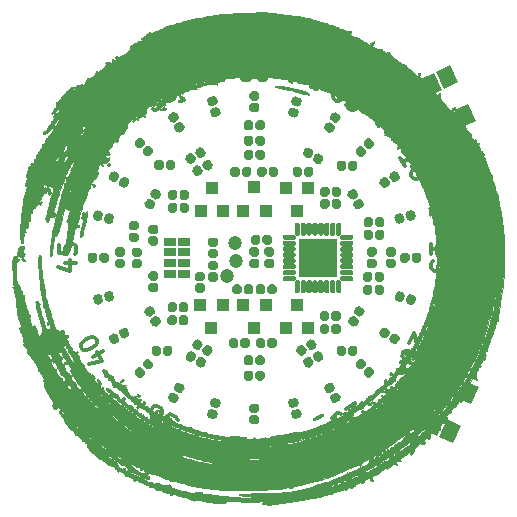
<source format=gbr>
%TF.GenerationSoftware,KiCad,Pcbnew,(5.1.6)-1*%
%TF.CreationDate,2024-07-23T23:35:14+05:30*%
%TF.ProjectId,Project_OAK_MAIN_BRD_V0.1,50726f6a-6563-4745-9f4f-414b5f4d4149,A*%
%TF.SameCoordinates,Original*%
%TF.FileFunction,Soldermask,Top*%
%TF.FilePolarity,Negative*%
%FSLAX46Y46*%
G04 Gerber Fmt 4.6, Leading zero omitted, Abs format (unit mm)*
G04 Created by KiCad (PCBNEW (5.1.6)-1) date 2024-07-23 23:35:14*
%MOMM*%
%LPD*%
G01*
G04 APERTURE LIST*
%ADD10C,0.300000*%
%ADD11C,0.010000*%
%ADD12C,2.300000*%
%ADD13R,1.004000X0.704000*%
%ADD14R,1.000000X1.100000*%
%ADD15C,1.200000*%
%ADD16R,1.250000X1.600000*%
%ADD17C,0.100000*%
%ADD18R,3.300000X3.300000*%
G04 APERTURE END LIST*
D10*
X85402028Y-93186285D02*
X85402028Y-92329142D01*
X85402028Y-92757714D02*
X86902028Y-92757714D01*
X86687742Y-92614857D01*
X86544885Y-92472000D01*
X86473457Y-92329142D01*
X86902028Y-94543428D02*
X86902028Y-93829142D01*
X86187742Y-93757714D01*
X86259171Y-93829142D01*
X86330600Y-93972000D01*
X86330600Y-94329142D01*
X86259171Y-94472000D01*
X86187742Y-94543428D01*
X86044885Y-94614857D01*
X85687742Y-94614857D01*
X85544885Y-94543428D01*
X85473457Y-94472000D01*
X85402028Y-94329142D01*
X85402028Y-93972000D01*
X85473457Y-93829142D01*
X85544885Y-93757714D01*
X85144188Y-100632042D02*
X85170333Y-100729615D01*
X85160763Y-100889047D01*
X84982192Y-101198342D01*
X84848904Y-101286346D01*
X84751331Y-101312490D01*
X84591899Y-101302921D01*
X84468181Y-101231492D01*
X84318318Y-101062490D01*
X84004582Y-99891612D01*
X83540297Y-100695778D01*
X84375049Y-102249944D02*
X84303620Y-102373662D01*
X84170333Y-102461666D01*
X84072760Y-102487811D01*
X83913327Y-102478241D01*
X83630177Y-102397243D01*
X83320882Y-102218671D01*
X83109161Y-102013955D01*
X83021157Y-101880668D01*
X82995013Y-101783095D01*
X83004582Y-101623662D01*
X83076011Y-101499944D01*
X83209298Y-101411941D01*
X83306872Y-101385796D01*
X83466304Y-101395366D01*
X83749454Y-101476364D01*
X84058749Y-101654935D01*
X84270470Y-101859651D01*
X84358474Y-101992939D01*
X84384619Y-102090512D01*
X84375049Y-102249944D01*
X79599129Y-107013731D02*
X79572984Y-107111304D01*
X79484980Y-107244592D01*
X79175685Y-107423163D01*
X79016253Y-107432733D01*
X78918680Y-107406588D01*
X78785392Y-107318585D01*
X78713964Y-107194867D01*
X78668680Y-106973575D01*
X78982416Y-105802697D01*
X78178250Y-106266982D01*
X77752929Y-108244592D02*
X78371519Y-107887449D01*
X78076235Y-107233145D01*
X78050090Y-107330718D01*
X77962087Y-107464006D01*
X77652792Y-107642577D01*
X77493360Y-107652147D01*
X77395787Y-107626002D01*
X77262499Y-107537999D01*
X77083928Y-107228704D01*
X77074358Y-107069272D01*
X77100503Y-106971698D01*
X77188506Y-106838411D01*
X77497801Y-106659839D01*
X77657233Y-106650270D01*
X77754807Y-106676414D01*
X63289987Y-108379520D02*
X62485821Y-107915235D01*
X63204548Y-107670363D01*
X63018971Y-107563220D01*
X62930968Y-107429933D01*
X62904823Y-107332359D01*
X62914392Y-107172927D01*
X63092964Y-106863632D01*
X63226251Y-106775629D01*
X63323825Y-106749484D01*
X63483257Y-106759054D01*
X63854411Y-106973339D01*
X63942414Y-107106627D01*
X63968559Y-107204200D01*
X61310501Y-107236663D02*
X61929090Y-107593806D01*
X62348092Y-107010931D01*
X62250519Y-107037075D01*
X62091087Y-107027506D01*
X61781792Y-106848934D01*
X61693788Y-106715647D01*
X61667644Y-106618074D01*
X61677213Y-106458641D01*
X61855785Y-106149347D01*
X61989072Y-106061343D01*
X62086646Y-106035198D01*
X62246078Y-106044768D01*
X62555373Y-106223339D01*
X62643376Y-106356627D01*
X62669521Y-106454200D01*
X61865590Y-79350193D02*
X61247001Y-79707336D01*
X61542285Y-80361640D01*
X61568429Y-80264066D01*
X61656433Y-80130779D01*
X61965728Y-79952207D01*
X62125160Y-79942638D01*
X62222733Y-79968782D01*
X62356021Y-80056786D01*
X62534592Y-80366081D01*
X62544162Y-80525513D01*
X62518017Y-80623086D01*
X62430014Y-80756374D01*
X62120719Y-80934945D01*
X61961287Y-80944515D01*
X61863713Y-80918370D01*
X63102770Y-78635907D02*
X62484180Y-78993050D01*
X62779464Y-79647354D01*
X62805609Y-79549781D01*
X62893612Y-79416493D01*
X63202907Y-79237922D01*
X63362339Y-79228352D01*
X63459912Y-79254497D01*
X63593200Y-79342500D01*
X63771771Y-79651795D01*
X63781341Y-79811227D01*
X63755196Y-79908801D01*
X63667193Y-80042088D01*
X63357898Y-80220660D01*
X63198466Y-80230229D01*
X63100892Y-80204085D01*
X70031028Y-76966071D02*
X69745314Y-76966071D01*
X69602457Y-77037500D01*
X69531028Y-77108928D01*
X69388171Y-77323214D01*
X69316742Y-77608928D01*
X69316742Y-78180357D01*
X69388171Y-78323214D01*
X69459600Y-78394642D01*
X69602457Y-78466071D01*
X69888171Y-78466071D01*
X70031028Y-78394642D01*
X70102457Y-78323214D01*
X70173885Y-78180357D01*
X70173885Y-77823214D01*
X70102457Y-77680357D01*
X70031028Y-77608928D01*
X69888171Y-77537500D01*
X69602457Y-77537500D01*
X69459600Y-77608928D01*
X69388171Y-77680357D01*
X69316742Y-77823214D01*
X71102457Y-76966071D02*
X71245314Y-76966071D01*
X71388171Y-77037500D01*
X71459600Y-77108928D01*
X71531028Y-77251785D01*
X71602457Y-77537500D01*
X71602457Y-77894642D01*
X71531028Y-78180357D01*
X71459600Y-78323214D01*
X71388171Y-78394642D01*
X71245314Y-78466071D01*
X71102457Y-78466071D01*
X70959600Y-78394642D01*
X70888171Y-78323214D01*
X70816742Y-78180357D01*
X70745314Y-77894642D01*
X70745314Y-77537500D01*
X70816742Y-77251785D01*
X70888171Y-77108928D01*
X70959600Y-77037500D01*
X71102457Y-76966071D01*
X78000365Y-78842264D02*
X78124083Y-78913693D01*
X78212087Y-79046980D01*
X78238231Y-79144554D01*
X78228662Y-79303986D01*
X78147664Y-79587136D01*
X77969092Y-79896431D01*
X77764376Y-80108152D01*
X77631089Y-80196156D01*
X77533515Y-80222301D01*
X77374083Y-80212731D01*
X77250365Y-80141302D01*
X77162362Y-80008015D01*
X77136217Y-79910442D01*
X77145787Y-79751009D01*
X77226785Y-79467859D01*
X77405356Y-79158565D01*
X77610072Y-78946843D01*
X77743360Y-78858839D01*
X77840933Y-78832695D01*
X78000365Y-78842264D01*
X79608698Y-79770836D02*
X78990109Y-79413693D01*
X78571107Y-79996568D01*
X78668680Y-79970424D01*
X78828112Y-79979993D01*
X79137407Y-80158565D01*
X79225411Y-80291852D01*
X79251555Y-80389425D01*
X79241986Y-80548858D01*
X79063414Y-80858152D01*
X78930127Y-80946156D01*
X78832553Y-80972301D01*
X78673121Y-80962731D01*
X78363826Y-80784160D01*
X78275823Y-80650872D01*
X78249678Y-80553299D01*
X83254582Y-85753349D02*
X82826011Y-85011042D01*
X83040297Y-85382196D02*
X84339335Y-84632196D01*
X84082329Y-84615621D01*
X83887183Y-84563331D01*
X83753895Y-84475328D01*
X85017906Y-85807516D02*
X85089335Y-85931234D01*
X85098904Y-86090666D01*
X85072760Y-86188239D01*
X84984756Y-86321527D01*
X84773034Y-86526243D01*
X84463740Y-86704814D01*
X84180590Y-86785812D01*
X84021157Y-86795382D01*
X83923584Y-86769237D01*
X83790297Y-86681234D01*
X83718868Y-86557516D01*
X83709298Y-86398084D01*
X83735443Y-86300510D01*
X83823447Y-86167223D01*
X84035168Y-85962507D01*
X84344463Y-85783935D01*
X84627613Y-85702937D01*
X84787045Y-85693368D01*
X84884619Y-85719512D01*
X85017906Y-85807516D01*
X55917150Y-85496580D02*
X55560007Y-86115170D01*
X56142882Y-86534171D01*
X56116738Y-86436598D01*
X56126307Y-86277166D01*
X56304879Y-85967871D01*
X56438166Y-85879868D01*
X56535740Y-85853723D01*
X56695172Y-85863292D01*
X57004467Y-86041864D01*
X57092470Y-86175151D01*
X57118615Y-86272725D01*
X57109045Y-86432157D01*
X56930474Y-86741452D01*
X56797186Y-86829455D01*
X56699613Y-86855600D01*
X56417150Y-84630555D02*
X56488579Y-84506837D01*
X56621866Y-84418833D01*
X56719439Y-84392688D01*
X56878872Y-84402258D01*
X57162022Y-84483256D01*
X57471317Y-84661828D01*
X57683038Y-84866544D01*
X57771042Y-84999831D01*
X57797186Y-85097404D01*
X57787617Y-85256837D01*
X57716188Y-85380555D01*
X57582901Y-85468558D01*
X57485327Y-85494703D01*
X57325895Y-85485133D01*
X57042745Y-85404135D01*
X56733450Y-85225564D01*
X56521729Y-85020848D01*
X56433725Y-84887560D01*
X56407580Y-84789987D01*
X56417150Y-84630555D01*
X54390171Y-93900571D02*
X55390171Y-93900571D01*
X53818742Y-94257714D02*
X54890171Y-94614857D01*
X54890171Y-93686285D01*
X53890171Y-92400571D02*
X53890171Y-93114857D01*
X54604457Y-93186285D01*
X54533028Y-93114857D01*
X54461600Y-92972000D01*
X54461600Y-92614857D01*
X54533028Y-92472000D01*
X54604457Y-92400571D01*
X54747314Y-92329142D01*
X55104457Y-92329142D01*
X55247314Y-92400571D01*
X55318742Y-92472000D01*
X55390171Y-92614857D01*
X55390171Y-92972000D01*
X55318742Y-93114857D01*
X55247314Y-93186285D01*
X56806520Y-101877868D02*
X57672545Y-101377868D01*
X56490220Y-102472877D02*
X57596675Y-102246457D01*
X57132390Y-101442291D01*
X55837793Y-101199983D02*
X55766364Y-101076265D01*
X55756795Y-100916833D01*
X55782939Y-100819260D01*
X55870943Y-100685972D01*
X56082665Y-100481256D01*
X56391959Y-100302685D01*
X56675109Y-100221687D01*
X56834542Y-100212117D01*
X56932115Y-100238262D01*
X57065402Y-100326265D01*
X57136831Y-100449983D01*
X57146401Y-100609415D01*
X57120256Y-100706989D01*
X57032252Y-100840276D01*
X56820531Y-101044992D01*
X56511236Y-101223564D01*
X56228086Y-101304562D01*
X56068654Y-101314131D01*
X55971080Y-101287987D01*
X55837793Y-101199983D01*
D11*
%TO.C,G\u002A\u002A\u002A*%
G36*
X71456550Y-108788200D02*
G01*
X71572967Y-108903171D01*
X71572967Y-109964396D01*
X71456550Y-110079367D01*
X71340134Y-110194337D01*
X71340134Y-108673230D01*
X71456550Y-108788200D01*
G37*
X71456550Y-108788200D02*
X71572967Y-108903171D01*
X71572967Y-109964396D01*
X71456550Y-110079367D01*
X71340134Y-110194337D01*
X71340134Y-108673230D01*
X71456550Y-108788200D01*
G36*
X71159860Y-110078663D02*
G01*
X71189131Y-110138295D01*
X71208481Y-110181298D01*
X71213134Y-110195080D01*
X71193819Y-110200819D01*
X71143269Y-110204883D01*
X71075026Y-110206367D01*
X70999824Y-110205039D01*
X70955881Y-110198585D01*
X70932150Y-110183302D01*
X70917581Y-110155485D01*
X70916746Y-110153307D01*
X70891931Y-110095152D01*
X70863809Y-110036890D01*
X70831046Y-109973534D01*
X71106587Y-109973534D01*
X71159860Y-110078663D01*
G37*
X71159860Y-110078663D02*
X71189131Y-110138295D01*
X71208481Y-110181298D01*
X71213134Y-110195080D01*
X71193819Y-110200819D01*
X71143269Y-110204883D01*
X71075026Y-110206367D01*
X70999824Y-110205039D01*
X70955881Y-110198585D01*
X70932150Y-110183302D01*
X70917581Y-110155485D01*
X70916746Y-110153307D01*
X70891931Y-110095152D01*
X70863809Y-110036890D01*
X70831046Y-109973534D01*
X71106587Y-109973534D01*
X71159860Y-110078663D01*
G36*
X70706628Y-109169348D02*
G01*
X70773621Y-109302977D01*
X70833931Y-109424228D01*
X70885039Y-109527964D01*
X70924429Y-109609044D01*
X70949583Y-109662331D01*
X70957998Y-109682492D01*
X70939303Y-109690575D01*
X70889284Y-109696293D01*
X70821738Y-109698367D01*
X70684342Y-109698367D01*
X70571094Y-109472621D01*
X70457845Y-109246874D01*
X69972861Y-110195784D01*
X69688039Y-110208326D01*
X70456393Y-108672080D01*
X70706628Y-109169348D01*
G37*
X70706628Y-109169348D02*
X70773621Y-109302977D01*
X70833931Y-109424228D01*
X70885039Y-109527964D01*
X70924429Y-109609044D01*
X70949583Y-109662331D01*
X70957998Y-109682492D01*
X70939303Y-109690575D01*
X70889284Y-109696293D01*
X70821738Y-109698367D01*
X70684342Y-109698367D01*
X70571094Y-109472621D01*
X70457845Y-109246874D01*
X69972861Y-110195784D01*
X69688039Y-110208326D01*
X70456393Y-108672080D01*
X70706628Y-109169348D01*
G36*
X69329300Y-110206367D02*
G01*
X69117634Y-110206367D01*
X69117634Y-109952367D01*
X69329300Y-109952367D01*
X69329300Y-110206367D01*
G37*
X69329300Y-110206367D02*
X69117634Y-110206367D01*
X69117634Y-109952367D01*
X69329300Y-109952367D01*
X69329300Y-110206367D01*
G36*
X71305371Y-72708613D02*
G01*
X71477772Y-72711323D01*
X71621170Y-72716501D01*
X71732219Y-72724273D01*
X71807573Y-72734762D01*
X71843112Y-72747407D01*
X71883427Y-72762969D01*
X71965040Y-72776817D01*
X72088340Y-72789007D01*
X72179721Y-72795377D01*
X72444381Y-72816080D01*
X72742348Y-72847086D01*
X73066154Y-72887326D01*
X73408329Y-72935729D01*
X73761403Y-72991227D01*
X74117907Y-73052749D01*
X74470372Y-73119227D01*
X74544767Y-73134036D01*
X74714820Y-73166489D01*
X74869108Y-73192568D01*
X75000367Y-73211184D01*
X75101338Y-73221251D01*
X75137433Y-73222733D01*
X75225123Y-73225724D01*
X75280234Y-73234031D01*
X75312393Y-73249652D01*
X75323233Y-73261321D01*
X75357430Y-73285580D01*
X75426111Y-73316639D01*
X75522398Y-73352268D01*
X75639417Y-73390238D01*
X75770290Y-73428319D01*
X75908142Y-73464280D01*
X76046097Y-73495893D01*
X76047600Y-73496210D01*
X76154301Y-73521070D01*
X76254956Y-73548655D01*
X76336887Y-73575263D01*
X76380706Y-73593498D01*
X76461596Y-73624939D01*
X76535976Y-73628607D01*
X76550217Y-73626655D01*
X76607235Y-73622843D01*
X76650566Y-73638785D01*
X76696053Y-73676979D01*
X76784315Y-73734619D01*
X76849334Y-73752950D01*
X76931656Y-73765093D01*
X77015207Y-73777401D01*
X77022001Y-73778401D01*
X77093664Y-73799121D01*
X77157677Y-73833490D01*
X77164876Y-73839129D01*
X77199678Y-73858729D01*
X77268076Y-73889395D01*
X77363541Y-73928709D01*
X77479539Y-73974257D01*
X77609539Y-74023620D01*
X77747011Y-74074382D01*
X77885421Y-74124126D01*
X78018238Y-74170436D01*
X78138931Y-74210894D01*
X78240968Y-74243085D01*
X78308094Y-74262125D01*
X78401266Y-74280857D01*
X78500617Y-74292762D01*
X78551349Y-74295000D01*
X78628062Y-74299282D01*
X78669436Y-74313137D01*
X78679701Y-74326177D01*
X78674760Y-74365304D01*
X78643324Y-74413417D01*
X78595912Y-74458950D01*
X78543039Y-74490339D01*
X78525470Y-74495782D01*
X78471353Y-74496883D01*
X78386647Y-74485816D01*
X78280660Y-74464568D01*
X78162700Y-74435122D01*
X78042076Y-74399462D01*
X77986328Y-74380847D01*
X77900198Y-74352368D01*
X77852995Y-74340091D01*
X77844752Y-74343510D01*
X77875500Y-74362119D01*
X77945269Y-74395412D01*
X77984350Y-74412832D01*
X78139526Y-74476599D01*
X78267433Y-74518670D01*
X78375852Y-74541094D01*
X78472562Y-74545920D01*
X78487088Y-74545219D01*
X78551703Y-74542595D01*
X78584740Y-74547928D01*
X78596804Y-74565609D01*
X78598480Y-74591333D01*
X78606676Y-74626364D01*
X78636210Y-74658685D01*
X78695160Y-74696338D01*
X78714896Y-74707232D01*
X78798277Y-74746447D01*
X78876010Y-74765983D01*
X78969231Y-74771894D01*
X79064356Y-74776237D01*
X79122674Y-74787862D01*
X79149397Y-74808869D01*
X79149733Y-74841357D01*
X79148851Y-74844280D01*
X79147224Y-74870651D01*
X79173388Y-74874553D01*
X79190445Y-74871758D01*
X79248892Y-74874623D01*
X79287948Y-74902444D01*
X79297366Y-74946940D01*
X79295054Y-74956299D01*
X79290848Y-74983902D01*
X79310107Y-74990075D01*
X79346251Y-74983652D01*
X79390890Y-74978036D01*
X79432642Y-74985716D01*
X79480943Y-75011046D01*
X79545228Y-75058380D01*
X79593937Y-75097946D01*
X79657084Y-75146616D01*
X79707113Y-75172564D01*
X79761172Y-75182668D01*
X79808432Y-75184000D01*
X79875285Y-75186456D01*
X79913597Y-75197557D01*
X79937050Y-75222899D01*
X79946403Y-75240444D01*
X79978200Y-75281906D01*
X80033336Y-75333348D01*
X80090433Y-75376864D01*
X80206850Y-75456838D01*
X80218650Y-75388492D01*
X80235963Y-75318848D01*
X80262938Y-75282830D01*
X80308411Y-75271737D01*
X80336436Y-75272504D01*
X80396511Y-75267657D01*
X80441545Y-75236397D01*
X80457519Y-75217758D01*
X80507622Y-75173201D01*
X80551738Y-75166405D01*
X80583203Y-75196270D01*
X80594327Y-75240295D01*
X80582100Y-75306656D01*
X80539751Y-75377074D01*
X80476418Y-75439775D01*
X80408031Y-75480293D01*
X80364417Y-75502414D01*
X80344550Y-75520496D01*
X80344433Y-75521446D01*
X80362151Y-75538228D01*
X80409980Y-75569118D01*
X80479934Y-75609765D01*
X80564026Y-75655819D01*
X80654269Y-75702931D01*
X80742678Y-75746750D01*
X80821265Y-75782927D01*
X80836485Y-75789446D01*
X80901862Y-75815030D01*
X80957374Y-75829595D01*
X81015033Y-75833699D01*
X81086848Y-75827896D01*
X81184830Y-75812743D01*
X81217558Y-75807081D01*
X81272750Y-75801756D01*
X81296472Y-75812556D01*
X81299019Y-75821976D01*
X81301921Y-75865175D01*
X81304311Y-75903066D01*
X81314517Y-75936295D01*
X81345673Y-75969185D01*
X81405129Y-76008420D01*
X81445100Y-76031040D01*
X81521672Y-76073989D01*
X81590805Y-76114215D01*
X81637679Y-76143093D01*
X81638068Y-76143350D01*
X81676115Y-76166834D01*
X81688155Y-76162976D01*
X81683475Y-76127811D01*
X81682795Y-76124249D01*
X81689427Y-76073498D01*
X81724589Y-76040739D01*
X81777397Y-76028514D01*
X81836969Y-76039362D01*
X81892020Y-76075420D01*
X81918440Y-76109648D01*
X81929514Y-76152029D01*
X81928583Y-76217735D01*
X81927229Y-76235276D01*
X81924017Y-76305370D01*
X81930756Y-76345498D01*
X81949870Y-76367352D01*
X81955274Y-76370497D01*
X81994017Y-76378783D01*
X82005981Y-76369390D01*
X82020813Y-76353766D01*
X82041757Y-76353586D01*
X82074634Y-76372302D01*
X82125270Y-76413366D01*
X82199487Y-76480229D01*
X82211220Y-76491041D01*
X82303864Y-76573529D01*
X82408352Y-76661522D01*
X82519845Y-76751473D01*
X82633500Y-76839832D01*
X82744478Y-76923052D01*
X82847937Y-76997583D01*
X82939037Y-77059877D01*
X83012937Y-77106385D01*
X83064797Y-77133560D01*
X83089775Y-77137851D01*
X83091017Y-77135997D01*
X83117618Y-77114712D01*
X83167043Y-77111881D01*
X83224672Y-77126211D01*
X83270387Y-77151853D01*
X83313300Y-77203008D01*
X83336276Y-77258008D01*
X83358052Y-77310018D01*
X83399805Y-77373138D01*
X83431053Y-77410258D01*
X83492900Y-77467930D01*
X83551102Y-77498735D01*
X83604829Y-77510478D01*
X83664198Y-77522214D01*
X83695314Y-77543029D01*
X83712241Y-77583085D01*
X83713880Y-77589252D01*
X83740898Y-77640769D01*
X83796361Y-77709301D01*
X83873556Y-77788283D01*
X83965770Y-77871151D01*
X84066289Y-77951341D01*
X84132595Y-77998710D01*
X84214272Y-78053367D01*
X84266988Y-78084864D01*
X84296485Y-78094287D01*
X84308504Y-78082721D01*
X84308786Y-78051252D01*
X84306701Y-78031637D01*
X84303766Y-77938793D01*
X84321792Y-77880452D01*
X84362113Y-77853608D01*
X84386925Y-77851000D01*
X84447472Y-77867116D01*
X84482929Y-77909137D01*
X84491431Y-77967574D01*
X84471110Y-78032939D01*
X84432736Y-78083954D01*
X84395508Y-78122749D01*
X84386427Y-78142009D01*
X84403505Y-78151933D01*
X84418713Y-78155949D01*
X84481303Y-78183520D01*
X84536515Y-78227349D01*
X84571625Y-78275824D01*
X84577767Y-78301125D01*
X84592617Y-78331114D01*
X84637396Y-78387789D01*
X84712448Y-78471528D01*
X84818114Y-78582707D01*
X84954739Y-78721703D01*
X85019385Y-78786422D01*
X85148215Y-78914464D01*
X85251047Y-79015388D01*
X85331500Y-79092324D01*
X85393190Y-79148403D01*
X85439738Y-79186756D01*
X85474761Y-79210513D01*
X85501877Y-79222806D01*
X85524704Y-79226764D01*
X85528395Y-79226833D01*
X85598638Y-79245825D01*
X85658064Y-79294503D01*
X85694180Y-79360421D01*
X85699600Y-79397357D01*
X85713732Y-79446803D01*
X85752660Y-79517893D01*
X85811182Y-79602397D01*
X85884097Y-79692087D01*
X85890606Y-79699478D01*
X85912314Y-79694933D01*
X85954125Y-79666057D01*
X86005912Y-79620103D01*
X86079079Y-79558714D01*
X86138133Y-79526722D01*
X86178710Y-79522715D01*
X86196448Y-79545285D01*
X86186985Y-79593020D01*
X86145959Y-79664511D01*
X86145466Y-79665211D01*
X86109709Y-79718338D01*
X86088026Y-79755289D01*
X86084689Y-79766041D01*
X86106283Y-79778802D01*
X86138808Y-79796211D01*
X86177784Y-79833030D01*
X86182617Y-79876284D01*
X86152714Y-79912339D01*
X86144056Y-79916807D01*
X86129045Y-79927070D01*
X86126635Y-79943231D01*
X86140135Y-79970690D01*
X86172856Y-80014847D01*
X86228104Y-80081099D01*
X86285487Y-80147583D01*
X86372494Y-80249324D01*
X86473058Y-80369337D01*
X86574652Y-80492552D01*
X86663764Y-80602667D01*
X86755530Y-80716484D01*
X86826165Y-80800863D01*
X86880152Y-80860070D01*
X86921975Y-80898372D01*
X86956118Y-80920034D01*
X86987063Y-80929324D01*
X87008561Y-80930750D01*
X87043053Y-80935252D01*
X87062413Y-80956099D01*
X87074412Y-81004307D01*
X87078300Y-81029604D01*
X87091759Y-81097864D01*
X87108775Y-81153186D01*
X87115408Y-81167188D01*
X87129347Y-81186135D01*
X87130893Y-81170498D01*
X87125472Y-81137778D01*
X87121290Y-81078234D01*
X87129080Y-81031945D01*
X87147163Y-80981611D01*
X87156155Y-80925347D01*
X87156876Y-80917997D01*
X87174854Y-80886802D01*
X87217798Y-80842807D01*
X87275552Y-80793819D01*
X87337959Y-80747648D01*
X87394864Y-80712101D01*
X87436109Y-80694986D01*
X87446585Y-80695270D01*
X87475038Y-80723677D01*
X87467005Y-80772637D01*
X87422698Y-80841599D01*
X87366475Y-80905397D01*
X87255350Y-81021480D01*
X87330327Y-81118825D01*
X87386593Y-81190304D01*
X87426854Y-81234383D01*
X87460251Y-81257717D01*
X87495923Y-81266962D01*
X87536178Y-81268728D01*
X87586893Y-81271334D01*
X87608382Y-81286212D01*
X87611569Y-81325756D01*
X87610088Y-81352559D01*
X87620730Y-81431109D01*
X87656582Y-81517173D01*
X87710367Y-81601204D01*
X87774810Y-81673653D01*
X87842633Y-81724971D01*
X87906561Y-81745611D01*
X87909661Y-81745667D01*
X87967612Y-81761385D01*
X87996623Y-81807087D01*
X87995730Y-81878224D01*
X87992221Y-81940150D01*
X88007481Y-82004443D01*
X88044782Y-82077589D01*
X88107399Y-82166073D01*
X88194078Y-82271132D01*
X88255651Y-82345336D01*
X88305162Y-82410179D01*
X88336830Y-82457754D01*
X88345433Y-82478104D01*
X88360082Y-82537200D01*
X88399241Y-82614697D01*
X88455730Y-82700928D01*
X88522367Y-82786225D01*
X88591972Y-82860922D01*
X88657365Y-82915351D01*
X88680479Y-82929153D01*
X88755638Y-82972806D01*
X88794001Y-83011205D01*
X88799485Y-83050694D01*
X88780430Y-83091071D01*
X88760099Y-83126732D01*
X88759611Y-83154835D01*
X88781898Y-83191104D01*
X88804385Y-83219558D01*
X88879165Y-83313766D01*
X88940829Y-83394132D01*
X88984175Y-83453774D01*
X89000899Y-83479623D01*
X89019707Y-83497857D01*
X89052645Y-83494198D01*
X89082260Y-83482993D01*
X89154843Y-83465600D01*
X89206754Y-83479210D01*
X89232566Y-83521710D01*
X89234433Y-83542214D01*
X89223903Y-83601316D01*
X89205516Y-83639788D01*
X89190234Y-83669397D01*
X89200274Y-83695755D01*
X89236370Y-83729628D01*
X89289848Y-83764207D01*
X89344605Y-83769916D01*
X89368696Y-83766310D01*
X89428960Y-83763061D01*
X89457013Y-83784556D01*
X89455292Y-83834215D01*
X89443682Y-83871633D01*
X89430087Y-83918903D01*
X89433365Y-83956951D01*
X89457005Y-84003274D01*
X89475688Y-84032196D01*
X89515578Y-84109425D01*
X89544705Y-84195815D01*
X89549904Y-84221256D01*
X89577792Y-84332502D01*
X89619998Y-84412296D01*
X89673928Y-84456727D01*
X89711408Y-84464794D01*
X89748577Y-84467672D01*
X89767110Y-84482419D01*
X89773485Y-84520034D01*
X89774183Y-84571417D01*
X89775610Y-84634281D01*
X89784982Y-84666854D01*
X89809935Y-84681173D01*
X89848026Y-84687833D01*
X89907138Y-84708907D01*
X89931225Y-84745180D01*
X89917562Y-84788782D01*
X89891692Y-84814010D01*
X89845991Y-84848482D01*
X89912630Y-84932199D01*
X89969413Y-85006788D01*
X90000577Y-85057783D01*
X90009447Y-85092485D01*
X89999345Y-85118194D01*
X89998043Y-85119810D01*
X89991152Y-85140574D01*
X89994064Y-85177809D01*
X90007957Y-85235137D01*
X90034010Y-85316180D01*
X90073403Y-85424557D01*
X90127315Y-85563890D01*
X90196924Y-85737801D01*
X90208889Y-85767333D01*
X90259236Y-85893713D01*
X90308898Y-86022401D01*
X90353374Y-86141453D01*
X90388158Y-86238927D01*
X90399768Y-86273549D01*
X90432802Y-86367543D01*
X90461506Y-86428636D01*
X90490503Y-86465301D01*
X90512741Y-86480600D01*
X90544416Y-86501672D01*
X90560996Y-86530740D01*
X90567250Y-86580738D01*
X90568036Y-86630551D01*
X90572682Y-86697142D01*
X90587794Y-86776875D01*
X90615293Y-86877434D01*
X90657099Y-87006503D01*
X90675003Y-87058500D01*
X90720209Y-87195286D01*
X90766417Y-87346983D01*
X90808488Y-87496011D01*
X90841280Y-87624792D01*
X90843887Y-87636036D01*
X90874458Y-87765626D01*
X90899615Y-87860736D01*
X90922092Y-87928431D01*
X90944625Y-87975772D01*
X90969949Y-88009824D01*
X90998792Y-88036066D01*
X91023142Y-88062302D01*
X91037723Y-88100493D01*
X91045436Y-88161787D01*
X91048369Y-88226566D01*
X91056344Y-88331878D01*
X91073883Y-88468275D01*
X91099241Y-88626047D01*
X91130674Y-88795482D01*
X91166436Y-88966871D01*
X91204783Y-89130503D01*
X91224525Y-89206917D01*
X91252034Y-89310142D01*
X91277600Y-89407114D01*
X91297931Y-89485289D01*
X91307858Y-89524417D01*
X91318339Y-89577198D01*
X91333064Y-89666128D01*
X91351244Y-89785325D01*
X91372088Y-89928906D01*
X91394806Y-90090987D01*
X91418608Y-90265685D01*
X91442703Y-90447117D01*
X91466301Y-90629400D01*
X91488611Y-90806650D01*
X91508844Y-90972985D01*
X91526210Y-91122521D01*
X91539917Y-91249375D01*
X91541005Y-91260083D01*
X91565588Y-91513262D01*
X91585742Y-91745063D01*
X91601857Y-91963946D01*
X91614319Y-92178371D01*
X91623517Y-92396798D01*
X91629838Y-92627686D01*
X91633670Y-92879496D01*
X91635401Y-93160687D01*
X91635599Y-93323833D01*
X91632259Y-93783525D01*
X91621881Y-94218526D01*
X91603746Y-94636254D01*
X91577135Y-95044126D01*
X91541327Y-95449560D01*
X91495604Y-95859973D01*
X91439246Y-96282783D01*
X91371534Y-96725406D01*
X91291748Y-97195262D01*
X91223969Y-97567750D01*
X91173701Y-97842878D01*
X91132129Y-98082261D01*
X91099410Y-98284859D01*
X91075701Y-98449632D01*
X91061158Y-98575541D01*
X91055939Y-98661546D01*
X91056197Y-98679000D01*
X91058441Y-98756738D01*
X91055525Y-98801301D01*
X91045343Y-98821740D01*
X91025786Y-98827103D01*
X91021689Y-98827167D01*
X90994408Y-98846255D01*
X90959024Y-98899126D01*
X90928831Y-98959458D01*
X90889078Y-99056232D01*
X90842474Y-99183688D01*
X90792308Y-99331409D01*
X90741874Y-99488978D01*
X90694461Y-99645979D01*
X90653363Y-99791992D01*
X90621871Y-99916602D01*
X90611609Y-99963410D01*
X90575404Y-100107936D01*
X90532856Y-100221343D01*
X90509569Y-100264741D01*
X90439978Y-100390632D01*
X90372213Y-100538420D01*
X90309662Y-100698106D01*
X90255711Y-100859688D01*
X90213748Y-101013168D01*
X90187159Y-101148544D01*
X90179191Y-101240167D01*
X90174907Y-101326933D01*
X90161822Y-101377934D01*
X90136275Y-101399426D01*
X90094602Y-101397664D01*
X90087894Y-101396074D01*
X90056016Y-101394282D01*
X90038049Y-101416446D01*
X90026788Y-101462411D01*
X90021039Y-101526740D01*
X90021487Y-101611321D01*
X90025855Y-101674133D01*
X90031435Y-101754575D01*
X90026997Y-101804753D01*
X90011292Y-101835815D01*
X90007248Y-101840161D01*
X89988679Y-101871829D01*
X89996271Y-101885649D01*
X90015887Y-101921295D01*
X90008733Y-101983151D01*
X89975621Y-102064971D01*
X89928257Y-102133505D01*
X89878026Y-102165359D01*
X89830265Y-102159547D01*
X89790313Y-102115081D01*
X89783329Y-102100542D01*
X89773045Y-102087236D01*
X89768147Y-102109884D01*
X89768207Y-102171221D01*
X89768938Y-102192667D01*
X89774183Y-102330250D01*
X89711003Y-102331026D01*
X89658262Y-102342915D01*
X89614001Y-102383348D01*
X89599269Y-102403852D01*
X89551507Y-102486746D01*
X89536205Y-102547991D01*
X89552700Y-102592299D01*
X89570444Y-102608055D01*
X89604669Y-102642541D01*
X89615433Y-102669372D01*
X89596551Y-102704411D01*
X89549044Y-102731494D01*
X89486617Y-102742973D01*
X89483475Y-102743000D01*
X89421586Y-102759311D01*
X89388028Y-102806600D01*
X89382482Y-102847775D01*
X89361842Y-102973022D01*
X89303225Y-103092680D01*
X89253993Y-103155041D01*
X89197098Y-103223351D01*
X89172587Y-103269242D01*
X89181033Y-103291404D01*
X89193382Y-103293333D01*
X89205188Y-103313843D01*
X89206585Y-103375375D01*
X89202023Y-103436208D01*
X89195859Y-103514259D01*
X89198407Y-103566221D01*
X89213275Y-103608027D01*
X89244073Y-103655612D01*
X89255184Y-103670965D01*
X89297474Y-103741280D01*
X89308683Y-103791586D01*
X89288596Y-103818665D01*
X89265325Y-103822500D01*
X89217910Y-103809467D01*
X89152901Y-103775999D01*
X89083660Y-103730537D01*
X89023545Y-103681524D01*
X88996234Y-103652449D01*
X88948683Y-103592340D01*
X88726433Y-103995245D01*
X88654146Y-104123540D01*
X88581449Y-104247656D01*
X88513174Y-104359698D01*
X88454152Y-104451774D01*
X88409215Y-104515988D01*
X88402222Y-104524943D01*
X88350670Y-104591074D01*
X88322382Y-104635605D01*
X88312931Y-104668956D01*
X88317892Y-104701551D01*
X88321954Y-104713964D01*
X88335142Y-104781716D01*
X88320271Y-104823094D01*
X88279014Y-104834325D01*
X88269148Y-104832898D01*
X88241496Y-104831368D01*
X88214405Y-104841188D01*
X88183399Y-104867098D01*
X88144005Y-104913842D01*
X88091748Y-104986160D01*
X88022156Y-105088793D01*
X88008820Y-105108785D01*
X87943663Y-105207288D01*
X87899933Y-105276505D01*
X87875296Y-105322185D01*
X87867418Y-105350080D01*
X87873965Y-105365939D01*
X87892605Y-105375512D01*
X87899635Y-105377838D01*
X87947358Y-105412773D01*
X87984760Y-105476568D01*
X88004998Y-105555896D01*
X88006767Y-105586601D01*
X87996345Y-105647914D01*
X87964560Y-105673404D01*
X87910630Y-105663297D01*
X87853395Y-105631318D01*
X87783737Y-105594425D01*
X87737675Y-105592165D01*
X87714159Y-105624756D01*
X87710433Y-105660744D01*
X87698838Y-105715760D01*
X87675068Y-105751366D01*
X87643255Y-105785880D01*
X87602084Y-105841017D01*
X87580617Y-105873259D01*
X87544798Y-105937959D01*
X87535189Y-105981739D01*
X87541454Y-106003328D01*
X87547093Y-106045095D01*
X87519328Y-106072962D01*
X87466292Y-106081205D01*
X87436686Y-106077062D01*
X87399555Y-106073011D01*
X87365787Y-106083262D01*
X87324887Y-106113537D01*
X87266360Y-106169557D01*
X87265541Y-106170376D01*
X87200743Y-106244558D01*
X87142960Y-106327553D01*
X87097532Y-106409607D01*
X87069800Y-106480970D01*
X87065105Y-106531888D01*
X87065919Y-106534894D01*
X87061280Y-106579316D01*
X87027830Y-106614209D01*
X86979041Y-106627971D01*
X86960613Y-106625593D01*
X86926759Y-106625477D01*
X86889736Y-106646820D01*
X86840359Y-106695555D01*
X86824079Y-106713768D01*
X86758757Y-106796000D01*
X86726136Y-106860058D01*
X86724450Y-106912347D01*
X86751931Y-106959272D01*
X86755344Y-106962994D01*
X86787582Y-107008054D01*
X86800267Y-107046001D01*
X86781090Y-107087124D01*
X86731418Y-107123618D01*
X86663037Y-107148770D01*
X86606835Y-107156146D01*
X86544030Y-107166107D01*
X86495635Y-107187963D01*
X86490214Y-107192647D01*
X86472173Y-107213877D01*
X86480734Y-107221341D01*
X86522560Y-107218066D01*
X86540897Y-107215669D01*
X86605046Y-107213050D01*
X86649042Y-107230232D01*
X86671294Y-107249528D01*
X86701375Y-107288087D01*
X86700758Y-107323202D01*
X86692332Y-107341943D01*
X86653271Y-107401610D01*
X86603918Y-107456003D01*
X86555573Y-107494116D01*
X86524420Y-107505500D01*
X86475500Y-107485746D01*
X86432651Y-107432119D01*
X86404493Y-107359816D01*
X86386112Y-107288215D01*
X86167740Y-107518566D01*
X86034599Y-107662601D01*
X85926071Y-107787602D01*
X85843796Y-107891462D01*
X85789411Y-107972076D01*
X85764554Y-108027337D01*
X85763100Y-108038788D01*
X85746656Y-108096667D01*
X85704086Y-108158783D01*
X85645529Y-108216184D01*
X85581123Y-108259919D01*
X85521011Y-108281036D01*
X85490948Y-108279040D01*
X85452828Y-108282593D01*
X85406029Y-108318842D01*
X85384794Y-108341748D01*
X85341708Y-108393787D01*
X85319932Y-108434096D01*
X85311563Y-108481586D01*
X85309688Y-108521500D01*
X85302863Y-108556417D01*
X85277331Y-108573919D01*
X85223350Y-108582232D01*
X85138683Y-108590047D01*
X85231900Y-108613982D01*
X85293862Y-108636453D01*
X85339031Y-108664540D01*
X85348209Y-108674958D01*
X85360327Y-108721597D01*
X85339011Y-108758573D01*
X85292527Y-108783506D01*
X85229142Y-108794015D01*
X85157125Y-108787722D01*
X85084741Y-108762246D01*
X85071099Y-108754728D01*
X84995668Y-108710222D01*
X84855509Y-108860271D01*
X84789760Y-108926280D01*
X84729101Y-108979466D01*
X84682482Y-109012322D01*
X84666276Y-109018973D01*
X84626053Y-109038517D01*
X84563817Y-109083589D01*
X84485825Y-109148203D01*
X84398331Y-109226374D01*
X84307590Y-109312116D01*
X84219856Y-109399443D01*
X84141385Y-109482371D01*
X84078432Y-109554912D01*
X84037251Y-109611082D01*
X84026922Y-109630799D01*
X84008238Y-109687672D01*
X83997719Y-109729409D01*
X83970876Y-109780142D01*
X83933663Y-109811874D01*
X83897890Y-109838269D01*
X83896574Y-109867561D01*
X83901985Y-109879066D01*
X83907705Y-109932903D01*
X83878395Y-110000771D01*
X83816640Y-110077271D01*
X83798582Y-110095080D01*
X83737791Y-110140577D01*
X83692644Y-110146780D01*
X83663312Y-110113745D01*
X83650365Y-110047692D01*
X83654551Y-109950443D01*
X83680129Y-109874917D01*
X83723909Y-109828815D01*
X83744363Y-109820686D01*
X83782812Y-109799936D01*
X83794600Y-109777088D01*
X83791292Y-109765446D01*
X83778811Y-109765828D01*
X83753320Y-109781179D01*
X83710981Y-109814446D01*
X83647958Y-109868575D01*
X83560414Y-109946512D01*
X83483091Y-110016265D01*
X83349459Y-110127893D01*
X83216252Y-110222232D01*
X83125513Y-110275330D01*
X83032454Y-110328477D01*
X82938996Y-110389618D01*
X82862942Y-110446970D01*
X82852362Y-110456083D01*
X82746850Y-110549620D01*
X82795611Y-110595776D01*
X82831049Y-110637497D01*
X82832465Y-110666109D01*
X82797569Y-110683564D01*
X82724074Y-110691813D01*
X82681588Y-110692996D01*
X82567284Y-110701841D01*
X82481039Y-110723899D01*
X82465699Y-110730940D01*
X82426830Y-110753534D01*
X82411710Y-110775621D01*
X82420934Y-110807286D01*
X82455096Y-110858615D01*
X82474806Y-110885463D01*
X82507072Y-110937079D01*
X82523903Y-110979534D01*
X82524600Y-110986004D01*
X82509296Y-111013559D01*
X82469330Y-111016460D01*
X82413621Y-110995831D01*
X82367731Y-110966250D01*
X82315958Y-110932790D01*
X82266220Y-110917017D01*
X82213418Y-110921152D01*
X82152451Y-110947419D01*
X82078218Y-110998040D01*
X81985621Y-111075236D01*
X81869558Y-111181231D01*
X81865380Y-111185141D01*
X81771643Y-111268242D01*
X81702978Y-111318271D01*
X81658572Y-111335653D01*
X81637609Y-111320814D01*
X81635600Y-111304917D01*
X81629275Y-111276689D01*
X81623965Y-111273167D01*
X81585810Y-111285442D01*
X81522653Y-111318678D01*
X81442628Y-111367492D01*
X81353871Y-111426498D01*
X81264516Y-111490313D01*
X81182698Y-111553551D01*
X81123215Y-111604612D01*
X81068226Y-111652731D01*
X81023774Y-111686964D01*
X81001507Y-111699146D01*
X80963342Y-111704120D01*
X80961119Y-111704437D01*
X80936635Y-111720331D01*
X80896549Y-111757230D01*
X80878543Y-111775875D01*
X80829525Y-111820508D01*
X80780282Y-111840392D01*
X80715890Y-111844667D01*
X80624398Y-111855777D01*
X80542864Y-111885481D01*
X80479346Y-111928336D01*
X80441903Y-111978902D01*
X80438595Y-112031737D01*
X80438636Y-112031868D01*
X80438558Y-112073973D01*
X80403922Y-112097062D01*
X80332650Y-112102345D01*
X80318815Y-112101685D01*
X80266072Y-112106738D01*
X80192545Y-112124288D01*
X80106944Y-112150940D01*
X80017977Y-112183296D01*
X79934355Y-112217960D01*
X79864787Y-112251537D01*
X79817982Y-112280629D01*
X79802649Y-112301840D01*
X79802946Y-112302855D01*
X79795382Y-112331470D01*
X79765571Y-112381825D01*
X79719505Y-112444121D01*
X79707918Y-112458294D01*
X79643217Y-112530419D01*
X79593943Y-112571111D01*
X79553904Y-112585336D01*
X79549247Y-112585500D01*
X79499598Y-112570479D01*
X79480396Y-112529357D01*
X79494388Y-112468046D01*
X79494530Y-112467733D01*
X79509481Y-112430048D01*
X79511072Y-112416167D01*
X79488396Y-112425954D01*
X79437917Y-112452040D01*
X79368465Y-112489509D01*
X79288874Y-112533446D01*
X79207974Y-112578938D01*
X79134597Y-112621067D01*
X79077574Y-112654921D01*
X79048276Y-112673720D01*
X79007923Y-112714560D01*
X78989838Y-112756794D01*
X78989767Y-112759001D01*
X78985948Y-112784406D01*
X78967422Y-112794889D01*
X78923583Y-112793466D01*
X78885172Y-112788745D01*
X78780578Y-112774871D01*
X78792225Y-112846645D01*
X78796100Y-112896864D01*
X78779025Y-112923486D01*
X78737027Y-112941722D01*
X78665027Y-112955325D01*
X78597405Y-112949251D01*
X78547347Y-112926164D01*
X78529393Y-112899790D01*
X78513960Y-112867258D01*
X78503640Y-112860667D01*
X78466093Y-112875535D01*
X78413530Y-112913340D01*
X78357282Y-112963884D01*
X78308679Y-113016969D01*
X78279052Y-113062396D01*
X78278771Y-113063062D01*
X78247827Y-113118150D01*
X78214196Y-113133229D01*
X78171640Y-113110474D01*
X78163400Y-113103299D01*
X78142295Y-113088601D01*
X78114581Y-113082694D01*
X78070776Y-113085948D01*
X78001395Y-113098733D01*
X77939483Y-113112022D01*
X77783930Y-113149835D01*
X77624630Y-113195109D01*
X77468775Y-113245213D01*
X77323557Y-113297515D01*
X77196168Y-113349383D01*
X77093801Y-113398188D01*
X77023648Y-113441297D01*
X77011115Y-113451662D01*
X76961934Y-113478244D01*
X76880465Y-113495218D01*
X76820183Y-113500996D01*
X76711890Y-113516582D01*
X76571624Y-113549681D01*
X76405274Y-113598870D01*
X76375683Y-113608449D01*
X76248939Y-113649534D01*
X76144321Y-113681886D01*
X76052301Y-113707638D01*
X75963350Y-113728923D01*
X75867940Y-113747874D01*
X75756543Y-113766624D01*
X75619630Y-113787306D01*
X75498852Y-113804742D01*
X75360185Y-113825791D01*
X75193525Y-113853001D01*
X75012352Y-113884053D01*
X74830149Y-113916634D01*
X74660397Y-113948425D01*
X74643443Y-113951701D01*
X74363174Y-114004644D01*
X74074798Y-114056511D01*
X73782585Y-114106693D01*
X73490804Y-114154581D01*
X73203722Y-114199567D01*
X72925608Y-114241043D01*
X72660731Y-114278399D01*
X72413360Y-114311027D01*
X72187763Y-114338318D01*
X71988208Y-114359664D01*
X71818965Y-114374456D01*
X71684301Y-114382086D01*
X71619077Y-114382940D01*
X71534732Y-114376883D01*
X71456209Y-114363061D01*
X71414539Y-114349965D01*
X71361364Y-114332081D01*
X71309233Y-114330840D01*
X71239729Y-114345157D01*
X71167456Y-114359432D01*
X71125373Y-114356206D01*
X71113479Y-114348513D01*
X71099102Y-114308803D01*
X71116545Y-114262884D01*
X71159954Y-114223851D01*
X71171947Y-114217697D01*
X71231453Y-114198593D01*
X71332091Y-114176550D01*
X71472776Y-114151738D01*
X71652420Y-114124329D01*
X71869938Y-114094494D01*
X72124244Y-114062405D01*
X72258767Y-114046287D01*
X72556885Y-114009887D01*
X72840749Y-113972830D01*
X73107665Y-113935593D01*
X73354939Y-113898654D01*
X73579875Y-113862490D01*
X73779779Y-113827580D01*
X73951957Y-113794401D01*
X74093713Y-113763432D01*
X74202355Y-113735149D01*
X74275186Y-113710032D01*
X74309512Y-113688558D01*
X74311933Y-113682166D01*
X74294249Y-113671060D01*
X74253725Y-113673474D01*
X74214716Y-113680598D01*
X74141727Y-113693194D01*
X74042563Y-113709943D01*
X73925028Y-113729526D01*
X73803933Y-113749476D01*
X73599007Y-113783520D01*
X73432115Y-113812375D01*
X73299383Y-113836843D01*
X73196940Y-113857729D01*
X73120911Y-113875837D01*
X73067424Y-113891969D01*
X73032606Y-113906931D01*
X73025782Y-113910952D01*
X72979521Y-113926893D01*
X72894319Y-113941646D01*
X72773566Y-113954704D01*
X72687115Y-113961403D01*
X72549953Y-113970792D01*
X72390207Y-113981731D01*
X72227528Y-113992873D01*
X72081567Y-114002873D01*
X72078850Y-114003059D01*
X71957529Y-114013024D01*
X71842356Y-114025448D01*
X71744158Y-114038962D01*
X71673762Y-114052192D01*
X71658194Y-114056349D01*
X71567684Y-114076076D01*
X71435454Y-114092764D01*
X71262006Y-114106386D01*
X71047845Y-114116917D01*
X70793476Y-114124332D01*
X70499402Y-114128605D01*
X70205600Y-114129745D01*
X69996055Y-114129263D01*
X69798106Y-114127863D01*
X69604978Y-114125373D01*
X69409896Y-114121622D01*
X69206083Y-114116438D01*
X68986764Y-114109650D01*
X68745164Y-114101087D01*
X68474506Y-114090578D01*
X68184183Y-114078630D01*
X68072004Y-114074623D01*
X67998531Y-114073871D01*
X67960246Y-114076558D01*
X67953632Y-114082872D01*
X67967225Y-114090051D01*
X68013068Y-114121911D01*
X68025433Y-114154121D01*
X68019238Y-114182447D01*
X67997712Y-114204456D01*
X67956442Y-114220898D01*
X67891017Y-114232524D01*
X67797023Y-114240085D01*
X67670048Y-114244330D01*
X67505681Y-114246011D01*
X67484804Y-114246073D01*
X67338658Y-114246102D01*
X67228529Y-114245050D01*
X67148106Y-114242393D01*
X67091077Y-114237609D01*
X67051129Y-114230175D01*
X67021951Y-114219568D01*
X66997971Y-114205756D01*
X66960586Y-114186730D01*
X66909421Y-114172574D01*
X66836260Y-114161872D01*
X66732887Y-114153210D01*
X66670767Y-114149397D01*
X66428128Y-114125241D01*
X66157016Y-114079153D01*
X66067517Y-114060406D01*
X66032906Y-114053055D01*
X67863155Y-114053055D01*
X67866061Y-114065639D01*
X67877267Y-114067167D01*
X67894689Y-114059422D01*
X67891378Y-114053055D01*
X67866258Y-114050522D01*
X67863155Y-114053055D01*
X66032906Y-114053055D01*
X65931421Y-114031501D01*
X65796397Y-114004285D01*
X65670111Y-113980165D01*
X65560230Y-113960548D01*
X65474419Y-113946843D01*
X65420344Y-113940455D01*
X65412587Y-113940167D01*
X65403019Y-113957989D01*
X65400767Y-113983164D01*
X65385232Y-114025892D01*
X65345039Y-114041100D01*
X65289807Y-114026110D01*
X65275739Y-114017950D01*
X65158390Y-113950810D01*
X65024726Y-113890397D01*
X64867758Y-113834125D01*
X64680501Y-113779407D01*
X64525378Y-113740093D01*
X64374655Y-113702895D01*
X64212166Y-113661373D01*
X64052547Y-113619360D01*
X63910435Y-113580685D01*
X63837379Y-113560018D01*
X63711649Y-113523919D01*
X63621158Y-113498872D01*
X63560541Y-113483946D01*
X63524435Y-113478210D01*
X63507475Y-113480732D01*
X63504298Y-113490583D01*
X63507977Y-113502859D01*
X63502633Y-113537886D01*
X63485475Y-113558924D01*
X63454123Y-113574815D01*
X63410190Y-113572468D01*
X63366635Y-113561029D01*
X63312761Y-113541812D01*
X63289656Y-113519592D01*
X63286781Y-113482108D01*
X63287931Y-113469462D01*
X63288533Y-113434531D01*
X63277598Y-113409695D01*
X63248575Y-113392157D01*
X63194916Y-113379123D01*
X63110070Y-113367796D01*
X63030488Y-113359570D01*
X62896973Y-113340474D01*
X62802464Y-113313523D01*
X62747944Y-113279095D01*
X62733767Y-113245269D01*
X62730662Y-113231155D01*
X62718277Y-113218767D01*
X62692006Y-113207084D01*
X62647243Y-113195085D01*
X62579383Y-113181749D01*
X62483820Y-113166056D01*
X62355948Y-113146984D01*
X62191161Y-113123513D01*
X62172850Y-113120937D01*
X62088051Y-113097332D01*
X62033196Y-113056858D01*
X62014100Y-113004800D01*
X61994287Y-112964848D01*
X61940237Y-112928920D01*
X61860031Y-112899964D01*
X61761753Y-112880930D01*
X61657608Y-112874730D01*
X61502200Y-112875667D01*
X61511067Y-112815250D01*
X61510111Y-112767884D01*
X61491183Y-112754833D01*
X61436423Y-112745131D01*
X61368475Y-112723083D01*
X62183433Y-112723083D01*
X62194017Y-112733667D01*
X62204600Y-112723083D01*
X62194017Y-112712500D01*
X62183433Y-112723083D01*
X61368475Y-112723083D01*
X61355602Y-112718906D01*
X61259501Y-112680480D01*
X61158903Y-112634177D01*
X61064592Y-112584318D01*
X61061769Y-112582695D01*
X60955750Y-112527515D01*
X60870569Y-112497584D01*
X60812562Y-112489371D01*
X60734583Y-112476148D01*
X60691875Y-112443071D01*
X60680924Y-112399211D01*
X60661478Y-112370510D01*
X60612093Y-112344715D01*
X60545160Y-112324382D01*
X60473070Y-112312064D01*
X60408217Y-112310318D01*
X60362991Y-112321698D01*
X60352517Y-112331500D01*
X60320671Y-112348911D01*
X60269740Y-112351334D01*
X60219831Y-112339784D01*
X60195993Y-112323599D01*
X60181600Y-112281278D01*
X60184834Y-112260747D01*
X60178111Y-112221299D01*
X60135069Y-112170912D01*
X60059356Y-112112593D01*
X59954622Y-112049354D01*
X59883825Y-112012501D01*
X59791951Y-111969284D01*
X59723720Y-111944131D01*
X59666432Y-111933392D01*
X59608340Y-111933360D01*
X59547106Y-111936065D01*
X59517442Y-111929771D01*
X59508678Y-111908330D01*
X59509532Y-111876417D01*
X59507935Y-111840121D01*
X59492400Y-111813087D01*
X59454428Y-111786660D01*
X59389308Y-111753985D01*
X59301829Y-111704786D01*
X59210869Y-111642042D01*
X59162110Y-111602184D01*
X59058818Y-111509315D01*
X58991109Y-111552185D01*
X58926042Y-111582780D01*
X58883739Y-111579092D01*
X58866029Y-111541963D01*
X58869344Y-111496001D01*
X58867759Y-111420066D01*
X58833258Y-111368408D01*
X58770048Y-111344962D01*
X58710508Y-111347519D01*
X58657286Y-111354591D01*
X58633654Y-111346886D01*
X58627613Y-111317522D01*
X58627433Y-111299883D01*
X58609132Y-111232736D01*
X58579808Y-111194524D01*
X58493944Y-111133312D01*
X58383320Y-111078768D01*
X58265505Y-111038412D01*
X58174564Y-111021050D01*
X58093414Y-111008509D01*
X58045504Y-110988899D01*
X58026398Y-110968295D01*
X57984649Y-110915999D01*
X57915281Y-110849583D01*
X57827386Y-110776007D01*
X57730058Y-110702225D01*
X57659618Y-110653883D01*
X58063652Y-110653883D01*
X58067808Y-110661423D01*
X58096399Y-110684983D01*
X58146821Y-110712427D01*
X58200573Y-110734766D01*
X58235850Y-110743063D01*
X58232481Y-110733894D01*
X58207214Y-110714821D01*
X58701655Y-110714821D01*
X58723792Y-110743757D01*
X58751274Y-110772491D01*
X58805725Y-110846322D01*
X58850444Y-110938485D01*
X58877266Y-111030154D01*
X58881433Y-111072552D01*
X58899827Y-111122045D01*
X58948504Y-111178451D01*
X59017710Y-111234933D01*
X59097690Y-111284656D01*
X59178690Y-111320784D01*
X59250954Y-111336480D01*
X59258309Y-111336667D01*
X59320158Y-111320976D01*
X59358526Y-111293401D01*
X59402676Y-111263080D01*
X59441182Y-111256360D01*
X59469398Y-111268070D01*
X59479833Y-111297973D01*
X59473662Y-111354317D01*
X59462332Y-111404841D01*
X59458615Y-111449687D01*
X59482884Y-111477034D01*
X59504949Y-111488274D01*
X59545416Y-111501345D01*
X59585041Y-111496498D01*
X59640349Y-111471059D01*
X59652686Y-111464393D01*
X59727372Y-111430735D01*
X59775976Y-111428708D01*
X59802895Y-111460567D01*
X59812527Y-111528564D01*
X59812767Y-111546420D01*
X59816235Y-111609384D01*
X59825077Y-111652861D01*
X59831502Y-111663247D01*
X59862634Y-111664838D01*
X59912799Y-111652988D01*
X59916611Y-111651688D01*
X59981730Y-111642689D01*
X60025977Y-111663646D01*
X60042134Y-111709986D01*
X60040100Y-111729921D01*
X60040088Y-111760979D01*
X60062474Y-111777710D01*
X60114057Y-111787614D01*
X60140294Y-111792436D01*
X60171558Y-111801379D01*
X60211547Y-111816199D01*
X60263964Y-111838651D01*
X60332508Y-111870492D01*
X60420880Y-111913478D01*
X60532782Y-111969364D01*
X60671914Y-112039907D01*
X60841976Y-112126862D01*
X61000202Y-112208098D01*
X61179214Y-112297396D01*
X61341668Y-112373061D01*
X61483740Y-112433579D01*
X61601607Y-112477435D01*
X61691444Y-112503116D01*
X61749429Y-112509109D01*
X61757031Y-112507769D01*
X61811388Y-112515133D01*
X61868418Y-112552593D01*
X61917668Y-112588576D01*
X61982796Y-112629314D01*
X62051604Y-112668014D01*
X62111896Y-112697881D01*
X62151476Y-112712121D01*
X62155472Y-112712500D01*
X62150648Y-112700589D01*
X62120520Y-112670350D01*
X62097967Y-112650602D01*
X62054176Y-112611461D01*
X62039164Y-112586874D01*
X62048606Y-112565012D01*
X62061532Y-112551009D01*
X62075958Y-112538708D01*
X62094211Y-112532141D01*
X62122001Y-112532571D01*
X62165036Y-112541262D01*
X62229028Y-112559479D01*
X62319683Y-112588484D01*
X62442713Y-112629544D01*
X62493300Y-112646598D01*
X62641269Y-112695025D01*
X62765088Y-112732455D01*
X62860487Y-112757720D01*
X62923195Y-112769649D01*
X62943285Y-112769930D01*
X62993557Y-112755785D01*
X63063267Y-112730204D01*
X63110112Y-112710602D01*
X63174304Y-112683454D01*
X63215332Y-112672866D01*
X63248577Y-112677897D01*
X63289422Y-112697605D01*
X63292802Y-112699423D01*
X63351623Y-112742128D01*
X63392066Y-112792371D01*
X63406741Y-112839245D01*
X63401238Y-112859498D01*
X63369504Y-112873070D01*
X63298429Y-112873970D01*
X63255867Y-112870503D01*
X63185074Y-112865170D01*
X63152479Y-112867572D01*
X63154598Y-112878041D01*
X63157100Y-112879912D01*
X63201387Y-112896817D01*
X63249461Y-112902676D01*
X63287545Y-112909227D01*
X63358630Y-112927319D01*
X63455618Y-112954917D01*
X63571413Y-112989986D01*
X63698918Y-113030490D01*
X63725711Y-113039232D01*
X63892651Y-113093746D01*
X64025444Y-113136323D01*
X64130100Y-113168421D01*
X64212630Y-113191500D01*
X64279044Y-113207020D01*
X64335354Y-113216439D01*
X64387569Y-113221216D01*
X64441700Y-113222813D01*
X64481877Y-113222830D01*
X64564041Y-113223807D01*
X64615646Y-113229846D01*
X64648421Y-113244017D01*
X64674094Y-113269393D01*
X64677916Y-113274177D01*
X64729230Y-113315569D01*
X64792610Y-113326333D01*
X64860846Y-113333754D01*
X64938231Y-113352174D01*
X64956267Y-113358083D01*
X65032704Y-113379925D01*
X65107853Y-113387984D01*
X65194889Y-113382298D01*
X65306988Y-113362905D01*
X65325269Y-113359132D01*
X65409247Y-113344978D01*
X65519147Y-113331204D01*
X65638581Y-113319688D01*
X65718339Y-113314022D01*
X65853100Y-113308840D01*
X65949862Y-113311996D01*
X66012294Y-113324343D01*
X66044064Y-113346736D01*
X66048840Y-113380031D01*
X66046164Y-113390417D01*
X66046924Y-113424407D01*
X66082189Y-113441613D01*
X66136313Y-113451162D01*
X66227796Y-113464399D01*
X66351873Y-113480793D01*
X66503781Y-113499813D01*
X66678754Y-113520928D01*
X66872031Y-113543608D01*
X67078845Y-113567322D01*
X67294433Y-113591539D01*
X67514032Y-113615728D01*
X67732876Y-113639358D01*
X67946203Y-113661898D01*
X68149247Y-113682818D01*
X68337245Y-113701586D01*
X68505433Y-113717673D01*
X68649046Y-113730546D01*
X68745100Y-113738330D01*
X68883924Y-113748805D01*
X69015286Y-113758745D01*
X69130760Y-113767510D01*
X69221916Y-113774460D01*
X69280326Y-113778955D01*
X69284850Y-113779309D01*
X69346491Y-113781984D01*
X69444692Y-113783576D01*
X69573694Y-113784166D01*
X69727739Y-113783838D01*
X69901069Y-113782671D01*
X70087926Y-113780749D01*
X70282551Y-113778153D01*
X70479187Y-113774965D01*
X70672076Y-113771267D01*
X70855459Y-113767140D01*
X71023579Y-113762668D01*
X71170677Y-113757930D01*
X71290995Y-113753010D01*
X71348600Y-113749965D01*
X71528172Y-113738752D01*
X71718764Y-113725987D01*
X71915993Y-113712039D01*
X72115477Y-113697272D01*
X72312833Y-113682056D01*
X72503677Y-113666755D01*
X72683627Y-113651738D01*
X72848301Y-113637372D01*
X72993314Y-113624022D01*
X73114285Y-113612056D01*
X73206830Y-113601841D01*
X73266567Y-113593745D01*
X73289113Y-113588132D01*
X73289015Y-113587526D01*
X73266726Y-113586523D01*
X73208490Y-113587775D01*
X73120620Y-113591039D01*
X73009430Y-113596069D01*
X72881231Y-113602621D01*
X72839124Y-113604918D01*
X72736416Y-113609369D01*
X72596108Y-113613564D01*
X72422934Y-113617440D01*
X72221629Y-113620934D01*
X71996926Y-113623982D01*
X71753559Y-113626520D01*
X71496261Y-113628485D01*
X71229767Y-113629814D01*
X70958810Y-113630442D01*
X70935850Y-113630461D01*
X70650895Y-113630620D01*
X70404997Y-113630609D01*
X70194879Y-113630342D01*
X70017265Y-113629736D01*
X69868877Y-113628706D01*
X69746440Y-113627169D01*
X69646676Y-113625039D01*
X69566309Y-113622232D01*
X69502063Y-113618664D01*
X69450660Y-113614252D01*
X69408825Y-113608910D01*
X69373280Y-113602554D01*
X69340749Y-113595099D01*
X69316600Y-113588803D01*
X69235586Y-113565437D01*
X69188396Y-113546570D01*
X69167425Y-113527994D01*
X69165069Y-113505502D01*
X69165154Y-113505013D01*
X69175939Y-113465868D01*
X69182793Y-113453333D01*
X69205212Y-113451436D01*
X69266348Y-113449569D01*
X69362583Y-113447767D01*
X69490300Y-113446065D01*
X69645883Y-113444500D01*
X69825713Y-113443107D01*
X70026175Y-113441921D01*
X70243651Y-113440978D01*
X70474524Y-113440312D01*
X70519572Y-113440220D01*
X70766444Y-113439358D01*
X71011419Y-113437762D01*
X71249376Y-113435513D01*
X71475189Y-113432692D01*
X71683737Y-113429379D01*
X71869896Y-113425654D01*
X72028543Y-113421598D01*
X72154554Y-113417291D01*
X72235310Y-113413299D01*
X72605202Y-113383651D01*
X73002751Y-113340060D01*
X73416514Y-113284346D01*
X73835050Y-113218328D01*
X74246916Y-113143824D01*
X74640671Y-113062654D01*
X74913980Y-112998104D01*
X76731322Y-112998104D01*
X76745062Y-113003144D01*
X76767267Y-112997961D01*
X76814007Y-112981190D01*
X76883181Y-112953034D01*
X76950725Y-112923619D01*
X77026792Y-112885602D01*
X77069807Y-112853108D01*
X77087440Y-112820088D01*
X77088308Y-112815163D01*
X77096541Y-112785713D01*
X77117947Y-112771823D01*
X77164044Y-112768900D01*
X77201183Y-112770172D01*
X77307017Y-112774927D01*
X77248808Y-112727043D01*
X77209797Y-112687924D01*
X77190924Y-112655194D01*
X77190600Y-112652070D01*
X77183451Y-112637346D01*
X77158083Y-112636527D01*
X77108612Y-112650971D01*
X77029153Y-112682037D01*
X76990335Y-112698287D01*
X76932250Y-112724074D01*
X76909167Y-112739403D01*
X76916603Y-112749078D01*
X76937419Y-112755026D01*
X76980445Y-112775382D01*
X76982630Y-112806344D01*
X76944060Y-112847705D01*
X76879237Y-112890923D01*
X76800887Y-112939624D01*
X76750756Y-112976141D01*
X76731322Y-112998104D01*
X74913980Y-112998104D01*
X75004873Y-112976637D01*
X75042183Y-112967075D01*
X75216239Y-112920254D01*
X75351905Y-112879372D01*
X75452497Y-112843108D01*
X75521330Y-112810142D01*
X75561720Y-112779152D01*
X75575889Y-112754492D01*
X75604834Y-112716793D01*
X75656673Y-112695141D01*
X75712905Y-112696724D01*
X75719146Y-112698846D01*
X75753546Y-112692084D01*
X75774107Y-112667040D01*
X75792021Y-112643009D01*
X75820284Y-112631092D01*
X75870383Y-112628679D01*
X75930092Y-112631593D01*
X76004092Y-112634704D01*
X76047113Y-112630480D01*
X76070237Y-112616382D01*
X76081593Y-112596890D01*
X76089768Y-112585314D01*
X77328881Y-112585314D01*
X77329590Y-112587776D01*
X77357530Y-112602292D01*
X77393689Y-112606667D01*
X77444916Y-112621777D01*
X77492981Y-112657348D01*
X77532776Y-112697088D01*
X77560224Y-112705609D01*
X77591246Y-112683207D01*
X77613933Y-112659583D01*
X77676489Y-112616496D01*
X77739800Y-112606667D01*
X77814793Y-112592092D01*
X77891331Y-112544494D01*
X77895945Y-112540731D01*
X77965272Y-112494698D01*
X78044235Y-112468832D01*
X78099948Y-112460174D01*
X78188124Y-112443667D01*
X78257972Y-112412254D01*
X78320076Y-112366792D01*
X78387553Y-112305860D01*
X78422843Y-112267852D01*
X78626826Y-112267852D01*
X78633389Y-112285606D01*
X78667870Y-112278563D01*
X78734100Y-112247683D01*
X78735174Y-112247136D01*
X78801675Y-112207947D01*
X78836900Y-112169511D01*
X78850032Y-112120122D01*
X78851083Y-112099400D01*
X78856003Y-112066354D01*
X78876601Y-112050189D01*
X78924343Y-112044242D01*
X78947433Y-112043403D01*
X79017070Y-112032025D01*
X79118949Y-112002183D01*
X79248219Y-111955809D01*
X79400027Y-111894838D01*
X79569522Y-111821202D01*
X79751851Y-111736838D01*
X79910517Y-111659524D01*
X80050633Y-111588966D01*
X80158689Y-111532552D01*
X80240986Y-111486523D01*
X80303828Y-111447123D01*
X80353515Y-111410595D01*
X80396351Y-111373181D01*
X80405528Y-111364412D01*
X80454211Y-111330025D01*
X80500932Y-111315502D01*
X80501375Y-111315500D01*
X80541471Y-111306621D01*
X80606522Y-111283115D01*
X80683818Y-111249681D01*
X80699572Y-111242243D01*
X80777337Y-111203146D01*
X80823607Y-111173653D01*
X80846064Y-111147330D01*
X80852392Y-111117748D01*
X80852433Y-111114281D01*
X80867104Y-111061606D01*
X80902588Y-111009453D01*
X80904388Y-111007621D01*
X80943412Y-110976495D01*
X80990184Y-110960675D01*
X81060243Y-110955508D01*
X81079013Y-110955342D01*
X81163205Y-110952347D01*
X81213853Y-110941071D01*
X81239553Y-110917257D01*
X81248903Y-110876645D01*
X81249301Y-110871000D01*
X81270913Y-110811489D01*
X81318926Y-110761290D01*
X81379239Y-110731849D01*
X81422967Y-110730048D01*
X81479856Y-110728922D01*
X81555810Y-110704908D01*
X81654916Y-110656289D01*
X81781257Y-110581346D01*
X81791170Y-110575105D01*
X81863194Y-110527402D01*
X81902878Y-110494448D01*
X81915291Y-110471178D01*
X81909562Y-110456798D01*
X81896132Y-110414076D01*
X81899993Y-110363867D01*
X81905953Y-110319460D01*
X81901123Y-110299576D01*
X81900473Y-110299500D01*
X81858043Y-110314483D01*
X81793306Y-110356671D01*
X81712408Y-110421924D01*
X81691836Y-110440051D01*
X81624080Y-110492781D01*
X81554211Y-110534867D01*
X81509531Y-110553249D01*
X81454270Y-110572065D01*
X81395912Y-110601392D01*
X81327082Y-110645921D01*
X81240407Y-110710344D01*
X81149827Y-110782128D01*
X81083842Y-110833005D01*
X81028572Y-110871416D01*
X80993438Y-110890947D01*
X80988197Y-110892167D01*
X80959104Y-110903261D01*
X80906456Y-110932416D01*
X80841395Y-110973437D01*
X80838314Y-110975489D01*
X80774575Y-111014676D01*
X80683019Y-111066525D01*
X80573994Y-111125380D01*
X80457850Y-111185588D01*
X80407277Y-111210992D01*
X80213908Y-111308395D01*
X80056577Y-111390796D01*
X79932463Y-111459995D01*
X79838748Y-111517791D01*
X79772613Y-111565986D01*
X79731238Y-111606379D01*
X79711804Y-111640770D01*
X79709433Y-111656607D01*
X79696322Y-111698537D01*
X79655437Y-111711811D01*
X79584455Y-111697165D01*
X79582936Y-111696666D01*
X79520368Y-111681588D01*
X79471233Y-111687600D01*
X79442317Y-111699637D01*
X79399277Y-111728257D01*
X79386636Y-111767761D01*
X79388100Y-111796064D01*
X79394851Y-111863233D01*
X79261100Y-111861158D01*
X79173748Y-111864632D01*
X79086112Y-111879720D01*
X78988143Y-111909206D01*
X78869789Y-111955874D01*
X78785859Y-111992808D01*
X78716609Y-112025781D01*
X78678831Y-112050510D01*
X78664665Y-112074405D01*
X78666251Y-112104878D01*
X78666364Y-112105474D01*
X78664201Y-112162449D01*
X78644542Y-112223956D01*
X78644352Y-112224337D01*
X78626826Y-112267852D01*
X78422843Y-112267852D01*
X78445733Y-112243200D01*
X78486795Y-112188124D01*
X78502917Y-112149943D01*
X78502933Y-112149111D01*
X78489371Y-112154058D01*
X78453667Y-112183121D01*
X78403294Y-112230165D01*
X78398730Y-112234644D01*
X78327407Y-112296051D01*
X78274028Y-112322976D01*
X78240268Y-112315085D01*
X78227801Y-112272045D01*
X78227767Y-112268664D01*
X78226828Y-112241666D01*
X78218274Y-112229946D01*
X78193499Y-112233930D01*
X78143898Y-112254041D01*
X78096078Y-112275161D01*
X78036155Y-112305567D01*
X77983310Y-112338830D01*
X77945516Y-112368820D01*
X77930746Y-112389409D01*
X77940169Y-112395000D01*
X77942885Y-112410350D01*
X77932618Y-112435120D01*
X77911368Y-112458820D01*
X77872764Y-112470926D01*
X77805500Y-112474537D01*
X77788998Y-112474522D01*
X77721990Y-112478756D01*
X77640142Y-112490618D01*
X77552613Y-112507850D01*
X77468563Y-112528194D01*
X77397152Y-112549391D01*
X77347538Y-112569184D01*
X77328881Y-112585314D01*
X76089768Y-112585314D01*
X76099421Y-112571648D01*
X76131890Y-112559079D01*
X76190765Y-112555662D01*
X76218361Y-112555949D01*
X76287311Y-112555312D01*
X76327909Y-112546467D01*
X76354046Y-112523930D01*
X76372259Y-112495191D01*
X76402869Y-112452689D01*
X76437433Y-112440628D01*
X76473827Y-112445320D01*
X76520758Y-112449060D01*
X76580980Y-112442767D01*
X76658639Y-112425172D01*
X76757881Y-112395007D01*
X76882853Y-112351003D01*
X77037700Y-112291893D01*
X77226568Y-112216407D01*
X77240403Y-112210789D01*
X77442090Y-112128974D01*
X77608413Y-112061926D01*
X77743128Y-112008238D01*
X77849993Y-111966502D01*
X77932765Y-111935312D01*
X77995201Y-111913261D01*
X78041058Y-111898941D01*
X78074093Y-111890946D01*
X78098064Y-111887869D01*
X78103123Y-111887702D01*
X78142703Y-111881131D01*
X78151393Y-111854753D01*
X78148639Y-111835957D01*
X78157206Y-111787279D01*
X78193832Y-111754333D01*
X78244535Y-111747886D01*
X78257983Y-111751757D01*
X78282737Y-111750987D01*
X78291098Y-111717381D01*
X78291267Y-111707362D01*
X78293505Y-111673437D01*
X78307540Y-111658556D01*
X78344353Y-111658038D01*
X78392637Y-111664136D01*
X78503966Y-111661812D01*
X78623331Y-111630719D01*
X78734401Y-111576703D01*
X78813720Y-111513380D01*
X78866765Y-111466273D01*
X78918742Y-111445923D01*
X78968570Y-111442500D01*
X79026135Y-111439388D01*
X79076738Y-111426816D01*
X79130613Y-111399927D01*
X79197991Y-111353865D01*
X79267826Y-111300467D01*
X79346143Y-111246428D01*
X79417789Y-111209790D01*
X79457793Y-111198249D01*
X79516345Y-111182684D01*
X79600007Y-111150053D01*
X79699359Y-111105176D01*
X79804979Y-111052875D01*
X79907447Y-110997971D01*
X79997341Y-110945286D01*
X80065239Y-110899642D01*
X80098167Y-110870527D01*
X80127613Y-110830543D01*
X80144468Y-110789178D01*
X80152115Y-110732860D01*
X80152756Y-110702916D01*
X80323267Y-110702916D01*
X80335930Y-110737521D01*
X80372650Y-110738593D01*
X80428506Y-110708167D01*
X80479665Y-110672333D01*
X80419154Y-110656150D01*
X80360128Y-110647603D01*
X80330412Y-110664694D01*
X80323267Y-110702916D01*
X80152756Y-110702916D01*
X80153933Y-110648019D01*
X80153933Y-110489144D01*
X80042808Y-110554094D01*
X79969649Y-110595282D01*
X79876382Y-110645631D01*
X79780847Y-110695544D01*
X79762350Y-110704979D01*
X79675787Y-110750900D01*
X79594983Y-110797202D01*
X79534029Y-110835713D01*
X79521828Y-110844446D01*
X79476486Y-110883433D01*
X79458934Y-110919712D01*
X79460633Y-110972311D01*
X79461494Y-110978911D01*
X79462708Y-111051446D01*
X79441825Y-111087964D01*
X79398513Y-111088645D01*
X79332441Y-111053668D01*
X79328410Y-111050900D01*
X79244097Y-110992471D01*
X78899973Y-111152575D01*
X78523965Y-111323400D01*
X78139012Y-111490537D01*
X77756424Y-111649291D01*
X77387507Y-111794966D01*
X77053017Y-111919477D01*
X76910471Y-111971960D01*
X76753453Y-112031862D01*
X76598455Y-112092768D01*
X76461968Y-112148265D01*
X76426580Y-112163119D01*
X76156165Y-112265412D01*
X75898053Y-112337041D01*
X75876247Y-112341852D01*
X75791639Y-112360691D01*
X75673021Y-112387891D01*
X75527509Y-112421780D01*
X75362220Y-112460686D01*
X75184271Y-112502936D01*
X75000777Y-112546859D01*
X74883433Y-112575143D01*
X74640768Y-112633614D01*
X74435692Y-112682571D01*
X74264732Y-112722791D01*
X74124413Y-112755047D01*
X74011260Y-112780116D01*
X73921800Y-112798772D01*
X73852558Y-112811792D01*
X73800059Y-112819949D01*
X73772183Y-112823112D01*
X73725074Y-112834967D01*
X73705270Y-112867456D01*
X73701865Y-112888375D01*
X73686886Y-112935803D01*
X73664038Y-112959732D01*
X73630506Y-112962143D01*
X73566124Y-112958780D01*
X73481872Y-112950389D01*
X73431864Y-112944012D01*
X73335516Y-112931652D01*
X73266786Y-112926642D01*
X73211473Y-112929766D01*
X73155374Y-112941807D01*
X73085659Y-112963106D01*
X73026584Y-112979280D01*
X72951042Y-112994430D01*
X72854130Y-113009201D01*
X72730945Y-113024239D01*
X72576581Y-113040190D01*
X72386136Y-113057699D01*
X72329819Y-113062611D01*
X71822667Y-113100896D01*
X71284251Y-113131203D01*
X70724931Y-113153259D01*
X70155071Y-113166795D01*
X69585030Y-113171540D01*
X69025170Y-113167222D01*
X68649850Y-113158807D01*
X68339904Y-113148682D01*
X68061506Y-113136799D01*
X67803884Y-113122348D01*
X67556262Y-113104518D01*
X67307867Y-113082499D01*
X67047925Y-113055482D01*
X66765661Y-113022655D01*
X66648892Y-113008312D01*
X66378884Y-112974273D01*
X66145225Y-112943638D01*
X65942158Y-112915430D01*
X65763926Y-112888673D01*
X65604771Y-112862388D01*
X65458936Y-112835600D01*
X65320665Y-112807331D01*
X65184200Y-112776604D01*
X65043783Y-112742443D01*
X64966850Y-112722883D01*
X64803579Y-112680460D01*
X64630422Y-112634745D01*
X64452932Y-112587270D01*
X64276664Y-112539565D01*
X64107170Y-112493161D01*
X63950006Y-112449590D01*
X63810724Y-112410383D01*
X63694878Y-112377071D01*
X63608023Y-112351186D01*
X63555711Y-112334258D01*
X63551080Y-112332545D01*
X63504532Y-112320049D01*
X63475628Y-112332540D01*
X63459921Y-112352090D01*
X63435615Y-112380212D01*
X63408088Y-112390904D01*
X63369113Y-112382612D01*
X63310463Y-112353779D01*
X63235040Y-112309574D01*
X63119527Y-112245414D01*
X62980519Y-112177056D01*
X62824962Y-112107118D01*
X62659799Y-112038220D01*
X62491975Y-111972980D01*
X62328436Y-111914019D01*
X62176125Y-111863955D01*
X62041988Y-111825407D01*
X61932968Y-111800994D01*
X61866227Y-111793336D01*
X61798315Y-111789740D01*
X61760315Y-111779494D01*
X61739824Y-111757091D01*
X61729786Y-111732747D01*
X61710790Y-111694041D01*
X61681490Y-111682827D01*
X61639302Y-111688135D01*
X61573646Y-111688768D01*
X61528892Y-111666801D01*
X61513712Y-111627643D01*
X61516726Y-111611699D01*
X61515608Y-111585786D01*
X61485803Y-111569770D01*
X61448412Y-111562003D01*
X61364395Y-111550166D01*
X61320486Y-111549290D01*
X61315847Y-111559593D01*
X61349639Y-111581289D01*
X61357706Y-111585408D01*
X61422708Y-111636274D01*
X61455419Y-111700849D01*
X61455525Y-111768928D01*
X61422709Y-111830306D01*
X61366509Y-111870599D01*
X61322767Y-111884834D01*
X61295300Y-111872734D01*
X61283770Y-111858720D01*
X61266195Y-111809392D01*
X61267718Y-111778932D01*
X61264513Y-111740998D01*
X61235193Y-111724914D01*
X61188341Y-111698079D01*
X61178519Y-111656722D01*
X61206725Y-111608541D01*
X61218659Y-111597335D01*
X61272569Y-111550963D01*
X61204126Y-111544357D01*
X61155861Y-111534068D01*
X61135056Y-111506359D01*
X61129050Y-111468958D01*
X61121023Y-111423880D01*
X61099753Y-111404553D01*
X61051655Y-111400196D01*
X61042373Y-111400167D01*
X60962258Y-111415078D01*
X60923173Y-111443432D01*
X60879024Y-111473753D01*
X60840518Y-111480473D01*
X60814172Y-111471173D01*
X60802769Y-111445659D01*
X60802246Y-111392417D01*
X60803252Y-111374815D01*
X60804013Y-111310711D01*
X60792250Y-111272577D01*
X60762384Y-111244623D01*
X60755667Y-111240115D01*
X60684150Y-111214885D01*
X60633015Y-111218504D01*
X60554500Y-111232783D01*
X60508084Y-111235638D01*
X60484625Y-111225190D01*
X60474978Y-111199560D01*
X60473052Y-111185619D01*
X60454413Y-111138723D01*
X60409552Y-111117649D01*
X60370717Y-111105826D01*
X60325681Y-111083553D01*
X60266310Y-111046009D01*
X60184472Y-110988372D01*
X60153595Y-110965909D01*
X60059180Y-110920755D01*
X59999085Y-110913333D01*
X59922987Y-110904885D01*
X59848824Y-110876249D01*
X59766561Y-110822488D01*
X59694328Y-110763417D01*
X59639354Y-110718523D01*
X59584250Y-110681012D01*
X59518877Y-110645290D01*
X59433094Y-110605764D01*
X59328738Y-110561772D01*
X59252521Y-110517245D01*
X59182351Y-110455053D01*
X59169988Y-110440577D01*
X59108983Y-110380533D01*
X59035688Y-110329782D01*
X59011293Y-110317624D01*
X58939727Y-110282924D01*
X58873629Y-110244872D01*
X58857835Y-110234268D01*
X58796767Y-110190784D01*
X58796767Y-110259003D01*
X58815172Y-110325482D01*
X58862666Y-110392574D01*
X58927668Y-110449144D01*
X58998597Y-110484057D01*
X59037029Y-110490000D01*
X59103644Y-110499846D01*
X59156327Y-110534730D01*
X59207096Y-110602501D01*
X59239784Y-110643302D01*
X59276829Y-110653117D01*
X59304767Y-110648750D01*
X59355129Y-110646419D01*
X59390045Y-110673821D01*
X59399596Y-110687471D01*
X59440169Y-110726433D01*
X59475134Y-110728696D01*
X59516651Y-110735134D01*
X59571624Y-110775251D01*
X59596842Y-110799723D01*
X59645727Y-110841469D01*
X59721786Y-110896891D01*
X59815152Y-110959172D01*
X59915955Y-111021498D01*
X59929947Y-111029750D01*
X60070489Y-111116510D01*
X60187584Y-111197761D01*
X60277659Y-111270562D01*
X60337138Y-111331975D01*
X60362448Y-111379059D01*
X60363100Y-111385955D01*
X60377227Y-111412667D01*
X60424106Y-111421309D01*
X60427991Y-111421333D01*
X60509024Y-111433382D01*
X60559274Y-111467750D01*
X60574767Y-111516172D01*
X60580844Y-111544661D01*
X60603863Y-111571535D01*
X60651003Y-111602587D01*
X60729443Y-111643614D01*
X60737726Y-111647719D01*
X60831101Y-111690801D01*
X60904678Y-111715680D01*
X60974424Y-111726803D01*
X61028767Y-111728782D01*
X61099576Y-111730212D01*
X61138044Y-111736503D01*
X61154158Y-111751789D01*
X61157904Y-111780200D01*
X61157950Y-111782230D01*
X61164962Y-111833687D01*
X61175167Y-111861223D01*
X61218069Y-111899708D01*
X61289259Y-111933341D01*
X61374702Y-111956279D01*
X61416610Y-111961770D01*
X61481796Y-111972776D01*
X61531532Y-111991150D01*
X61542694Y-111999190D01*
X61568356Y-112050728D01*
X61571698Y-112118276D01*
X61553191Y-112182169D01*
X61537792Y-112204563D01*
X61478257Y-112241722D01*
X61398698Y-112243159D01*
X61298425Y-112208746D01*
X61176745Y-112138356D01*
X61175835Y-112137749D01*
X61115951Y-112102985D01*
X61079100Y-112095732D01*
X61065703Y-112103030D01*
X61035308Y-112113820D01*
X61001590Y-112096616D01*
X60885924Y-112014158D01*
X60788251Y-111949239D01*
X60693724Y-111892684D01*
X60587493Y-111835321D01*
X60534766Y-111808249D01*
X60442509Y-111763635D01*
X60359268Y-111727487D01*
X60294858Y-111703818D01*
X60261523Y-111696500D01*
X60217331Y-111685466D01*
X60155390Y-111651129D01*
X60073208Y-111591635D01*
X59968292Y-111505132D01*
X59838147Y-111389767D01*
X59791600Y-111347218D01*
X59654665Y-111225461D01*
X59538989Y-111132478D01*
X59438880Y-111064398D01*
X59348646Y-111017350D01*
X59262891Y-110987537D01*
X59113501Y-110926717D01*
X58984001Y-110828853D01*
X58926740Y-110765700D01*
X58861568Y-110697901D01*
X58803309Y-110668242D01*
X58746529Y-110674369D01*
X58731807Y-110681281D01*
X58705137Y-110697791D01*
X58701655Y-110714821D01*
X58207214Y-110714821D01*
X58200434Y-110709704D01*
X58172350Y-110691635D01*
X58103626Y-110652576D01*
X58067317Y-110639970D01*
X58063652Y-110653883D01*
X57659618Y-110653883D01*
X57632391Y-110635198D01*
X57543479Y-110581881D01*
X57484433Y-110553644D01*
X57365732Y-110498419D01*
X57250587Y-110429694D01*
X57149703Y-110354937D01*
X57077633Y-110285331D01*
X57509873Y-110285331D01*
X57524111Y-110306883D01*
X57524482Y-110307330D01*
X57565305Y-110332229D01*
X57618258Y-110341833D01*
X57659165Y-110336976D01*
X57664441Y-110324067D01*
X57663292Y-110322896D01*
X57633596Y-110307713D01*
X57995414Y-110307713D01*
X58013846Y-110329113D01*
X58060510Y-110361972D01*
X58139219Y-110409158D01*
X58197188Y-110442052D01*
X58294845Y-110498404D01*
X58387098Y-110554477D01*
X58463003Y-110603452D01*
X58508635Y-110636096D01*
X58572090Y-110682273D01*
X58611536Y-110697518D01*
X58632229Y-110681488D01*
X58639429Y-110633838D01*
X58639605Y-110627521D01*
X58637122Y-110577749D01*
X58620093Y-110557324D01*
X58581768Y-110553500D01*
X58527770Y-110539095D01*
X58461799Y-110493441D01*
X58423032Y-110458343D01*
X58369159Y-110410661D01*
X58299269Y-110354230D01*
X58221643Y-110295068D01*
X58144562Y-110239194D01*
X58076304Y-110192625D01*
X58025151Y-110161379D01*
X58000616Y-110151333D01*
X57998268Y-110162953D01*
X58009367Y-110176733D01*
X58032806Y-110222979D01*
X58025260Y-110270486D01*
X58001397Y-110294904D01*
X57995414Y-110307713D01*
X57633596Y-110307713D01*
X57630186Y-110305970D01*
X57576126Y-110289848D01*
X57569515Y-110288394D01*
X57522680Y-110280147D01*
X57509873Y-110285331D01*
X57077633Y-110285331D01*
X57073785Y-110281615D01*
X57050517Y-110250922D01*
X57014091Y-110202254D01*
X57702379Y-110202254D01*
X57717267Y-110214833D01*
X57751041Y-110233871D01*
X57755540Y-110226701D01*
X57749017Y-110214833D01*
X57718104Y-110194709D01*
X57710726Y-110193991D01*
X57702379Y-110202254D01*
X57014091Y-110202254D01*
X57009752Y-110196457D01*
X56972787Y-110160362D01*
X56955267Y-110151866D01*
X56928331Y-110137622D01*
X56877413Y-110099951D01*
X56809455Y-110044340D01*
X56731398Y-109976272D01*
X56719448Y-109965508D01*
X56632996Y-109888007D01*
X56548811Y-109813760D01*
X56508892Y-109779207D01*
X58014576Y-109779207D01*
X58029398Y-109807741D01*
X58051365Y-109812667D01*
X58083510Y-109827040D01*
X58134219Y-109865070D01*
X58193540Y-109919121D01*
X58204823Y-109930428D01*
X58262104Y-109984290D01*
X58332533Y-110044133D01*
X58407573Y-110103487D01*
X58478685Y-110155883D01*
X58537332Y-110194854D01*
X58574975Y-110213930D01*
X58580209Y-110214833D01*
X58576599Y-110201654D01*
X58553709Y-110172897D01*
X58532097Y-110128115D01*
X58545905Y-110092976D01*
X58588239Y-110078316D01*
X58612336Y-110080761D01*
X58641757Y-110085562D01*
X58636742Y-110077701D01*
X58606267Y-110058709D01*
X58549581Y-110033949D01*
X58479373Y-110014570D01*
X58468683Y-110012591D01*
X58404466Y-109998938D01*
X58351504Y-109978507D01*
X58299369Y-109944831D01*
X58237634Y-109891443D01*
X58173940Y-109829813D01*
X58106238Y-109766266D01*
X58099222Y-109761062D01*
X63186811Y-109761062D01*
X63190824Y-109772046D01*
X63228529Y-109796138D01*
X63299052Y-109833148D01*
X63347600Y-109857046D01*
X63446253Y-109903907D01*
X63517058Y-109934066D01*
X63569711Y-109950382D01*
X63613905Y-109955717D01*
X63659336Y-109952930D01*
X63668600Y-109951760D01*
X63730624Y-109946024D01*
X63767989Y-109954096D01*
X63797671Y-109982109D01*
X63814103Y-110004342D01*
X63865297Y-110054127D01*
X63948726Y-110109074D01*
X64022270Y-110147708D01*
X64102583Y-110188141D01*
X64150642Y-110218052D01*
X64173363Y-110242978D01*
X64177664Y-110268454D01*
X64177277Y-110271768D01*
X64178639Y-110296235D01*
X64195630Y-110316124D01*
X64235856Y-110336142D01*
X64306926Y-110360993D01*
X64337191Y-110370661D01*
X64504288Y-110421383D01*
X64640379Y-110457663D01*
X64753560Y-110481278D01*
X64851928Y-110494008D01*
X64913933Y-110497341D01*
X64988513Y-110500398D01*
X65030764Y-110507523D01*
X65050688Y-110522304D01*
X65058285Y-110548331D01*
X65058408Y-110549184D01*
X65066995Y-110578335D01*
X65089597Y-110591777D01*
X65137879Y-110594202D01*
X65167609Y-110593112D01*
X65258818Y-110598940D01*
X65320929Y-110621866D01*
X65368918Y-110643263D01*
X65453413Y-110670036D01*
X65569098Y-110701025D01*
X65710653Y-110735069D01*
X65872761Y-110771008D01*
X66050102Y-110807682D01*
X66237360Y-110843929D01*
X66429214Y-110878591D01*
X66620347Y-110910505D01*
X66702517Y-110923328D01*
X66813605Y-110939385D01*
X66957877Y-110958914D01*
X67127249Y-110980932D01*
X67313634Y-111004460D01*
X67508947Y-111028516D01*
X67705103Y-111052119D01*
X67894016Y-111074288D01*
X68067601Y-111094043D01*
X68217772Y-111110402D01*
X68336445Y-111122384D01*
X68364100Y-111124926D01*
X68625685Y-111144665D01*
X68921104Y-111160761D01*
X69242003Y-111173087D01*
X69580029Y-111181519D01*
X69926829Y-111185932D01*
X70274050Y-111186201D01*
X70613338Y-111182201D01*
X70936340Y-111173806D01*
X71126648Y-111166254D01*
X71291037Y-111158011D01*
X71464378Y-111148060D01*
X71634326Y-111137195D01*
X71788540Y-111126213D01*
X71914677Y-111115908D01*
X71930683Y-111114445D01*
X72036588Y-111104202D01*
X72101025Y-111097067D01*
X72123806Y-111093072D01*
X72104743Y-111092249D01*
X72048781Y-111094382D01*
X71687156Y-111109549D01*
X71308963Y-111121572D01*
X70920685Y-111130436D01*
X70528809Y-111136130D01*
X70139819Y-111138638D01*
X69760199Y-111137948D01*
X69396433Y-111134045D01*
X69055007Y-111126917D01*
X68742405Y-111116549D01*
X68465112Y-111102928D01*
X68448767Y-111101948D01*
X68253997Y-111089006D01*
X68097207Y-111075866D01*
X68074359Y-111073272D01*
X72305490Y-111073272D01*
X72330932Y-111076780D01*
X72354017Y-111077329D01*
X72397579Y-111075625D01*
X72408823Y-111070828D01*
X72401888Y-111068123D01*
X72351058Y-111064181D01*
X72317222Y-111067696D01*
X72305490Y-111073272D01*
X68074359Y-111073272D01*
X67974044Y-111061883D01*
X67933538Y-111055207D01*
X72525982Y-111055207D01*
X72555100Y-111058158D01*
X72585149Y-111054831D01*
X72581558Y-111047482D01*
X72538223Y-111044686D01*
X72528642Y-111047482D01*
X72525982Y-111055207D01*
X67933538Y-111055207D01*
X67880155Y-111046409D01*
X67811189Y-111028801D01*
X67762794Y-111008411D01*
X67745832Y-110997621D01*
X67690895Y-110969950D01*
X67616037Y-110957321D01*
X67561070Y-110955667D01*
X67477154Y-110948858D01*
X67359501Y-110929203D01*
X67214326Y-110897862D01*
X67099838Y-110869638D01*
X66980209Y-110839248D01*
X66895378Y-110818083D01*
X73888600Y-110818083D01*
X73899183Y-110828667D01*
X73909767Y-110818083D01*
X73899183Y-110807500D01*
X73888600Y-110818083D01*
X66895378Y-110818083D01*
X66830507Y-110801898D01*
X66661865Y-110760327D01*
X66485418Y-110717272D01*
X66312299Y-110675471D01*
X66236850Y-110657418D01*
X66000886Y-110600513D01*
X65785075Y-110546914D01*
X65582955Y-110494736D01*
X65388062Y-110442092D01*
X65193933Y-110387096D01*
X65133470Y-110369173D01*
X67715871Y-110369173D01*
X67730029Y-110376807D01*
X67781941Y-110387007D01*
X67867132Y-110399349D01*
X67981129Y-110413411D01*
X68119457Y-110428771D01*
X68277642Y-110445005D01*
X68451210Y-110461690D01*
X68635687Y-110478404D01*
X68826599Y-110494724D01*
X69019472Y-110510227D01*
X69209832Y-110524491D01*
X69393204Y-110537092D01*
X69565115Y-110547607D01*
X69655267Y-110552455D01*
X69785629Y-110557497D01*
X69945255Y-110561153D01*
X70127785Y-110563483D01*
X70326860Y-110564545D01*
X70536120Y-110564401D01*
X70749206Y-110563108D01*
X70959757Y-110560726D01*
X71161414Y-110557316D01*
X71347817Y-110552935D01*
X71512607Y-110547645D01*
X71649424Y-110541504D01*
X71751908Y-110534571D01*
X71771933Y-110532668D01*
X71876038Y-110521186D01*
X72007345Y-110505569D01*
X72159978Y-110486616D01*
X72328061Y-110465122D01*
X72505718Y-110441883D01*
X72687072Y-110417697D01*
X72839118Y-110397044D01*
X80365600Y-110397044D01*
X80370693Y-110435852D01*
X80394738Y-110443703D01*
X80420758Y-110438412D01*
X80485827Y-110439368D01*
X80541178Y-110469194D01*
X80573633Y-110518989D01*
X80577267Y-110544149D01*
X80582218Y-110576114D01*
X80601212Y-110582668D01*
X80640455Y-110562827D01*
X80692485Y-110525883D01*
X80720353Y-110499802D01*
X80714279Y-110476908D01*
X80699661Y-110461204D01*
X80675902Y-110412184D01*
X80677405Y-110382490D01*
X80699225Y-110348543D01*
X80744967Y-110300878D01*
X80803976Y-110248410D01*
X80865598Y-110200056D01*
X80919176Y-110164731D01*
X80953639Y-110151346D01*
X80986601Y-110165758D01*
X80990795Y-110205725D01*
X80966785Y-110266279D01*
X80934938Y-110316259D01*
X80863825Y-110415282D01*
X80944005Y-110367974D01*
X80999449Y-110338777D01*
X81042594Y-110322139D01*
X81051957Y-110320667D01*
X81073451Y-110302099D01*
X81089938Y-110256541D01*
X81091535Y-110247905D01*
X81094256Y-110197834D01*
X81079516Y-110158458D01*
X82116103Y-110158458D01*
X82124334Y-110160819D01*
X82163739Y-110165933D01*
X82186286Y-110183508D01*
X82202050Y-110212921D01*
X82194799Y-110247874D01*
X82175560Y-110283677D01*
X82158501Y-110314475D01*
X82157488Y-110325994D01*
X82177187Y-110316408D01*
X82222264Y-110283890D01*
X82272358Y-110245785D01*
X82354868Y-110180349D01*
X82440261Y-110109008D01*
X82509573Y-110047638D01*
X82567171Y-109987777D01*
X82596927Y-109942352D01*
X82599167Y-109922710D01*
X82600114Y-109879514D01*
X82632509Y-109850953D01*
X82685879Y-109845758D01*
X82690488Y-109846564D01*
X82743758Y-109840834D01*
X82823490Y-109807650D01*
X82930567Y-109746496D01*
X83065872Y-109656854D01*
X83230289Y-109538207D01*
X83276017Y-109503975D01*
X83425219Y-109389367D01*
X83540343Y-109296050D01*
X83621017Y-109224361D01*
X83666870Y-109174638D01*
X83677529Y-109147221D01*
X83672892Y-109142963D01*
X83650580Y-109113223D01*
X83649469Y-109061760D01*
X83668227Y-109007161D01*
X83713888Y-108958574D01*
X83783053Y-108922038D01*
X83857026Y-108906245D01*
X83882565Y-108907499D01*
X83928334Y-108907841D01*
X83950273Y-108883846D01*
X83956767Y-108861865D01*
X83981327Y-108795403D01*
X84017249Y-108766194D01*
X84063148Y-108767803D01*
X84111163Y-108762077D01*
X84180838Y-108730929D01*
X84264524Y-108679484D01*
X84354572Y-108612868D01*
X84443332Y-108536207D01*
X84511985Y-108467050D01*
X84569384Y-108399963D01*
X84600865Y-108349772D01*
X84612430Y-108305567D01*
X84612703Y-108283973D01*
X84614415Y-108236377D01*
X84633549Y-108217419D01*
X84675093Y-108213832D01*
X84730544Y-108205639D01*
X84788187Y-108179314D01*
X84854948Y-108130294D01*
X84937754Y-108054017D01*
X84976514Y-108015266D01*
X85081352Y-107895511D01*
X85150702Y-107783871D01*
X85179003Y-107711875D01*
X85209172Y-107681620D01*
X85253473Y-107674833D01*
X85316676Y-107674833D01*
X85263354Y-107621512D01*
X85226809Y-107589806D01*
X85197191Y-107582925D01*
X85165463Y-107604158D01*
X85122588Y-107656796D01*
X85106671Y-107678555D01*
X85069423Y-107737098D01*
X85057873Y-107779625D01*
X85064588Y-107812385D01*
X85068432Y-107862521D01*
X85044001Y-107894700D01*
X85000546Y-107897789D01*
X84995169Y-107895940D01*
X84958847Y-107899006D01*
X84905014Y-107921255D01*
X84880369Y-107935459D01*
X84790598Y-107997048D01*
X84691542Y-108073207D01*
X84588664Y-108158795D01*
X84487430Y-108248671D01*
X84393305Y-108337691D01*
X84311751Y-108420715D01*
X84248235Y-108492599D01*
X84208220Y-108548203D01*
X84196767Y-108578708D01*
X84178568Y-108634308D01*
X84130478Y-108665814D01*
X84100912Y-108669667D01*
X84062175Y-108677850D01*
X84009196Y-108703944D01*
X83938720Y-108750261D01*
X83847494Y-108819116D01*
X83732263Y-108912823D01*
X83593517Y-109030477D01*
X83454779Y-109148419D01*
X83343135Y-109240132D01*
X83254859Y-109308412D01*
X83186228Y-109356053D01*
X83133516Y-109385848D01*
X83104273Y-109397528D01*
X83067240Y-109420682D01*
X83016624Y-109466541D01*
X82973488Y-109513564D01*
X82912576Y-109576247D01*
X82831833Y-109646807D01*
X82747580Y-109711091D01*
X82738301Y-109717511D01*
X82655746Y-109777834D01*
X82603155Y-109827301D01*
X82572628Y-109873986D01*
X82564251Y-109895417D01*
X82519905Y-109998558D01*
X82467911Y-110061380D01*
X82435397Y-110078690D01*
X82390582Y-110076677D01*
X82366021Y-110044232D01*
X82368556Y-109995365D01*
X82374381Y-109970775D01*
X82363897Y-109967831D01*
X82328271Y-109986534D01*
X82313075Y-109995365D01*
X82265856Y-110026337D01*
X82214874Y-110064861D01*
X82167804Y-110104208D01*
X82132322Y-110137650D01*
X82116103Y-110158458D01*
X81079516Y-110158458D01*
X81078572Y-110155939D01*
X81037766Y-110105673D01*
X81030753Y-110098177D01*
X80958163Y-110021209D01*
X80903416Y-110086271D01*
X80854072Y-110130566D01*
X80806136Y-110151010D01*
X80800773Y-110151333D01*
X80761105Y-110162594D01*
X80698798Y-110192462D01*
X80625750Y-110235061D01*
X80607856Y-110246583D01*
X80522575Y-110300217D01*
X80461735Y-110331699D01*
X80416382Y-110344893D01*
X80381475Y-110344340D01*
X80369762Y-110360532D01*
X80365600Y-110397044D01*
X72839118Y-110397044D01*
X72866247Y-110393359D01*
X73037368Y-110369667D01*
X73194556Y-110347417D01*
X73331937Y-110327405D01*
X73443634Y-110310429D01*
X73523770Y-110297284D01*
X73560517Y-110290219D01*
X73631683Y-110273150D01*
X73662021Y-110263440D01*
X73652378Y-110261022D01*
X73603605Y-110265830D01*
X73516547Y-110277798D01*
X73392056Y-110296859D01*
X73312500Y-110309602D01*
X72981538Y-110357967D01*
X72640835Y-110396969D01*
X72285150Y-110426897D01*
X71909240Y-110448041D01*
X71507864Y-110460690D01*
X71075780Y-110465131D01*
X70607746Y-110461655D01*
X70565433Y-110460992D01*
X70168796Y-110453658D01*
X69777411Y-110444717D01*
X69397486Y-110434367D01*
X69035230Y-110422807D01*
X68696852Y-110410233D01*
X68388559Y-110396844D01*
X68123568Y-110383232D01*
X67998217Y-110376624D01*
X67888095Y-110371673D01*
X67799893Y-110368610D01*
X67740302Y-110367664D01*
X67716012Y-110369067D01*
X67715871Y-110369173D01*
X65133470Y-110369173D01*
X65085889Y-110355069D01*
X67599163Y-110355069D01*
X67627277Y-110358734D01*
X67633850Y-110358873D01*
X67669999Y-110356586D01*
X67673181Y-110349959D01*
X67671294Y-110349116D01*
X67629275Y-110344929D01*
X67607794Y-110348332D01*
X67599163Y-110355069D01*
X65085889Y-110355069D01*
X64994104Y-110327862D01*
X64782112Y-110262503D01*
X64551494Y-110189135D01*
X64457148Y-110158413D01*
X66762464Y-110158413D01*
X66776082Y-110168436D01*
X66823121Y-110185613D01*
X66895712Y-110207753D01*
X66985988Y-110232667D01*
X67086080Y-110258163D01*
X67188121Y-110282050D01*
X67265372Y-110298431D01*
X67370811Y-110318445D01*
X67449800Y-110331304D01*
X67499292Y-110336836D01*
X67516238Y-110334867D01*
X67497592Y-110325223D01*
X67443350Y-110308575D01*
X67369101Y-110289032D01*
X67275766Y-110266131D01*
X67210732Y-110250874D01*
X73711316Y-110250874D01*
X73740433Y-110253824D01*
X73770482Y-110250498D01*
X73766892Y-110243148D01*
X73723556Y-110240353D01*
X73713975Y-110243148D01*
X73711316Y-110250874D01*
X67210732Y-110250874D01*
X67171434Y-110241655D01*
X67064189Y-110217387D01*
X66962118Y-110195111D01*
X66873309Y-110176609D01*
X66805846Y-110163667D01*
X66767817Y-110158066D01*
X66762464Y-110158413D01*
X64457148Y-110158413D01*
X64327068Y-110116055D01*
X74276655Y-110116055D01*
X74279561Y-110128639D01*
X74290767Y-110130167D01*
X74308189Y-110122422D01*
X74304878Y-110116055D01*
X74279758Y-110113522D01*
X74276655Y-110116055D01*
X64327068Y-110116055D01*
X64295786Y-110105869D01*
X64289954Y-110103939D01*
X74342280Y-110103939D01*
X74363086Y-110107329D01*
X74390539Y-110103437D01*
X74390867Y-110096212D01*
X74362538Y-110091159D01*
X74350298Y-110094541D01*
X74342280Y-110103939D01*
X64289954Y-110103939D01*
X64221265Y-110081211D01*
X74430446Y-110081211D01*
X74456334Y-110077942D01*
X74480811Y-110073807D01*
X74551337Y-110058228D01*
X74628599Y-110036427D01*
X74639561Y-110032871D01*
X74689905Y-110015746D01*
X74701421Y-110009789D01*
X74675532Y-110013057D01*
X74651055Y-110017192D01*
X74580529Y-110032771D01*
X74503267Y-110054572D01*
X74492305Y-110058129D01*
X74441961Y-110075254D01*
X74430446Y-110081211D01*
X64221265Y-110081211D01*
X64008525Y-110010820D01*
X63960716Y-109994887D01*
X74751061Y-109994887D01*
X74774914Y-109993920D01*
X74798767Y-109989942D01*
X74862235Y-109975365D01*
X74913729Y-109958609D01*
X74915183Y-109957983D01*
X74922533Y-109953359D01*
X81138583Y-109953359D01*
X81140753Y-110015631D01*
X81143702Y-110028032D01*
X81161674Y-110075512D01*
X81193090Y-110099620D01*
X81245262Y-110111667D01*
X81354565Y-110117677D01*
X81435422Y-110097200D01*
X81465511Y-110075857D01*
X81483743Y-110052698D01*
X81465538Y-110045771D01*
X81451147Y-110045500D01*
X81390021Y-110027524D01*
X81352352Y-109979762D01*
X81345217Y-109911463D01*
X81345775Y-109907761D01*
X81346977Y-109856338D01*
X81332072Y-109837622D01*
X81260932Y-109829956D01*
X81218162Y-109833661D01*
X81190402Y-109852968D01*
X81165274Y-109890448D01*
X81138583Y-109953359D01*
X74922533Y-109953359D01*
X74931139Y-109947946D01*
X74907286Y-109948913D01*
X74883433Y-109952891D01*
X74819965Y-109967468D01*
X74768471Y-109984224D01*
X74767017Y-109984850D01*
X74751061Y-109994887D01*
X63960716Y-109994887D01*
X63919100Y-109981018D01*
X63778864Y-109934606D01*
X74977280Y-109934606D01*
X74998086Y-109937995D01*
X75025539Y-109934104D01*
X75025867Y-109926878D01*
X74997538Y-109921825D01*
X74985298Y-109925207D01*
X74977280Y-109934606D01*
X63778864Y-109934606D01*
X63702647Y-109909382D01*
X63687203Y-109904389D01*
X75059822Y-109904389D01*
X75062728Y-109916972D01*
X75073933Y-109918500D01*
X75091356Y-109910755D01*
X75088044Y-109904389D01*
X75062924Y-109901855D01*
X75059822Y-109904389D01*
X63687203Y-109904389D01*
X63632642Y-109886750D01*
X75137433Y-109886750D01*
X75148017Y-109897333D01*
X75158600Y-109886750D01*
X75148017Y-109876167D01*
X75137433Y-109886750D01*
X63632642Y-109886750D01*
X63525119Y-109851989D01*
X63385643Y-109808649D01*
X63317184Y-109788924D01*
X81403069Y-109788924D01*
X81413461Y-109805253D01*
X81450889Y-109801395D01*
X81508141Y-109799840D01*
X81551431Y-109810233D01*
X81609645Y-109829505D01*
X81641371Y-109824124D01*
X81654451Y-109787967D01*
X81656767Y-109728000D01*
X81658703Y-109664966D01*
X81667718Y-109633514D01*
X81688624Y-109622954D01*
X81704392Y-109622167D01*
X81752171Y-109640247D01*
X81805310Y-109689157D01*
X81811127Y-109696250D01*
X81865293Y-109750798D01*
X81915323Y-109766795D01*
X81970507Y-109745843D01*
X81995433Y-109728000D01*
X82027125Y-109699215D01*
X82024421Y-109687268D01*
X82013573Y-109686137D01*
X81976755Y-109668534D01*
X81962184Y-109627158D01*
X81973187Y-109581851D01*
X82023458Y-109520896D01*
X82096193Y-109490823D01*
X82150576Y-109485885D01*
X82200445Y-109482502D01*
X82235959Y-109468597D01*
X82269010Y-109435832D01*
X82311490Y-109375874D01*
X82314991Y-109370642D01*
X82382948Y-109281807D01*
X82447729Y-109227868D01*
X82517672Y-109202983D01*
X82559173Y-109199583D01*
X82612321Y-109189685D01*
X82636162Y-109157995D01*
X82636538Y-109156607D01*
X82658083Y-109118152D01*
X82676049Y-109106107D01*
X82713226Y-109095672D01*
X82772218Y-109079451D01*
X82795000Y-109073244D01*
X82839970Y-109057965D01*
X82877170Y-109034984D01*
X82914637Y-108996564D01*
X82960411Y-108934970D01*
X83000960Y-108875035D01*
X83060709Y-108786175D01*
X83121240Y-108697762D01*
X83172553Y-108624351D01*
X83188291Y-108602400D01*
X83234378Y-108528918D01*
X83251202Y-108473141D01*
X83249789Y-108449205D01*
X83252353Y-108400511D01*
X83283489Y-108381969D01*
X83341831Y-108393800D01*
X83405200Y-108424170D01*
X83469658Y-108457725D01*
X83523255Y-108476074D01*
X83572679Y-108476667D01*
X83624618Y-108456955D01*
X83685761Y-108414388D01*
X83762795Y-108346417D01*
X83862410Y-108250492D01*
X83863445Y-108249478D01*
X83951394Y-108162848D01*
X84011790Y-108101477D01*
X84047675Y-108061367D01*
X84062093Y-108038518D01*
X84058086Y-108028933D01*
X84038697Y-108028613D01*
X84030708Y-108029671D01*
X83967800Y-108030469D01*
X83891180Y-108020586D01*
X83865783Y-108014978D01*
X83805026Y-108001748D01*
X83770392Y-108002974D01*
X83747548Y-108020658D01*
X83738532Y-108032741D01*
X83704897Y-108064378D01*
X83646398Y-108105142D01*
X83582405Y-108142489D01*
X83519009Y-108178094D01*
X83473883Y-108206906D01*
X83456698Y-108222746D01*
X83456700Y-108222824D01*
X83474524Y-108238710D01*
X83518844Y-108264254D01*
X83546659Y-108278083D01*
X83612656Y-108320557D01*
X83643376Y-108365500D01*
X83637169Y-108407501D01*
X83595916Y-108439591D01*
X83526718Y-108449550D01*
X83451859Y-108425706D01*
X83383698Y-108372561D01*
X83371036Y-108357649D01*
X83329907Y-108305362D01*
X83112462Y-108475933D01*
X83011625Y-108556851D01*
X82893495Y-108654480D01*
X82772114Y-108757069D01*
X82661524Y-108852866D01*
X82651600Y-108861618D01*
X82559810Y-108940263D01*
X82471797Y-109011240D01*
X82395577Y-109068394D01*
X82339163Y-109105568D01*
X82323517Y-109113649D01*
X82264342Y-109144530D01*
X82178914Y-109195821D01*
X82074774Y-109262438D01*
X81959464Y-109339301D01*
X81840528Y-109421324D01*
X81725508Y-109503427D01*
X81621946Y-109580525D01*
X81566808Y-109623578D01*
X81480804Y-109696459D01*
X81425870Y-109752117D01*
X81403069Y-109788924D01*
X63317184Y-109788924D01*
X63283348Y-109779175D01*
X63217362Y-109763375D01*
X63186811Y-109761062D01*
X58099222Y-109761062D01*
X58061606Y-109733161D01*
X58036457Y-109728052D01*
X58031389Y-109732740D01*
X58014576Y-109779207D01*
X56508892Y-109779207D01*
X56476576Y-109751235D01*
X56426285Y-109709149D01*
X56340807Y-109627506D01*
X56284218Y-109546157D01*
X56258376Y-109470497D01*
X56265137Y-109405920D01*
X56305530Y-109358358D01*
X56354181Y-109338103D01*
X56412054Y-109343255D01*
X56427099Y-109347286D01*
X56478001Y-109361139D01*
X56508331Y-109368004D01*
X56510174Y-109368167D01*
X56499157Y-109356765D01*
X56460941Y-109326321D01*
X56402720Y-109282479D01*
X56380978Y-109266519D01*
X57245673Y-109266519D01*
X57253142Y-109290568D01*
X57275017Y-109317281D01*
X57316637Y-109351879D01*
X57383344Y-109399583D01*
X57472946Y-109460535D01*
X57563920Y-109523151D01*
X57644905Y-109581209D01*
X57707851Y-109628777D01*
X57744710Y-109659925D01*
X57747543Y-109662872D01*
X57786881Y-109697473D01*
X57824852Y-109702531D01*
X57875807Y-109678457D01*
X57893613Y-109667041D01*
X57896121Y-109665387D01*
X62959577Y-109665387D01*
X62961282Y-109674043D01*
X62988523Y-109694012D01*
X63028843Y-109717935D01*
X63069785Y-109738451D01*
X63098893Y-109748203D01*
X63099880Y-109748279D01*
X63100990Y-109734452D01*
X63080772Y-109699687D01*
X63078713Y-109696819D01*
X63043696Y-109662869D01*
X63012652Y-109654430D01*
X63012494Y-109654486D01*
X62969003Y-109664571D01*
X62959577Y-109665387D01*
X57896121Y-109665387D01*
X57953543Y-109627528D01*
X57899133Y-109587536D01*
X62803675Y-109587536D01*
X62804780Y-109609896D01*
X62819046Y-109622993D01*
X62858958Y-109641789D01*
X62874304Y-109636818D01*
X62858483Y-109610898D01*
X62855223Y-109607551D01*
X62822274Y-109585839D01*
X62803675Y-109587536D01*
X57899133Y-109587536D01*
X57880093Y-109573541D01*
X67318982Y-109573541D01*
X67348100Y-109576491D01*
X67378149Y-109573165D01*
X67374558Y-109565815D01*
X67331223Y-109563019D01*
X67321642Y-109565815D01*
X67318982Y-109573541D01*
X57880093Y-109573541D01*
X57777197Y-109497912D01*
X57758244Y-109484743D01*
X62541926Y-109484743D01*
X62565651Y-109502177D01*
X62585600Y-109514147D01*
X62645175Y-109546213D01*
X62677405Y-109555529D01*
X62682248Y-109550736D01*
X67175829Y-109550736D01*
X67203943Y-109554400D01*
X67210517Y-109554540D01*
X67244563Y-109552385D01*
X76268355Y-109552385D01*
X76294604Y-109548359D01*
X76301600Y-109546533D01*
X76355380Y-109527880D01*
X76386267Y-109512762D01*
X76398345Y-109501448D01*
X76372096Y-109505474D01*
X76365100Y-109507300D01*
X76311320Y-109525953D01*
X76280433Y-109541071D01*
X76268355Y-109552385D01*
X67244563Y-109552385D01*
X67246665Y-109552252D01*
X67249848Y-109545626D01*
X67247961Y-109544783D01*
X67205941Y-109540595D01*
X67184461Y-109543998D01*
X67175829Y-109550736D01*
X62682248Y-109550736D01*
X62690035Y-109543031D01*
X62691433Y-109526917D01*
X62673129Y-109501323D01*
X62640248Y-109495167D01*
X62582462Y-109490197D01*
X62550289Y-109483284D01*
X62541926Y-109484743D01*
X57758244Y-109484743D01*
X57694410Y-109440391D01*
X57615465Y-109391316D01*
X57581978Y-109373542D01*
X66349144Y-109373542D01*
X66351038Y-109376984D01*
X66392064Y-109390708D01*
X66395600Y-109391832D01*
X66458407Y-109409321D01*
X66547428Y-109430947D01*
X66652906Y-109454688D01*
X66765086Y-109478522D01*
X66874213Y-109500427D01*
X66970531Y-109518383D01*
X67044285Y-109530367D01*
X67083517Y-109534380D01*
X67085185Y-109530623D01*
X67050573Y-109519842D01*
X66984900Y-109503359D01*
X66893388Y-109482498D01*
X66797767Y-109462013D01*
X66676758Y-109436907D01*
X66565983Y-109414236D01*
X66473931Y-109395714D01*
X66409093Y-109383053D01*
X66385017Y-109378689D01*
X66349144Y-109373542D01*
X57581978Y-109373542D01*
X57562315Y-109363106D01*
X66256614Y-109363106D01*
X66277419Y-109366495D01*
X66304873Y-109362604D01*
X66305201Y-109355378D01*
X66276871Y-109350325D01*
X66264631Y-109353707D01*
X66256614Y-109363106D01*
X57562315Y-109363106D01*
X57551722Y-109357484D01*
X57525643Y-109347371D01*
X57513201Y-109341939D01*
X66171947Y-109341939D01*
X66192753Y-109345329D01*
X66220206Y-109341437D01*
X66220534Y-109334212D01*
X66192205Y-109329159D01*
X66179964Y-109332541D01*
X66171947Y-109341939D01*
X57513201Y-109341939D01*
X57464810Y-109320813D01*
X57450398Y-109311722D01*
X66106322Y-109311722D01*
X66109228Y-109324306D01*
X66120433Y-109325833D01*
X66137856Y-109318089D01*
X66134544Y-109311722D01*
X66109424Y-109309189D01*
X66106322Y-109311722D01*
X57450398Y-109311722D01*
X57422433Y-109294083D01*
X66014600Y-109294083D01*
X66025183Y-109304667D01*
X66035767Y-109294083D01*
X66025183Y-109283500D01*
X66014600Y-109294083D01*
X57422433Y-109294083D01*
X57395419Y-109277044D01*
X57385650Y-109269389D01*
X65915822Y-109269389D01*
X65918728Y-109281972D01*
X65929933Y-109283500D01*
X65947356Y-109275755D01*
X65944044Y-109269389D01*
X65918924Y-109266855D01*
X65915822Y-109269389D01*
X57385650Y-109269389D01*
X57370187Y-109257273D01*
X65812114Y-109257273D01*
X65832919Y-109260662D01*
X65860373Y-109256770D01*
X65860701Y-109249545D01*
X65832371Y-109244492D01*
X65820131Y-109247874D01*
X65812114Y-109257273D01*
X57370187Y-109257273D01*
X57363528Y-109252056D01*
X57344233Y-109236106D01*
X65706280Y-109236106D01*
X65727086Y-109239495D01*
X65754539Y-109235604D01*
X65754867Y-109228378D01*
X65726538Y-109223325D01*
X65714298Y-109226707D01*
X65706280Y-109236106D01*
X57344233Y-109236106D01*
X57313533Y-109210730D01*
X57277567Y-109183720D01*
X57266512Y-109177667D01*
X57256683Y-109195976D01*
X57247269Y-109239913D01*
X57245673Y-109266519D01*
X56380978Y-109266519D01*
X56375275Y-109262333D01*
X56303013Y-109213461D01*
X56238469Y-109176537D01*
X56192734Y-109157704D01*
X56184170Y-109156500D01*
X56124550Y-109139181D01*
X56091889Y-109091109D01*
X56087433Y-109056766D01*
X56085363Y-109040083D01*
X61590767Y-109040083D01*
X61601350Y-109050667D01*
X61611933Y-109040083D01*
X61601350Y-109029500D01*
X61590767Y-109040083D01*
X56085363Y-109040083D01*
X56083633Y-109026144D01*
X56070974Y-109018917D01*
X61548433Y-109018917D01*
X61559017Y-109029500D01*
X61569600Y-109018917D01*
X61559017Y-109008333D01*
X61548433Y-109018917D01*
X56070974Y-109018917D01*
X56064431Y-109015182D01*
X56018129Y-109018981D01*
X56002881Y-109021353D01*
X55922982Y-109022430D01*
X55876550Y-108996296D01*
X56881104Y-108996296D01*
X56894754Y-109002167D01*
X56928297Y-108995304D01*
X56973092Y-108983243D01*
X56994121Y-108975320D01*
X56984174Y-108962335D01*
X56974305Y-108956179D01*
X59779546Y-108956179D01*
X59800937Y-108977256D01*
X59840727Y-109003957D01*
X59851891Y-109003177D01*
X59844838Y-108992731D01*
X64907885Y-108992731D01*
X64913110Y-109002719D01*
X64950934Y-109020980D01*
X65013376Y-109043728D01*
X65019767Y-109045813D01*
X65143454Y-109083942D01*
X65229555Y-109106065D01*
X65279546Y-109112495D01*
X65294933Y-109104264D01*
X65276179Y-109092820D01*
X65227204Y-109074602D01*
X65158944Y-109052762D01*
X65082333Y-109030450D01*
X65008303Y-109010817D01*
X64947789Y-108997013D01*
X64911725Y-108992190D01*
X64907885Y-108992731D01*
X59844838Y-108992731D01*
X59833933Y-108976583D01*
X59800728Y-108950167D01*
X59783716Y-108945506D01*
X59779546Y-108956179D01*
X56974305Y-108956179D01*
X56961244Y-108948032D01*
X56924490Y-108939453D01*
X56896064Y-108966990D01*
X56895420Y-108968016D01*
X56881104Y-108996296D01*
X55876550Y-108996296D01*
X55873893Y-108994801D01*
X55854898Y-108938013D01*
X55854600Y-108927504D01*
X55837904Y-108864638D01*
X55792914Y-108790812D01*
X55727281Y-108712814D01*
X55648652Y-108637436D01*
X55601266Y-108600211D01*
X56235785Y-108600211D01*
X56253028Y-108620465D01*
X56298397Y-108654915D01*
X56362728Y-108697715D01*
X56436860Y-108743020D01*
X56511630Y-108784984D01*
X56574267Y-108816143D01*
X56645019Y-108842203D01*
X56711779Y-108857408D01*
X56733017Y-108859031D01*
X56796517Y-108858825D01*
X56733017Y-108812456D01*
X56672418Y-108763081D01*
X56614451Y-108708392D01*
X56613399Y-108707293D01*
X56554261Y-108662371D01*
X56503574Y-108652488D01*
X59303387Y-108652488D01*
X59308124Y-108666556D01*
X59342658Y-108696938D01*
X59400441Y-108738241D01*
X59433962Y-108760015D01*
X59516360Y-108811712D01*
X59567918Y-108842765D01*
X59593393Y-108855438D01*
X59597543Y-108851997D01*
X59585125Y-108834709D01*
X59581469Y-108830267D01*
X59566657Y-108816331D01*
X65294933Y-108816331D01*
X65298987Y-108824724D01*
X65313607Y-108834309D01*
X65342481Y-108846111D01*
X65389296Y-108861156D01*
X65457739Y-108880470D01*
X65551497Y-108905080D01*
X65674259Y-108936011D01*
X65829710Y-108974289D01*
X66021540Y-109020941D01*
X66088683Y-109037195D01*
X66306489Y-109089531D01*
X66488881Y-109132404D01*
X66641454Y-109166859D01*
X66769803Y-109193943D01*
X66879521Y-109214702D01*
X66976202Y-109230183D01*
X67065442Y-109241433D01*
X67152835Y-109249497D01*
X67243974Y-109255423D01*
X67259860Y-109256272D01*
X67385609Y-109265228D01*
X67471633Y-109277070D01*
X67520467Y-109292198D01*
X67529687Y-109298777D01*
X67570683Y-109325725D01*
X67627660Y-109348853D01*
X67628510Y-109349106D01*
X67702662Y-109365575D01*
X67815006Y-109383006D01*
X67961423Y-109401032D01*
X68137794Y-109419285D01*
X68339998Y-109437400D01*
X68563915Y-109455010D01*
X68805426Y-109471747D01*
X69060411Y-109487244D01*
X69324749Y-109501135D01*
X69348350Y-109502270D01*
X69467882Y-109506436D01*
X69621784Y-109509445D01*
X69802109Y-109511331D01*
X70000910Y-109512129D01*
X70210241Y-109511871D01*
X70422154Y-109510593D01*
X70628702Y-109508329D01*
X70821939Y-109505112D01*
X70993919Y-109500978D01*
X71136693Y-109495959D01*
X71169659Y-109494435D01*
X71349161Y-109484583D01*
X76428600Y-109484583D01*
X76439183Y-109495167D01*
X76449767Y-109484583D01*
X76439183Y-109474000D01*
X76428600Y-109484583D01*
X71349161Y-109484583D01*
X71439532Y-109479623D01*
X71675000Y-109463417D01*
X73592267Y-109463417D01*
X73602850Y-109474000D01*
X73613433Y-109463417D01*
X73602850Y-109452833D01*
X73592267Y-109463417D01*
X71675000Y-109463417D01*
X71688513Y-109462487D01*
X71927479Y-109441912D01*
X72167309Y-109416788D01*
X72418882Y-109386001D01*
X72655480Y-109353591D01*
X74131457Y-109353591D01*
X74136774Y-109359375D01*
X74177681Y-109357002D01*
X74195517Y-109354727D01*
X74259032Y-109343354D01*
X74344972Y-109324572D01*
X74435001Y-109302395D01*
X74437101Y-109301844D01*
X74517407Y-109279146D01*
X74584345Y-109257388D01*
X74624900Y-109240845D01*
X74627601Y-109239271D01*
X74646900Y-109224750D01*
X74628794Y-109226707D01*
X74618850Y-109229286D01*
X74580099Y-109238557D01*
X74511703Y-109253936D01*
X74425440Y-109272794D01*
X74380031Y-109282549D01*
X74286016Y-109304130D01*
X74210380Y-109324286D01*
X74157426Y-109341334D01*
X74131457Y-109353591D01*
X72655480Y-109353591D01*
X72693076Y-109348441D01*
X72913472Y-109316150D01*
X73238372Y-109265584D01*
X73526846Y-109216640D01*
X73778009Y-109169512D01*
X73990975Y-109124395D01*
X74066354Y-109105793D01*
X75017045Y-109105793D01*
X75037231Y-109125752D01*
X75078495Y-109134671D01*
X75080474Y-109134660D01*
X75112652Y-109132186D01*
X75107551Y-109119994D01*
X75086690Y-109103588D01*
X75048769Y-109084235D01*
X75028136Y-109084557D01*
X75017045Y-109105793D01*
X74066354Y-109105793D01*
X74164857Y-109081485D01*
X74297192Y-109041454D01*
X75356581Y-109041454D01*
X75360929Y-109049993D01*
X75393950Y-109038787D01*
X75424429Y-109019590D01*
X75447452Y-108996379D01*
X75443104Y-108987840D01*
X75410083Y-108999046D01*
X75379604Y-109018243D01*
X75356581Y-109041454D01*
X74297192Y-109041454D01*
X74298769Y-109040977D01*
X74391826Y-109003065D01*
X74425545Y-108983196D01*
X74482664Y-108953890D01*
X74549383Y-108947830D01*
X74579004Y-108950344D01*
X74640845Y-108953381D01*
X74668608Y-108943402D01*
X74671767Y-108933162D01*
X74677903Y-108916490D01*
X75654099Y-108916490D01*
X75666600Y-108920691D01*
X75711901Y-108912571D01*
X75740683Y-108902500D01*
X75763767Y-108888510D01*
X75751267Y-108884309D01*
X75705965Y-108892429D01*
X75677183Y-108902500D01*
X75654099Y-108916490D01*
X74677903Y-108916490D01*
X74689912Y-108883864D01*
X74720699Y-108867222D01*
X75800655Y-108867222D01*
X75803561Y-108879806D01*
X75814767Y-108881333D01*
X75832189Y-108873589D01*
X75828878Y-108867222D01*
X75803758Y-108864689D01*
X75800655Y-108867222D01*
X74720699Y-108867222D01*
X74741620Y-108855914D01*
X74822797Y-108851315D01*
X74836268Y-108852647D01*
X74936527Y-108852400D01*
X74979227Y-108846055D01*
X75864155Y-108846055D01*
X75867061Y-108858639D01*
X75878267Y-108860167D01*
X75895689Y-108852422D01*
X75892378Y-108846055D01*
X75867258Y-108843522D01*
X75864155Y-108846055D01*
X74979227Y-108846055D01*
X75059318Y-108834154D01*
X75095706Y-108824889D01*
X75927655Y-108824889D01*
X75930561Y-108837472D01*
X75941767Y-108839000D01*
X75959189Y-108831255D01*
X75955878Y-108824889D01*
X75930758Y-108822355D01*
X75927655Y-108824889D01*
X75095706Y-108824889D01*
X75190349Y-108800792D01*
X75312058Y-108756610D01*
X75374995Y-108725025D01*
X75405542Y-108695272D01*
X75412600Y-108664484D01*
X75411785Y-108651105D01*
X75406536Y-108641620D01*
X75392644Y-108636773D01*
X75365903Y-108637308D01*
X75322106Y-108643970D01*
X75257044Y-108657505D01*
X75166511Y-108678655D01*
X75046298Y-108708166D01*
X74892199Y-108746784D01*
X74761725Y-108779680D01*
X74364388Y-108878898D01*
X74003544Y-108966694D01*
X73675154Y-109043865D01*
X73375177Y-109111207D01*
X73099575Y-109169513D01*
X72844307Y-109219580D01*
X72605335Y-109262203D01*
X72378617Y-109298178D01*
X72160116Y-109328298D01*
X71945791Y-109353361D01*
X71750767Y-109372461D01*
X71651469Y-109379441D01*
X71521171Y-109385304D01*
X71358145Y-109390080D01*
X71160665Y-109393796D01*
X70927005Y-109396480D01*
X70655438Y-109398163D01*
X70344237Y-109398872D01*
X70152683Y-109398854D01*
X69838611Y-109398322D01*
X69561549Y-109397042D01*
X69316173Y-109394663D01*
X69097162Y-109390833D01*
X68899194Y-109385202D01*
X68716947Y-109377418D01*
X68545098Y-109367129D01*
X68378325Y-109353986D01*
X68211305Y-109337635D01*
X68038718Y-109317727D01*
X67855240Y-109293910D01*
X67655549Y-109265833D01*
X67434324Y-109233144D01*
X67274017Y-109208886D01*
X67057784Y-109175926D01*
X66878173Y-109148280D01*
X66729956Y-109124880D01*
X66607905Y-109104658D01*
X66506791Y-109086548D01*
X66421388Y-109069482D01*
X66346466Y-109052392D01*
X66276798Y-109034211D01*
X66207155Y-109013873D01*
X66132311Y-108990309D01*
X66047036Y-108962452D01*
X66014600Y-108951768D01*
X65898452Y-108914351D01*
X65784417Y-108879110D01*
X65684494Y-108849658D01*
X65610681Y-108829607D01*
X65601850Y-108827455D01*
X65511596Y-108809867D01*
X65426382Y-108799902D01*
X65355652Y-108797905D01*
X65308849Y-108804216D01*
X65294933Y-108816331D01*
X59566657Y-108816331D01*
X59544482Y-108795468D01*
X59488769Y-108753453D01*
X59425433Y-108711322D01*
X59365579Y-108676173D01*
X59320311Y-108655105D01*
X59303387Y-108652488D01*
X56503574Y-108652488D01*
X56483402Y-108648555D01*
X56477180Y-108648500D01*
X56391257Y-108631459D01*
X56349166Y-108603489D01*
X56306145Y-108577281D01*
X56264394Y-108571854D01*
X56238465Y-108587627D01*
X56235785Y-108600211D01*
X55601266Y-108600211D01*
X55564675Y-108571467D01*
X55483001Y-108521699D01*
X55411278Y-108494920D01*
X55366793Y-108494455D01*
X55312271Y-108489739D01*
X55268896Y-108444322D01*
X55239591Y-108368969D01*
X55224200Y-108329631D01*
X55195681Y-108284627D01*
X55149611Y-108228697D01*
X55081569Y-108156583D01*
X55061963Y-108137159D01*
X55856452Y-108137159D01*
X55868137Y-108162884D01*
X55906116Y-108206400D01*
X55918100Y-108218012D01*
X55958349Y-108263739D01*
X55980259Y-108303683D01*
X55981600Y-108311880D01*
X55993140Y-108346828D01*
X56021898Y-108397792D01*
X56059080Y-108452151D01*
X56095893Y-108497282D01*
X56123544Y-108520563D01*
X56127635Y-108521500D01*
X56150419Y-108504587D01*
X56159252Y-108488019D01*
X56170692Y-108447095D01*
X56172100Y-108434195D01*
X56157917Y-108407866D01*
X56120922Y-108361739D01*
X56069439Y-108304696D01*
X56011798Y-108245617D01*
X55956323Y-108193382D01*
X55913464Y-108158365D01*
X55871436Y-108134046D01*
X55856452Y-108137159D01*
X55061963Y-108137159D01*
X55021089Y-108096665D01*
X58489850Y-108096665D01*
X58550398Y-108151329D01*
X58607902Y-108191647D01*
X58667494Y-108217148D01*
X58673038Y-108218412D01*
X58733972Y-108249340D01*
X58796018Y-108319389D01*
X58799735Y-108324732D01*
X58849365Y-108385927D01*
X58886799Y-108407850D01*
X58895785Y-108406566D01*
X58936674Y-108395598D01*
X58948288Y-108394500D01*
X58951387Y-108384412D01*
X58925381Y-108357501D01*
X58877422Y-108318791D01*
X58862890Y-108308259D01*
X60363100Y-108308259D01*
X60372460Y-108327959D01*
X60402941Y-108355705D01*
X60458140Y-108393862D01*
X60541657Y-108444796D01*
X60657090Y-108510873D01*
X60749392Y-108562208D01*
X60886952Y-108637961D01*
X60991174Y-108694873D01*
X61065664Y-108734768D01*
X61114031Y-108759473D01*
X61139882Y-108770812D01*
X61146823Y-108770611D01*
X61138464Y-108760694D01*
X61134625Y-108757110D01*
X61102345Y-108732255D01*
X61043184Y-108690970D01*
X60963642Y-108637435D01*
X60870221Y-108575833D01*
X60769423Y-108510343D01*
X60755272Y-108501269D01*
X63624334Y-108501269D01*
X63626856Y-108509620D01*
X63663571Y-108530539D01*
X63729081Y-108561611D01*
X63817987Y-108600417D01*
X63924890Y-108644540D01*
X64044392Y-108691562D01*
X64077850Y-108704340D01*
X64217254Y-108756432D01*
X64318058Y-108792248D01*
X64380687Y-108811916D01*
X64405567Y-108815565D01*
X64393125Y-108803322D01*
X64379038Y-108794726D01*
X64348529Y-108780620D01*
X64287810Y-108755257D01*
X64204471Y-108721589D01*
X64159632Y-108703801D01*
X65154042Y-108703801D01*
X65157350Y-108712000D01*
X65176370Y-108732192D01*
X65179766Y-108733167D01*
X65188857Y-108716790D01*
X65189100Y-108712000D01*
X65172828Y-108691647D01*
X65166684Y-108690833D01*
X65154042Y-108703801D01*
X64159632Y-108703801D01*
X64106108Y-108682568D01*
X64000312Y-108641148D01*
X63894677Y-108600281D01*
X63796796Y-108562919D01*
X63714262Y-108532014D01*
X63654668Y-108510520D01*
X63625607Y-108501388D01*
X63624334Y-108501269D01*
X60755272Y-108501269D01*
X60667749Y-108445149D01*
X60664719Y-108443233D01*
X64412937Y-108443233D01*
X64435893Y-108492785D01*
X64471969Y-108533062D01*
X64519294Y-108542501D01*
X64576720Y-108556251D01*
X64635238Y-108589497D01*
X64639710Y-108593129D01*
X64688068Y-108625634D01*
X64739623Y-108636228D01*
X64794450Y-108632909D01*
X64857675Y-108629496D01*
X64894012Y-108639973D01*
X64914726Y-108663071D01*
X64951190Y-108693395D01*
X65001167Y-108694971D01*
X65044554Y-108686673D01*
X65062100Y-108679586D01*
X65043480Y-108670548D01*
X64993728Y-108651894D01*
X64922006Y-108626987D01*
X64887475Y-108615452D01*
X64781822Y-108579538D01*
X64667874Y-108539236D01*
X64569064Y-108502846D01*
X64562893Y-108500497D01*
X64412937Y-108443233D01*
X60664719Y-108443233D01*
X60571702Y-108384430D01*
X60487782Y-108332368D01*
X60422492Y-108293145D01*
X60382332Y-108270942D01*
X60373310Y-108267500D01*
X60364896Y-108285238D01*
X60363100Y-108308259D01*
X58862890Y-108308259D01*
X58814665Y-108273310D01*
X58744263Y-108226083D01*
X58673368Y-108182137D01*
X58636731Y-108161809D01*
X60130267Y-108161809D01*
X60138343Y-108193951D01*
X60156310Y-108234318D01*
X60174776Y-108263342D01*
X60180993Y-108267500D01*
X60182731Y-108249702D01*
X60177721Y-108214270D01*
X60164270Y-108173576D01*
X60146679Y-108148127D01*
X60133099Y-108146937D01*
X60130267Y-108161809D01*
X58636731Y-108161809D01*
X58609134Y-108146497D01*
X58568991Y-108127988D01*
X58489850Y-108096665D01*
X55021089Y-108096665D01*
X54987130Y-108063022D01*
X54961359Y-108038060D01*
X54787413Y-107864205D01*
X54660015Y-107725869D01*
X55283100Y-107725869D01*
X55298056Y-107742521D01*
X55338246Y-107780136D01*
X55396650Y-107832255D01*
X55435646Y-107866191D01*
X55513217Y-107930006D01*
X55564554Y-107963690D01*
X55592542Y-107967833D01*
X55600072Y-107943027D01*
X55592200Y-107898247D01*
X55565616Y-107855951D01*
X55519846Y-107813933D01*
X58140751Y-107813933D01*
X58172384Y-107847577D01*
X58236834Y-107905182D01*
X58239428Y-107907404D01*
X58303598Y-107960118D01*
X58343206Y-107986245D01*
X58363945Y-107988803D01*
X58370558Y-107977001D01*
X58366340Y-107942702D01*
X58355792Y-107933536D01*
X58326396Y-107918046D01*
X58276049Y-107886724D01*
X58242251Y-107864324D01*
X58175734Y-107821550D01*
X58141884Y-107805005D01*
X58140751Y-107813933D01*
X55519846Y-107813933D01*
X55512820Y-107807484D01*
X55447040Y-107762064D01*
X55381502Y-107728911D01*
X55332388Y-107717167D01*
X55294329Y-107720355D01*
X55283100Y-107725869D01*
X54660015Y-107725869D01*
X54642764Y-107707138D01*
X54528442Y-107568245D01*
X54445476Y-107448909D01*
X54443565Y-107445191D01*
X54823333Y-107445191D01*
X54860549Y-107457141D01*
X54873875Y-107458605D01*
X54923527Y-107471866D01*
X54988727Y-107500275D01*
X55054429Y-107535917D01*
X55105586Y-107570880D01*
X55124505Y-107590418D01*
X55142500Y-107609793D01*
X55152536Y-107593332D01*
X55155853Y-107541181D01*
X59246377Y-107541181D01*
X59271689Y-107585153D01*
X59317668Y-107634933D01*
X59377066Y-107681634D01*
X59398059Y-107694672D01*
X59455323Y-107732540D01*
X59534197Y-107791051D01*
X59624783Y-107862579D01*
X59717179Y-107939500D01*
X59728011Y-107948811D01*
X59810158Y-108018420D01*
X59881791Y-108076742D01*
X59936472Y-108118713D01*
X59967767Y-108139267D01*
X59971628Y-108140500D01*
X59998055Y-108124416D01*
X60021293Y-108095330D01*
X60036270Y-108056925D01*
X60031312Y-108037121D01*
X60008027Y-108019916D01*
X59958272Y-107982852D01*
X59889454Y-107931455D01*
X59812403Y-107873813D01*
X59717147Y-107804301D01*
X59616685Y-107734056D01*
X59517226Y-107667066D01*
X59424977Y-107607318D01*
X59346147Y-107558801D01*
X59286943Y-107525502D01*
X59253575Y-107511408D01*
X59248978Y-107511900D01*
X59246377Y-107541181D01*
X55155853Y-107541181D01*
X55156047Y-107538137D01*
X55156100Y-107526667D01*
X55149601Y-107464759D01*
X55132094Y-107444691D01*
X61325435Y-107444691D01*
X61330483Y-107504272D01*
X61351631Y-107540676D01*
X61399874Y-107572748D01*
X61400267Y-107572964D01*
X61456962Y-107597448D01*
X61518182Y-107605648D01*
X61596058Y-107600972D01*
X61667340Y-107595018D01*
X61705693Y-107600786D01*
X61720203Y-107624841D01*
X61719960Y-107673747D01*
X61718742Y-107689585D01*
X61734488Y-107736801D01*
X61782514Y-107786549D01*
X61853367Y-107834262D01*
X61937593Y-107875369D01*
X62025739Y-107905303D01*
X62108352Y-107919494D01*
X62175977Y-107913374D01*
X62179428Y-107912234D01*
X62239972Y-107904368D01*
X62276573Y-107926725D01*
X62283194Y-107974512D01*
X62279006Y-107991317D01*
X62274859Y-108018824D01*
X62292222Y-108031367D01*
X62340684Y-108034627D01*
X62352178Y-108034667D01*
X62410391Y-108039974D01*
X62457456Y-108061410D01*
X62510137Y-108107251D01*
X62520578Y-108117781D01*
X62615360Y-108195988D01*
X62737081Y-108269222D01*
X62870514Y-108328739D01*
X62913683Y-108343611D01*
X62986565Y-108364688D01*
X63030050Y-108370584D01*
X63054030Y-108361888D01*
X63061700Y-108352409D01*
X63058271Y-108340432D01*
X63041303Y-108344274D01*
X63004116Y-108337032D01*
X62945768Y-108296884D01*
X62907692Y-108263260D01*
X62895433Y-108253234D01*
X63883976Y-108253234D01*
X63889727Y-108273459D01*
X63914755Y-108309724D01*
X63956965Y-108340394D01*
X64028459Y-108372133D01*
X64116492Y-108400935D01*
X64208321Y-108422791D01*
X64291202Y-108433693D01*
X64310683Y-108434238D01*
X64325399Y-108429018D01*
X64304262Y-108413016D01*
X64245870Y-108385483D01*
X64148817Y-108345670D01*
X64133214Y-108339524D01*
X64040192Y-108303906D01*
X63962453Y-108275813D01*
X63907846Y-108257963D01*
X63884221Y-108253073D01*
X63883976Y-108253234D01*
X62895433Y-108253234D01*
X62813830Y-108186499D01*
X62702218Y-108111108D01*
X63478825Y-108111108D01*
X63489541Y-108124957D01*
X63580770Y-108200787D01*
X63685519Y-108236844D01*
X63751946Y-108240040D01*
X63809571Y-108236954D01*
X63843976Y-108233913D01*
X63848535Y-108232629D01*
X63828549Y-108224384D01*
X63777525Y-108204677D01*
X63704100Y-108176818D01*
X63648291Y-108155848D01*
X63559935Y-108123469D01*
X63505684Y-108105890D01*
X63480369Y-108102105D01*
X63478825Y-108111108D01*
X62702218Y-108111108D01*
X62696211Y-108107051D01*
X62563506Y-108029224D01*
X62424383Y-107957324D01*
X62287514Y-107895658D01*
X62161568Y-107848535D01*
X62055216Y-107820259D01*
X62003517Y-107814102D01*
X61940994Y-107810835D01*
X61910415Y-107801506D01*
X61901407Y-107778805D01*
X61902988Y-107743238D01*
X61902522Y-107705801D01*
X61890406Y-107675342D01*
X61883161Y-107668499D01*
X62516886Y-107668499D01*
X62518623Y-107710277D01*
X62530024Y-107733547D01*
X62560544Y-107748200D01*
X62621961Y-107773855D01*
X62706264Y-107807477D01*
X62805441Y-107846029D01*
X62911482Y-107886478D01*
X63016374Y-107925786D01*
X63112107Y-107960920D01*
X63190669Y-107988843D01*
X63244048Y-108006520D01*
X63262933Y-108011238D01*
X63256236Y-108002623D01*
X63217326Y-107977930D01*
X63151687Y-107940336D01*
X63064806Y-107893020D01*
X62998350Y-107857935D01*
X62890144Y-107801000D01*
X62789471Y-107747195D01*
X62704972Y-107701198D01*
X62645286Y-107667687D01*
X62627933Y-107657378D01*
X62578521Y-107628601D01*
X62545293Y-107612585D01*
X62540442Y-107611412D01*
X62524723Y-107628933D01*
X62516886Y-107668499D01*
X61883161Y-107668499D01*
X61860590Y-107647181D01*
X61807027Y-107616636D01*
X61723666Y-107579025D01*
X61652414Y-107549302D01*
X61567562Y-107509656D01*
X61490796Y-107465541D01*
X61436879Y-107425580D01*
X61431496Y-107420290D01*
X61379227Y-107372685D01*
X61346221Y-107361733D01*
X61329366Y-107388150D01*
X61325435Y-107444691D01*
X55132094Y-107444691D01*
X55129871Y-107442143D01*
X55127526Y-107442000D01*
X55094777Y-107430290D01*
X55043300Y-107400469D01*
X55012469Y-107379353D01*
X54961366Y-107343326D01*
X54934979Y-107330679D01*
X54923855Y-107339800D01*
X54919335Y-107363478D01*
X54895033Y-107405609D01*
X54865058Y-107417014D01*
X54824352Y-107429533D01*
X54823333Y-107445191D01*
X54443565Y-107445191D01*
X54394895Y-107350515D01*
X54377728Y-107274447D01*
X54379431Y-107255193D01*
X54378796Y-107222406D01*
X54361947Y-107182255D01*
X54324573Y-107127344D01*
X54262363Y-107050274D01*
X54254674Y-107041139D01*
X54233275Y-107014760D01*
X54608270Y-107014760D01*
X54624788Y-107072313D01*
X54650027Y-107122759D01*
X54681329Y-107166929D01*
X54702153Y-107175972D01*
X54712084Y-107166049D01*
X54716223Y-107124104D01*
X54701313Y-107083124D01*
X54675641Y-107029684D01*
X54661008Y-106992208D01*
X54640993Y-106960878D01*
X54627597Y-106955167D01*
X54608703Y-106971947D01*
X54608270Y-107014760D01*
X54233275Y-107014760D01*
X54178951Y-106947794D01*
X54094613Y-106838211D01*
X54082373Y-106821542D01*
X54457600Y-106821542D01*
X54461808Y-106865808D01*
X54481602Y-106879020D01*
X54510517Y-106875680D01*
X54550139Y-106866606D01*
X54563433Y-106861139D01*
X54561445Y-106858840D01*
X57086871Y-106858840D01*
X57093235Y-106879863D01*
X57123308Y-106921825D01*
X57169925Y-106976701D01*
X57225922Y-107036462D01*
X57284137Y-107093083D01*
X57334448Y-107136246D01*
X57401035Y-107185501D01*
X57438021Y-107206939D01*
X57446175Y-107202235D01*
X57426270Y-107173063D01*
X57379074Y-107121095D01*
X57305359Y-107048007D01*
X57284843Y-107028487D01*
X57211973Y-106960954D01*
X57150640Y-106906620D01*
X57107000Y-106870761D01*
X57087212Y-106858654D01*
X57086871Y-106858840D01*
X54561445Y-106858840D01*
X54549747Y-106845319D01*
X54516228Y-106812391D01*
X54510517Y-106807000D01*
X54457600Y-106757287D01*
X54457600Y-106821542D01*
X54082373Y-106821542D01*
X54016280Y-106731539D01*
X53993015Y-106698475D01*
X53936967Y-106616592D01*
X53902508Y-106561832D01*
X53886615Y-106526876D01*
X53886262Y-106504403D01*
X53898426Y-106487095D01*
X53903652Y-106482188D01*
X53924280Y-106467778D01*
X53946755Y-106467720D01*
X53979186Y-106485937D01*
X54029678Y-106526352D01*
X54074017Y-106564633D01*
X54179366Y-106651352D01*
X54261063Y-106706585D01*
X54321869Y-106731927D01*
X54360971Y-106730517D01*
X54365269Y-106717579D01*
X54349124Y-106687445D01*
X54310278Y-106637288D01*
X54246473Y-106564282D01*
X54222306Y-106538082D01*
X57590867Y-106538082D01*
X57608222Y-106556824D01*
X57661010Y-106590495D01*
X57685517Y-106604628D01*
X57761921Y-106652543D01*
X57832413Y-106704316D01*
X57874685Y-106741885D01*
X57920809Y-106788532D01*
X57940651Y-106803355D01*
X57935711Y-106786467D01*
X57911602Y-106744718D01*
X57869423Y-106694173D01*
X57806345Y-106639249D01*
X57789746Y-106627502D01*
X58038864Y-106627502D01*
X58046253Y-106650334D01*
X58090247Y-106658615D01*
X58114142Y-106659145D01*
X58217928Y-106675463D01*
X58294246Y-106723754D01*
X58332242Y-106777842D01*
X58365160Y-106833435D01*
X58411747Y-106900887D01*
X58436934Y-106934001D01*
X58476399Y-106978260D01*
X58535161Y-107037419D01*
X58606303Y-107105258D01*
X58682905Y-107175558D01*
X58758053Y-107242097D01*
X58824826Y-107298657D01*
X58876309Y-107339018D01*
X58905584Y-107356959D01*
X58907743Y-107357333D01*
X58929545Y-107340548D01*
X58937107Y-107326032D01*
X58934013Y-107288168D01*
X58909984Y-107241939D01*
X58879752Y-107209114D01*
X58823191Y-107154717D01*
X58746547Y-107084213D01*
X58656065Y-107003070D01*
X58557990Y-106916753D01*
X58458566Y-106830728D01*
X58364040Y-106750461D01*
X58280655Y-106681419D01*
X58214657Y-106629068D01*
X58184264Y-106606733D01*
X58130702Y-106571064D01*
X58099912Y-106557850D01*
X58080236Y-106564914D01*
X58064213Y-106584320D01*
X58038864Y-106627502D01*
X57789746Y-106627502D01*
X57734453Y-106588373D01*
X57665836Y-106549969D01*
X57612580Y-106532462D01*
X57606652Y-106532160D01*
X57590867Y-106538082D01*
X54222306Y-106538082D01*
X54155448Y-106465601D01*
X54114383Y-106421978D01*
X54028874Y-106331793D01*
X57728761Y-106331793D01*
X57740403Y-106355895D01*
X57773319Y-106400695D01*
X57823100Y-106463432D01*
X57870116Y-106515120D01*
X57898264Y-106529133D01*
X57905648Y-106510827D01*
X59009820Y-106510827D01*
X59015076Y-106521788D01*
X59026900Y-106537125D01*
X59057795Y-106570032D01*
X59071586Y-106569889D01*
X59071933Y-106566175D01*
X59057468Y-106548506D01*
X59048526Y-106540832D01*
X59914269Y-106540832D01*
X59974223Y-106588637D01*
X60030695Y-106625102D01*
X60085277Y-106647888D01*
X60087514Y-106648419D01*
X60123863Y-106666906D01*
X60182713Y-106708190D01*
X60255745Y-106766039D01*
X60330016Y-106830063D01*
X60448094Y-106931759D01*
X60562181Y-107022216D01*
X60667094Y-107097935D01*
X60757651Y-107155416D01*
X60828670Y-107191159D01*
X60874967Y-107201663D01*
X60879162Y-107200925D01*
X60919384Y-107205842D01*
X60970256Y-107242513D01*
X60998281Y-107270303D01*
X61066373Y-107336996D01*
X61117913Y-107373486D01*
X61161139Y-107383889D01*
X61203351Y-107372750D01*
X61237134Y-107354855D01*
X61236782Y-107337535D01*
X61209998Y-107310672D01*
X61178133Y-107270508D01*
X61167433Y-107240092D01*
X61154715Y-107220073D01*
X61111821Y-107210645D01*
X61066310Y-107209167D01*
X60970492Y-107197137D01*
X60903186Y-107162848D01*
X60869255Y-107108994D01*
X60867256Y-107098800D01*
X60855503Y-107069672D01*
X60825427Y-107034595D01*
X60772962Y-106990330D01*
X60694039Y-106933633D01*
X60584592Y-106861263D01*
X60507460Y-106812055D01*
X60410084Y-106746468D01*
X60307256Y-106670785D01*
X60217407Y-106598725D01*
X60196873Y-106580876D01*
X60062397Y-106461059D01*
X59988333Y-106500946D01*
X59914269Y-106540832D01*
X59048526Y-106540832D01*
X59034892Y-106529133D01*
X59009820Y-106510827D01*
X57905648Y-106510827D01*
X57907765Y-106505579D01*
X57907767Y-106504997D01*
X57894111Y-106460982D01*
X57860374Y-106407531D01*
X57817398Y-106357995D01*
X57776027Y-106325722D01*
X57757637Y-106320167D01*
X57735477Y-106322010D01*
X57728761Y-106331793D01*
X54028874Y-106331793D01*
X54001966Y-106303414D01*
X53987405Y-106288417D01*
X58743850Y-106288417D01*
X58795164Y-106346625D01*
X58836533Y-106390856D01*
X58856620Y-106404590D01*
X58860267Y-106397939D01*
X58857189Y-106394250D01*
X58870850Y-106394250D01*
X58922164Y-106452458D01*
X58963533Y-106496690D01*
X58983620Y-106510423D01*
X58987267Y-106503773D01*
X58973067Y-106486756D01*
X58938018Y-106453545D01*
X58929058Y-106445564D01*
X58870850Y-106394250D01*
X58857189Y-106394250D01*
X58846067Y-106380922D01*
X58811018Y-106347712D01*
X58802058Y-106339731D01*
X58743850Y-106288417D01*
X53987405Y-106288417D01*
X53913172Y-106211963D01*
X53842569Y-106143947D01*
X53784726Y-106095690D01*
X53734212Y-106063514D01*
X53685594Y-106043741D01*
X53633443Y-106032696D01*
X53572326Y-106026700D01*
X53526310Y-106023833D01*
X53438482Y-106017704D01*
X53384799Y-106010400D01*
X53357149Y-105999578D01*
X56805575Y-105999578D01*
X56820039Y-106021786D01*
X56846836Y-106051524D01*
X56893375Y-106096070D01*
X56925151Y-106112135D01*
X56953104Y-106104872D01*
X56956158Y-106103031D01*
X56982164Y-106094668D01*
X57015290Y-106104010D01*
X57064591Y-106134991D01*
X57112866Y-106171112D01*
X57174192Y-106219989D01*
X57222144Y-106261090D01*
X57246637Y-106285759D01*
X57246935Y-106286203D01*
X57260715Y-106288186D01*
X57269145Y-106260251D01*
X57261041Y-106210225D01*
X57230398Y-106146135D01*
X57217709Y-106126577D01*
X57175775Y-106073621D01*
X57119113Y-106011784D01*
X57056040Y-105948966D01*
X56994875Y-105893069D01*
X56943936Y-105851994D01*
X56911542Y-105833640D01*
X56908963Y-105833333D01*
X56897505Y-105848878D01*
X56902807Y-105870375D01*
X56920338Y-105922301D01*
X56928656Y-105954778D01*
X56922917Y-105998660D01*
X56889675Y-106019797D01*
X56839804Y-106013310D01*
X56820171Y-106003452D01*
X56805575Y-105999578D01*
X53357149Y-105999578D01*
X53357090Y-105999555D01*
X53347182Y-105982806D01*
X53346350Y-105971760D01*
X53363166Y-105933084D01*
X53405379Y-105890942D01*
X53415933Y-105883377D01*
X53458498Y-105853212D01*
X53467744Y-105839400D01*
X56641178Y-105839400D01*
X56646329Y-105851229D01*
X56667641Y-105873953D01*
X56679894Y-105869291D01*
X56680100Y-105866332D01*
X56665066Y-105848429D01*
X56655663Y-105841895D01*
X56641178Y-105839400D01*
X53467744Y-105839400D01*
X53468419Y-105838392D01*
X53448667Y-105831372D01*
X53437100Y-105829617D01*
X53408681Y-105820374D01*
X53392070Y-105795747D01*
X53382246Y-105745074D01*
X53378100Y-105704292D01*
X53370767Y-105641511D01*
X53362106Y-105608581D01*
X56500839Y-105608581D01*
X56508409Y-105631181D01*
X56519996Y-105641710D01*
X56552118Y-105683309D01*
X56565454Y-105713536D01*
X56583965Y-105757074D01*
X56607781Y-105795702D01*
X56626164Y-105812167D01*
X56628952Y-105794174D01*
X56628864Y-105764542D01*
X56633736Y-105732098D01*
X56659636Y-105721214D01*
X56695975Y-105722289D01*
X56747635Y-105718008D01*
X56763718Y-105693497D01*
X56744366Y-105647532D01*
X56709968Y-105602124D01*
X56690625Y-105585938D01*
X57027197Y-105585938D01*
X57030303Y-105597531D01*
X57060496Y-105634669D01*
X57098215Y-105676745D01*
X57155889Y-105738811D01*
X57223893Y-105810572D01*
X57260007Y-105848159D01*
X57336885Y-105924660D01*
X57390398Y-105969825D01*
X57423598Y-105985391D01*
X57439542Y-105973099D01*
X57442100Y-105951865D01*
X57426998Y-105928446D01*
X57386748Y-105885074D01*
X57328931Y-105828647D01*
X57261131Y-105766059D01*
X57190929Y-105704205D01*
X57125908Y-105649983D01*
X57073650Y-105610286D01*
X57050517Y-105595746D01*
X57027197Y-105585938D01*
X56690625Y-105585938D01*
X56649001Y-105551110D01*
X56588068Y-105539514D01*
X56532176Y-105568033D01*
X56524096Y-105576298D01*
X56500839Y-105608581D01*
X53362106Y-105608581D01*
X53357979Y-105592890D01*
X53333798Y-105546871D01*
X53292282Y-105491895D01*
X53233968Y-105423807D01*
X53190733Y-105365140D01*
X56251262Y-105365140D01*
X56272214Y-105403237D01*
X56323740Y-105453877D01*
X56339893Y-105468103D01*
X56385389Y-105505628D01*
X56402783Y-105513882D01*
X56395448Y-105496443D01*
X56392556Y-105457284D01*
X56407540Y-105420583D01*
X56870600Y-105420583D01*
X56881183Y-105431167D01*
X56891767Y-105420583D01*
X56881183Y-105410000D01*
X56870600Y-105420583D01*
X56407540Y-105420583D01*
X56412786Y-105407736D01*
X56447151Y-105365000D01*
X56472349Y-105349194D01*
X56519215Y-105331857D01*
X56463036Y-105275678D01*
X56408655Y-105231689D01*
X56363326Y-105224939D01*
X56316535Y-105256016D01*
X56289772Y-105285368D01*
X56258056Y-105329285D01*
X56251262Y-105365140D01*
X53190733Y-105365140D01*
X53186323Y-105359157D01*
X53136327Y-105275739D01*
X53103871Y-105211006D01*
X53064164Y-105130291D01*
X53010882Y-105032213D01*
X52953857Y-104934683D01*
X52938517Y-104909846D01*
X52818463Y-104706225D01*
X52728672Y-104526997D01*
X52681958Y-104406530D01*
X54542267Y-104406530D01*
X54558552Y-104418937D01*
X54599199Y-104444468D01*
X54615151Y-104453988D01*
X54675530Y-104505012D01*
X54709806Y-104577991D01*
X54711292Y-104583357D01*
X54732214Y-104634494D01*
X54766717Y-104695052D01*
X54806788Y-104753431D01*
X54844414Y-104798027D01*
X54871580Y-104817239D01*
X54872899Y-104817333D01*
X54869019Y-104800347D01*
X54858007Y-104775000D01*
X55718180Y-104775000D01*
X55782157Y-104775000D01*
X55851154Y-104788455D01*
X55888616Y-104829749D01*
X55896933Y-104880153D01*
X55909137Y-104930804D01*
X55940867Y-104996372D01*
X55984801Y-105066376D01*
X56033619Y-105130333D01*
X56079997Y-105177761D01*
X56116615Y-105198179D01*
X56119183Y-105198333D01*
X56149357Y-105184120D01*
X56189247Y-105149665D01*
X56191575Y-105147217D01*
X56226540Y-105091393D01*
X56226028Y-105053354D01*
X56204567Y-105015521D01*
X56559523Y-105015521D01*
X56565395Y-105037175D01*
X56593230Y-105082583D01*
X56637226Y-105143541D01*
X56691580Y-105211845D01*
X56730182Y-105256822D01*
X56769120Y-105285962D01*
X56795542Y-105282402D01*
X56799535Y-105251358D01*
X56789272Y-105225738D01*
X56762990Y-105190058D01*
X56719593Y-105143393D01*
X56668307Y-105094184D01*
X56618357Y-105050870D01*
X56578967Y-105021894D01*
X56559523Y-105015521D01*
X56204567Y-105015521D01*
X56202884Y-105012555D01*
X56158638Y-104957250D01*
X56101808Y-104895864D01*
X56040907Y-104836824D01*
X55984452Y-104788554D01*
X55940958Y-104759482D01*
X55924286Y-104754789D01*
X55865594Y-104757065D01*
X55839350Y-104742498D01*
X55836610Y-104703133D01*
X55839916Y-104679750D01*
X55843332Y-104626298D01*
X55829391Y-104606194D01*
X55824454Y-104605667D01*
X55805479Y-104622934D01*
X55806592Y-104656000D01*
X55800305Y-104706792D01*
X55767197Y-104740667D01*
X55718180Y-104775000D01*
X54858007Y-104775000D01*
X54849930Y-104756410D01*
X54827734Y-104710942D01*
X54773822Y-104604551D01*
X54947905Y-104692079D01*
X55028429Y-104731906D01*
X55076910Y-104753452D01*
X55098760Y-104758161D01*
X55099395Y-104747477D01*
X55088837Y-104729678D01*
X55056800Y-104692176D01*
X55031810Y-104677104D01*
X54993058Y-104672330D01*
X54989334Y-104671812D01*
X54967850Y-104650050D01*
X54944431Y-104597666D01*
X54923517Y-104525887D01*
X54914943Y-104483682D01*
X54897056Y-104428799D01*
X54862808Y-104356949D01*
X54828676Y-104298352D01*
X54754303Y-104182090D01*
X54648285Y-104292082D01*
X54596621Y-104346251D01*
X54558888Y-104386898D01*
X54542457Y-104406064D01*
X54542267Y-104406530D01*
X52681958Y-104406530D01*
X52672995Y-104383417D01*
X52660627Y-104332568D01*
X52646890Y-104257417D01*
X52633049Y-104167831D01*
X52620370Y-104073676D01*
X52610119Y-103984821D01*
X52603560Y-103911133D01*
X52601959Y-103862480D01*
X52604421Y-103848650D01*
X52619247Y-103861336D01*
X52654955Y-103900014D01*
X52705514Y-103958000D01*
X52742842Y-104002108D01*
X52800067Y-104069646D01*
X52846514Y-104122944D01*
X52876015Y-104155012D01*
X52883121Y-104161167D01*
X52887640Y-104146203D01*
X52887171Y-104144956D01*
X54338262Y-104144956D01*
X54356264Y-104179125D01*
X54385281Y-104220987D01*
X54422906Y-104270924D01*
X54446417Y-104290116D01*
X54464384Y-104283563D01*
X54473683Y-104272570D01*
X54486698Y-104244290D01*
X54472206Y-104217043D01*
X54442556Y-104191089D01*
X54404763Y-104147916D01*
X54406920Y-104112947D01*
X54447085Y-104088275D01*
X54523319Y-104075992D01*
X54550150Y-104075067D01*
X54610656Y-104073148D01*
X54633966Y-104068148D01*
X54625204Y-104058002D01*
X54610903Y-104050597D01*
X54551608Y-104040943D01*
X54475069Y-104053090D01*
X54397885Y-104083411D01*
X54363708Y-104104639D01*
X54341476Y-104124079D01*
X54338262Y-104144956D01*
X52887171Y-104144956D01*
X52870541Y-104100755D01*
X52831363Y-104023981D01*
X52769645Y-103915044D01*
X52684926Y-103773102D01*
X52576746Y-103597318D01*
X52550847Y-103555772D01*
X52485215Y-103449605D01*
X52424976Y-103350153D01*
X52374913Y-103265463D01*
X52339808Y-103203582D01*
X52327790Y-103180488D01*
X52298766Y-103130200D01*
X52267422Y-103109904D01*
X52226090Y-103108549D01*
X52188014Y-103109464D01*
X52168491Y-103097957D01*
X52160929Y-103063765D01*
X52158876Y-103003942D01*
X52143932Y-102913309D01*
X52104397Y-102797288D01*
X52043768Y-102662166D01*
X51965541Y-102514227D01*
X51873213Y-102359758D01*
X51770279Y-102205046D01*
X51660236Y-102056375D01*
X51572236Y-101949250D01*
X51505633Y-101868990D01*
X51441716Y-101786526D01*
X51391723Y-101716504D01*
X51381388Y-101700542D01*
X51342241Y-101645248D01*
X51307532Y-101608730D01*
X51290764Y-101600000D01*
X51255933Y-101580923D01*
X51229453Y-101522978D01*
X51210960Y-101425095D01*
X51203244Y-101342399D01*
X51195177Y-101253263D01*
X51184282Y-101197483D01*
X51168146Y-101166085D01*
X51152513Y-101153848D01*
X51120560Y-101114562D01*
X51113267Y-101072070D01*
X51108256Y-101029710D01*
X51087652Y-101019248D01*
X51070916Y-101022371D01*
X51030826Y-101014885D01*
X50980246Y-100982917D01*
X50929727Y-100936779D01*
X50889822Y-100886780D01*
X50871083Y-100843233D01*
X50872405Y-100828391D01*
X50903774Y-100801083D01*
X50941420Y-100798873D01*
X50995921Y-100796275D01*
X51034195Y-100780579D01*
X51049976Y-100758979D01*
X51036995Y-100738668D01*
X51002869Y-100728347D01*
X50956480Y-100703777D01*
X50910633Y-100652029D01*
X50875028Y-100587252D01*
X50859367Y-100523599D01*
X50859266Y-100518882D01*
X50871577Y-100461872D01*
X50894318Y-100424972D01*
X50912939Y-100402065D01*
X50918336Y-100375323D01*
X50910296Y-100332227D01*
X50891674Y-100270002D01*
X50849900Y-100153225D01*
X50798987Y-100035198D01*
X50744904Y-99928309D01*
X50693622Y-99844947D01*
X50675337Y-99821091D01*
X50639153Y-99766966D01*
X50631302Y-99714924D01*
X50635041Y-99687502D01*
X50637646Y-99628767D01*
X50614152Y-99587129D01*
X50605560Y-99578849D01*
X50570017Y-99518767D01*
X50562933Y-99463119D01*
X50575121Y-99386415D01*
X50611737Y-99344229D01*
X50653694Y-99335167D01*
X50678381Y-99329846D01*
X50685990Y-99306417D01*
X50679882Y-99253675D01*
X50679262Y-99249978D01*
X50665962Y-99192923D01*
X50642058Y-99109635D01*
X50611554Y-99013616D01*
X50592948Y-98958937D01*
X50562351Y-98865862D01*
X50538180Y-98781880D01*
X50523619Y-98718645D01*
X50520813Y-98694875D01*
X50512119Y-98650304D01*
X50482503Y-98636690D01*
X50480531Y-98636667D01*
X50439969Y-98620049D01*
X50421801Y-98569415D01*
X50425629Y-98483593D01*
X50426457Y-98477912D01*
X50430272Y-98412246D01*
X50414183Y-98357821D01*
X50384869Y-98309300D01*
X50354246Y-98262829D01*
X50337607Y-98226766D01*
X50334307Y-98188900D01*
X50343700Y-98137017D01*
X50365142Y-98058906D01*
X50370627Y-98039733D01*
X50391233Y-97961654D01*
X50398406Y-97913707D01*
X50392883Y-97886134D01*
X50383070Y-97874711D01*
X50359312Y-97837853D01*
X50337803Y-97767271D01*
X50318074Y-97660611D01*
X50299654Y-97515518D01*
X50288063Y-97398417D01*
X50263612Y-97154810D01*
X50236213Y-96927218D01*
X50206527Y-96718878D01*
X50175214Y-96533030D01*
X50142933Y-96372915D01*
X50110343Y-96241771D01*
X50078105Y-96142837D01*
X50046878Y-96079354D01*
X50017322Y-96054560D01*
X50014376Y-96054333D01*
X49990120Y-96037205D01*
X49980720Y-95999288D01*
X49990452Y-95960780D01*
X49993660Y-95956400D01*
X50033924Y-95931831D01*
X50060312Y-95927333D01*
X50087432Y-95921885D01*
X50095963Y-95897790D01*
X50091094Y-95847958D01*
X50065355Y-95663695D01*
X50043834Y-95484763D01*
X50026012Y-95303898D01*
X50011370Y-95113833D01*
X49999391Y-94907305D01*
X49989554Y-94677046D01*
X49981342Y-94415792D01*
X49977263Y-94253400D01*
X49973415Y-94077956D01*
X49971113Y-93939627D01*
X49970527Y-93833217D01*
X49971827Y-93753531D01*
X49975184Y-93695371D01*
X49980768Y-93653543D01*
X49988750Y-93622849D01*
X49998708Y-93599273D01*
X50022892Y-93533799D01*
X50033725Y-93470873D01*
X50033766Y-93467786D01*
X50050194Y-93401089D01*
X50092060Y-93346527D01*
X50148240Y-93314537D01*
X50198873Y-93312872D01*
X50279510Y-93350715D01*
X50328523Y-93416575D01*
X50341064Y-93458320D01*
X50357352Y-93532124D01*
X50373950Y-93574073D01*
X50398450Y-93594016D01*
X50438446Y-93601799D01*
X50452673Y-93603076D01*
X50514442Y-93617333D01*
X50537480Y-93644700D01*
X50526272Y-93687024D01*
X50485778Y-93732196D01*
X50427007Y-93770085D01*
X50383826Y-93786110D01*
X50339657Y-93804594D01*
X50316147Y-93839595D01*
X50305008Y-93886057D01*
X50299526Y-93940379D01*
X50295251Y-94030116D01*
X50292161Y-94148366D01*
X50290231Y-94288229D01*
X50289439Y-94442803D01*
X50289761Y-94605188D01*
X50291174Y-94768482D01*
X50293655Y-94925785D01*
X50297181Y-95070195D01*
X50301729Y-95194813D01*
X50307275Y-95292736D01*
X50309840Y-95323650D01*
X50321659Y-95435390D01*
X50335785Y-95517716D01*
X50357410Y-95583451D01*
X50391727Y-95645416D01*
X50443926Y-95716433D01*
X50494080Y-95778633D01*
X50568621Y-95890388D01*
X50617687Y-96006847D01*
X50618171Y-96008531D01*
X50649286Y-96095394D01*
X50690285Y-96182545D01*
X50712510Y-96220535D01*
X50754378Y-96299173D01*
X50781717Y-96389482D01*
X50797591Y-96503509D01*
X50802174Y-96572917D01*
X50807902Y-96627185D01*
X50822324Y-96649767D01*
X50852100Y-96651279D01*
X50889019Y-96653236D01*
X50913327Y-96675448D01*
X50927556Y-96724207D01*
X50934237Y-96805806D01*
X50935508Y-96858667D01*
X50946110Y-96990413D01*
X50975103Y-97149698D01*
X51023109Y-97339083D01*
X51090752Y-97561128D01*
X51147504Y-97729837D01*
X51210045Y-97903646D01*
X51264739Y-98040952D01*
X51313725Y-98146389D01*
X51359143Y-98224592D01*
X51399953Y-98276833D01*
X51458270Y-98350482D01*
X51491971Y-98416636D01*
X51499783Y-98469140D01*
X51480432Y-98501839D01*
X51448145Y-98509667D01*
X51425179Y-98513362D01*
X51414788Y-98531037D01*
X51414762Y-98572578D01*
X51420924Y-98631375D01*
X51444290Y-98789189D01*
X51475672Y-98943457D01*
X51511702Y-99078717D01*
X51530723Y-99135242D01*
X51559942Y-99201490D01*
X51589573Y-99235832D01*
X51621841Y-99247342D01*
X51668048Y-99261107D01*
X51692404Y-99291588D01*
X51698580Y-99347398D01*
X51693081Y-99414542D01*
X51687262Y-99480113D01*
X51691147Y-99513759D01*
X51706562Y-99525145D01*
X51714078Y-99525667D01*
X51732468Y-99518560D01*
X51742975Y-99491656D01*
X51747550Y-99436576D01*
X51748267Y-99378749D01*
X51751456Y-99288626D01*
X51762735Y-99235734D01*
X51784670Y-99215332D01*
X51819829Y-99222677D01*
X51830011Y-99227769D01*
X51849675Y-99244600D01*
X51872206Y-99277496D01*
X51899158Y-99330168D01*
X51932085Y-99406325D01*
X51972541Y-99509677D01*
X52022080Y-99643933D01*
X52082257Y-99812804D01*
X52118870Y-99917250D01*
X52229542Y-100225440D01*
X52332701Y-100493990D01*
X52429210Y-100724757D01*
X52519938Y-100919596D01*
X52605750Y-101080364D01*
X52687512Y-101208917D01*
X52766091Y-101307110D01*
X52768810Y-101310037D01*
X52828385Y-101379561D01*
X52857501Y-101429338D01*
X52860350Y-101462417D01*
X52865862Y-101499066D01*
X52891777Y-101570330D01*
X52937256Y-101674209D01*
X53001456Y-101808701D01*
X53030354Y-101866956D01*
X53109210Y-102028857D01*
X53167141Y-102157990D01*
X53205486Y-102257589D01*
X53225585Y-102330890D01*
X53227607Y-102343206D01*
X53247702Y-102437575D01*
X53283594Y-102530104D01*
X53340177Y-102630924D01*
X53422345Y-102750168D01*
X53427625Y-102757357D01*
X53486803Y-102831754D01*
X53533518Y-102875050D01*
X53574991Y-102893627D01*
X53583314Y-102894940D01*
X53619678Y-102902679D01*
X53637255Y-102922960D01*
X53643059Y-102967926D01*
X53643700Y-102999500D01*
X53653273Y-103077537D01*
X53684036Y-103157578D01*
X53717783Y-103218094D01*
X53789620Y-103329984D01*
X53865137Y-103435724D01*
X53938569Y-103528175D01*
X54004152Y-103600199D01*
X54056120Y-103644657D01*
X54067653Y-103651294D01*
X54121442Y-103677302D01*
X54161267Y-103696606D01*
X54184666Y-103729492D01*
X54188079Y-103772562D01*
X54191052Y-103832487D01*
X54205222Y-103898651D01*
X54225926Y-103954279D01*
X54246111Y-103981360D01*
X54271585Y-103975515D01*
X54310327Y-103946464D01*
X54316827Y-103940182D01*
X54369479Y-103899391D01*
X54423283Y-103874173D01*
X54424027Y-103873983D01*
X54460594Y-103860210D01*
X54474529Y-103838038D01*
X54464955Y-103800354D01*
X54430994Y-103740043D01*
X54401978Y-103695217D01*
X54331177Y-103596827D01*
X54259245Y-103512028D01*
X54192316Y-103446981D01*
X54136524Y-103407845D01*
X54107223Y-103399167D01*
X54056050Y-103382331D01*
X54012137Y-103342159D01*
X53992023Y-103294157D01*
X53991933Y-103291085D01*
X54003442Y-103250985D01*
X54023379Y-103215524D01*
X54043468Y-103181173D01*
X54036333Y-103164528D01*
X54023348Y-103158550D01*
X53995080Y-103132801D01*
X53963314Y-103083479D01*
X53954860Y-103066444D01*
X53922291Y-103008403D01*
X53888010Y-102964976D01*
X53880808Y-102958758D01*
X53851022Y-102916442D01*
X53843767Y-102881817D01*
X53825258Y-102830913D01*
X53790850Y-102797863D01*
X53748837Y-102752674D01*
X53737933Y-102713347D01*
X53725635Y-102648385D01*
X53715038Y-102620311D01*
X54303912Y-102620311D01*
X54308294Y-102675526D01*
X54338656Y-102754030D01*
X54386786Y-102847758D01*
X54446692Y-102947824D01*
X54512385Y-103045341D01*
X54577874Y-103131423D01*
X54637170Y-103197185D01*
X54684282Y-103233741D01*
X54684750Y-103233967D01*
X54727188Y-103264780D01*
X54748583Y-103314188D01*
X54753933Y-103346435D01*
X54765492Y-103402907D01*
X54787071Y-103429694D01*
X54817433Y-103438236D01*
X54882490Y-103457654D01*
X54912045Y-103496561D01*
X54911002Y-103559434D01*
X54914984Y-103634165D01*
X54946821Y-103720564D01*
X54999352Y-103809177D01*
X55065414Y-103890545D01*
X55137844Y-103955212D01*
X55209480Y-103993722D01*
X55244910Y-104000300D01*
X55288561Y-104003952D01*
X55307786Y-104019411D01*
X55311006Y-104058755D01*
X55309166Y-104092449D01*
X55322598Y-104203031D01*
X55376778Y-104319869D01*
X55469225Y-104440664D01*
X55553935Y-104522886D01*
X55634589Y-104579194D01*
X55703733Y-104604628D01*
X55717017Y-104605589D01*
X55744639Y-104598748D01*
X55756287Y-104570622D01*
X55757716Y-104522126D01*
X55750629Y-104488459D01*
X56134085Y-104488459D01*
X56139152Y-104508510D01*
X56161669Y-104542081D01*
X56189106Y-104572807D01*
X56207618Y-104584500D01*
X56203071Y-104569279D01*
X56181332Y-104532497D01*
X56180304Y-104530923D01*
X56152666Y-104496736D01*
X56134402Y-104488175D01*
X56134085Y-104488459D01*
X55750629Y-104488459D01*
X55739183Y-104434096D01*
X55685644Y-104337819D01*
X55595206Y-104230173D01*
X55558108Y-104192762D01*
X55503606Y-104128752D01*
X55463029Y-104061364D01*
X55451827Y-104031914D01*
X55428209Y-103974092D01*
X55384796Y-103893392D01*
X55328060Y-103800138D01*
X55264471Y-103704650D01*
X55200503Y-103617251D01*
X55162665Y-103570693D01*
X55099346Y-103514784D01*
X55038542Y-103496610D01*
X54993893Y-103485743D01*
X54971585Y-103453673D01*
X54970636Y-103395271D01*
X54990064Y-103305407D01*
X54997132Y-103280367D01*
X55027926Y-103197704D01*
X55060539Y-103156122D01*
X55071232Y-103151352D01*
X55099692Y-103129936D01*
X55098986Y-103110112D01*
X55084273Y-103098525D01*
X55056429Y-103117849D01*
X55027988Y-103149239D01*
X54987082Y-103192275D01*
X54957608Y-103205486D01*
X54930178Y-103195927D01*
X54899966Y-103156230D01*
X54884791Y-103093511D01*
X54885791Y-103024735D01*
X54904104Y-102966868D01*
X54913905Y-102953316D01*
X54928335Y-102933832D01*
X54932218Y-102911856D01*
X54922892Y-102879733D01*
X54897694Y-102829806D01*
X54853961Y-102754418D01*
X54831840Y-102717355D01*
X54805561Y-102675394D01*
X55496880Y-102675394D01*
X55504059Y-102711250D01*
X55528122Y-102776146D01*
X55575069Y-102854805D01*
X55647906Y-102951563D01*
X55749639Y-103070758D01*
X55765674Y-103088719D01*
X55830014Y-103164297D01*
X55887072Y-103238146D01*
X55927803Y-103298298D01*
X55937855Y-103316576D01*
X55973931Y-103378074D01*
X56035170Y-103467065D01*
X56118396Y-103579598D01*
X56220428Y-103711720D01*
X56338088Y-103859481D01*
X56468199Y-104018927D01*
X56607580Y-104186107D01*
X56753055Y-104357069D01*
X56901443Y-104527862D01*
X57016652Y-104657848D01*
X57144943Y-104798987D01*
X57281519Y-104945214D01*
X57422889Y-105093121D01*
X57565561Y-105239297D01*
X57706043Y-105380336D01*
X57840843Y-105512829D01*
X57966470Y-105633367D01*
X58079432Y-105738542D01*
X58176236Y-105824946D01*
X58253391Y-105889169D01*
X58307406Y-105927805D01*
X58327449Y-105937338D01*
X58314500Y-105923337D01*
X58274638Y-105882601D01*
X58210965Y-105818245D01*
X58126584Y-105733389D01*
X58024597Y-105631148D01*
X57908106Y-105514640D01*
X57780213Y-105386983D01*
X57760038Y-105366871D01*
X58417348Y-105366871D01*
X58421909Y-105383800D01*
X58441109Y-105408288D01*
X58478449Y-105443941D01*
X58537429Y-105494366D01*
X58621550Y-105563169D01*
X58734312Y-105653957D01*
X58767434Y-105680549D01*
X58907281Y-105791249D01*
X59016343Y-105874063D01*
X59095277Y-105929453D01*
X59144738Y-105957882D01*
X59164715Y-105960684D01*
X59200391Y-105941415D01*
X59247248Y-105948953D01*
X59311028Y-105985325D01*
X59376910Y-106035579D01*
X59443417Y-106093858D01*
X59480442Y-106138492D01*
X59494532Y-106178065D01*
X59495267Y-106190757D01*
X59501006Y-106224021D01*
X59522573Y-106257257D01*
X59566491Y-106297621D01*
X59639285Y-106352267D01*
X59648593Y-106358927D01*
X59717193Y-106407473D01*
X59771252Y-106444964D01*
X59802699Y-106465840D01*
X59807343Y-106468333D01*
X59810701Y-106449496D01*
X59812605Y-106402294D01*
X59812767Y-106381198D01*
X59810376Y-106326490D01*
X59799383Y-106304136D01*
X59774051Y-106304252D01*
X59768862Y-106305544D01*
X59718462Y-106299471D01*
X59673533Y-106263597D01*
X59646480Y-106209885D01*
X59643433Y-106184604D01*
X59633810Y-106148640D01*
X59599888Y-106113508D01*
X59534086Y-106071418D01*
X59532308Y-106070404D01*
X59472125Y-106030310D01*
X59392503Y-105969172D01*
X59304213Y-105895600D01*
X59225269Y-105824966D01*
X59148814Y-105755464D01*
X59081937Y-105697589D01*
X59031443Y-105657030D01*
X59004140Y-105639475D01*
X59003019Y-105639213D01*
X58962109Y-105635731D01*
X58923767Y-105633921D01*
X58888561Y-105627382D01*
X58873460Y-105602476D01*
X58870149Y-105553834D01*
X58853817Y-105475961D01*
X58803816Y-105407247D01*
X58716390Y-105343097D01*
X58682292Y-105324049D01*
X58593905Y-105291240D01*
X58516407Y-105296186D01*
X58440264Y-105339558D01*
X58438145Y-105341262D01*
X58423927Y-105353894D01*
X58417348Y-105366871D01*
X57760038Y-105366871D01*
X57723677Y-105330625D01*
X57449244Y-105054102D01*
X57202436Y-104798391D01*
X56978122Y-104557485D01*
X56771171Y-104325378D01*
X56576454Y-104096064D01*
X56388838Y-103863537D01*
X56203194Y-103621791D01*
X56014389Y-103364820D01*
X55865701Y-103155750D01*
X55779440Y-103033507D01*
X55699796Y-102921624D01*
X55630414Y-102825140D01*
X55574936Y-102749096D01*
X55537006Y-102698532D01*
X55521436Y-102679500D01*
X55500573Y-102662322D01*
X55496880Y-102675394D01*
X54805561Y-102675394D01*
X54779651Y-102634023D01*
X54731018Y-102563195D01*
X54692268Y-102513722D01*
X54689238Y-102510849D01*
X55346600Y-102510849D01*
X55365674Y-102551169D01*
X55414605Y-102583244D01*
X55448583Y-102593491D01*
X55442215Y-102579320D01*
X55417973Y-102542518D01*
X55410100Y-102531333D01*
X55373742Y-102483933D01*
X55354384Y-102471226D01*
X55347174Y-102491646D01*
X55346600Y-102510849D01*
X54689238Y-102510849D01*
X54673596Y-102496018D01*
X54633463Y-102482807D01*
X54572527Y-102474419D01*
X54503397Y-102471019D01*
X54438684Y-102472773D01*
X54390996Y-102479848D01*
X54372933Y-102492057D01*
X54360861Y-102523024D01*
X54332283Y-102565752D01*
X54303912Y-102620311D01*
X53715038Y-102620311D01*
X53692084Y-102559505D01*
X53642289Y-102455987D01*
X53581265Y-102347112D01*
X53514021Y-102242162D01*
X53445570Y-102150417D01*
X53414751Y-102114870D01*
X53365697Y-102056562D01*
X53343717Y-102013894D01*
X53343266Y-101975525D01*
X53344340Y-101970889D01*
X53340541Y-101920844D01*
X53314929Y-101846852D01*
X53272667Y-101757593D01*
X53218916Y-101661744D01*
X53158841Y-101567985D01*
X53097605Y-101484993D01*
X53040369Y-101421447D01*
X52998077Y-101388856D01*
X52965004Y-101354522D01*
X52955111Y-101310362D01*
X52971875Y-101274790D01*
X52975990Y-101271881D01*
X52985083Y-101243583D01*
X52974088Y-101215551D01*
X52959852Y-101162944D01*
X52961848Y-101130707D01*
X52957806Y-101090624D01*
X52935719Y-101024944D01*
X52899238Y-100944422D01*
X52897296Y-100940582D01*
X52849894Y-100835311D01*
X52823134Y-100740431D01*
X52811327Y-100644903D01*
X52802553Y-100560218D01*
X52789393Y-100508762D01*
X52769203Y-100481466D01*
X52762374Y-100477154D01*
X52739738Y-100456094D01*
X52728686Y-100416940D01*
X52726429Y-100348592D01*
X52726677Y-100335087D01*
X52724394Y-100261005D01*
X52710756Y-100195265D01*
X52681224Y-100121037D01*
X52653925Y-100065300D01*
X52620705Y-99990288D01*
X52583803Y-99887641D01*
X52542136Y-99753884D01*
X52494622Y-99585541D01*
X52440178Y-99379133D01*
X52439728Y-99377383D01*
X52397407Y-99214464D01*
X52353559Y-99048689D01*
X52310749Y-98889556D01*
X52271548Y-98746558D01*
X52238524Y-98629191D01*
X52222190Y-98573167D01*
X52190971Y-98462589D01*
X52163962Y-98356183D01*
X52144023Y-98265937D01*
X52134011Y-98203837D01*
X52133941Y-98203077D01*
X52117413Y-98117698D01*
X52086263Y-98070794D01*
X52085378Y-98070162D01*
X52046406Y-98019848D01*
X52018721Y-97935105D01*
X52004166Y-97822769D01*
X52002385Y-97762320D01*
X51997796Y-97686036D01*
X51985614Y-97585373D01*
X51968043Y-97477134D01*
X51958598Y-97428657D01*
X51936851Y-97312553D01*
X51928007Y-97229830D01*
X51932635Y-97173375D01*
X51951302Y-97136072D01*
X51983953Y-97111140D01*
X52037278Y-97103354D01*
X52088289Y-97129992D01*
X52127209Y-97183809D01*
X52140942Y-97227460D01*
X52156974Y-97277979D01*
X52180181Y-97290064D01*
X52184534Y-97288752D01*
X52224046Y-97291392D01*
X52247528Y-97304698D01*
X52263936Y-97326062D01*
X52271801Y-97361684D01*
X52272035Y-97421100D01*
X52266470Y-97502857D01*
X52261283Y-97580002D01*
X52261647Y-97642577D01*
X52269479Y-97703039D01*
X52286696Y-97773843D01*
X52315216Y-97867447D01*
X52329356Y-97911403D01*
X52364113Y-98024472D01*
X52396917Y-98141228D01*
X52423378Y-98245530D01*
X52435871Y-98302986D01*
X52453403Y-98378046D01*
X52482795Y-98485461D01*
X52521702Y-98617704D01*
X52567780Y-98767252D01*
X52618684Y-98926579D01*
X52672069Y-99088161D01*
X52725592Y-99244471D01*
X52755818Y-99329875D01*
X52785058Y-99407780D01*
X52807547Y-99453716D01*
X52829515Y-99476006D01*
X52857195Y-99482972D01*
X52870711Y-99483333D01*
X52931977Y-99501252D01*
X52979778Y-99547221D01*
X53009949Y-99609558D01*
X53018323Y-99676580D01*
X53000733Y-99736607D01*
X52972008Y-99767334D01*
X52925749Y-99799735D01*
X53098648Y-100230446D01*
X53196256Y-100470370D01*
X53286562Y-100685878D01*
X53368367Y-100874316D01*
X53440474Y-101033036D01*
X53501682Y-101159384D01*
X53550793Y-101250710D01*
X53581251Y-101297675D01*
X53621330Y-101367610D01*
X53653857Y-101455003D01*
X53663012Y-101492195D01*
X53686705Y-101610583D01*
X53777618Y-101622829D01*
X53838188Y-101636951D01*
X53880547Y-101657596D01*
X53887823Y-101665162D01*
X53914826Y-101726066D01*
X53936872Y-101808248D01*
X53948708Y-101890652D01*
X53949482Y-101912208D01*
X53954922Y-101959037D01*
X53968015Y-101980805D01*
X53969517Y-101981000D01*
X53998958Y-101964966D01*
X54003194Y-101925743D01*
X53992954Y-101898241D01*
X53983346Y-101855500D01*
X54003913Y-101823877D01*
X54032049Y-101803139D01*
X54063586Y-101806222D01*
X54096827Y-101821764D01*
X54146947Y-101864306D01*
X54179743Y-101918880D01*
X54191391Y-101964944D01*
X54182257Y-101999528D01*
X54146811Y-102041014D01*
X54141332Y-102046524D01*
X54094625Y-102085580D01*
X54054418Y-102106750D01*
X54046478Y-102108000D01*
X54018225Y-102122934D01*
X54018183Y-102165366D01*
X54045788Y-102231739D01*
X54073397Y-102278481D01*
X54136381Y-102367266D01*
X54190170Y-102420125D01*
X54239761Y-102441013D01*
X54275429Y-102438540D01*
X54319378Y-102412026D01*
X54334491Y-102367240D01*
X54340744Y-102335353D01*
X54357059Y-102317258D01*
X54393705Y-102308190D01*
X54460952Y-102303388D01*
X54473475Y-102302781D01*
X54542009Y-102298554D01*
X54589817Y-102293765D01*
X54605767Y-102289867D01*
X54592580Y-102272062D01*
X54558972Y-102234038D01*
X54534665Y-102207865D01*
X54489137Y-102152550D01*
X54433779Y-102071977D01*
X54366588Y-101962889D01*
X54285563Y-101822033D01*
X54188700Y-101646153D01*
X54185861Y-101640916D01*
X54140640Y-101562141D01*
X54097070Y-101494182D01*
X54062812Y-101448777D01*
X54055663Y-101441458D01*
X54024827Y-101417076D01*
X53999453Y-101416004D01*
X53962013Y-101439357D01*
X53950031Y-101448167D01*
X53882554Y-101486791D01*
X53837060Y-101491199D01*
X53817367Y-101465413D01*
X53827294Y-101413455D01*
X53860443Y-101353807D01*
X53899996Y-101267100D01*
X53916870Y-101166565D01*
X53909644Y-101069413D01*
X53888740Y-101011258D01*
X53859273Y-100980681D01*
X53830561Y-100986740D01*
X53809124Y-101024129D01*
X53801433Y-101082277D01*
X53794858Y-101160665D01*
X53773070Y-101204279D01*
X53732977Y-101218907D01*
X53728366Y-101219000D01*
X53667948Y-101200555D01*
X53628379Y-101147035D01*
X53611447Y-101061164D01*
X53610933Y-101039915D01*
X53619282Y-100969642D01*
X53640779Y-100898445D01*
X53670102Y-100838407D01*
X53701931Y-100801615D01*
X53718493Y-100795667D01*
X53737367Y-100779502D01*
X53729300Y-100731363D01*
X53694472Y-100651780D01*
X53633061Y-100541285D01*
X53632152Y-100539753D01*
X53575637Y-100451670D01*
X53514996Y-100368368D01*
X53460270Y-100303287D01*
X53441652Y-100284791D01*
X53425569Y-100268041D01*
X53930207Y-100268041D01*
X53935365Y-100293873D01*
X53955415Y-100342435D01*
X53987030Y-100406872D01*
X54026881Y-100480331D01*
X54071638Y-100555957D01*
X54110336Y-100615770D01*
X54153505Y-100692534D01*
X54195569Y-100788913D01*
X54225190Y-100876726D01*
X54271666Y-101018709D01*
X54326594Y-101144371D01*
X54385837Y-101245770D01*
X54445260Y-101314962D01*
X54459003Y-101325833D01*
X54502744Y-101363370D01*
X54516636Y-101399744D01*
X54512926Y-101434495D01*
X54509917Y-101477453D01*
X54528375Y-101508047D01*
X54575436Y-101540142D01*
X54640253Y-101596018D01*
X54662553Y-101645809D01*
X54684205Y-101697646D01*
X54714218Y-101728401D01*
X54742436Y-101758839D01*
X54750755Y-101815404D01*
X54750434Y-101829703D01*
X54753747Y-101880400D01*
X54772048Y-101928716D01*
X54811278Y-101987345D01*
X54842986Y-102027430D01*
X54900062Y-102101433D01*
X54953235Y-102176944D01*
X54986777Y-102230494D01*
X55019369Y-102282761D01*
X55047702Y-102305505D01*
X55085559Y-102307496D01*
X55103690Y-102304901D01*
X55164063Y-102303489D01*
X55211752Y-102315696D01*
X55245596Y-102331706D01*
X55255910Y-102322216D01*
X55247724Y-102280333D01*
X55245018Y-102270106D01*
X55215830Y-102217453D01*
X55179003Y-102186503D01*
X55131742Y-102153540D01*
X55102668Y-102105607D01*
X55084161Y-102029620D01*
X55082808Y-102021305D01*
X55062191Y-101953078D01*
X55023420Y-101871032D01*
X54973825Y-101786992D01*
X54920735Y-101712788D01*
X54871478Y-101660247D01*
X54849928Y-101645470D01*
X54808735Y-101616343D01*
X54798946Y-101576074D01*
X54801098Y-101555512D01*
X54801258Y-101512224D01*
X54789014Y-101494167D01*
X54788976Y-101494167D01*
X54744449Y-101475172D01*
X54708913Y-101426873D01*
X54691105Y-101362300D01*
X54690433Y-101347204D01*
X54680507Y-101280723D01*
X54655527Y-101204091D01*
X54642808Y-101176141D01*
X54609385Y-101118100D01*
X54578506Y-101089974D01*
X54538464Y-101081812D01*
X54531683Y-101081698D01*
X54492864Y-101079119D01*
X54475381Y-101064184D01*
X54472375Y-101025406D01*
X54474651Y-100986167D01*
X54470045Y-100910652D01*
X54449898Y-100813269D01*
X54417360Y-100701594D01*
X54375577Y-100583206D01*
X54327700Y-100465683D01*
X54276877Y-100356602D01*
X54226255Y-100263542D01*
X54178985Y-100194081D01*
X54138213Y-100155797D01*
X54127885Y-100151565D01*
X54087932Y-100129133D01*
X54076284Y-100081915D01*
X54076276Y-100080888D01*
X54073133Y-100044040D01*
X54062073Y-100045121D01*
X54054939Y-100054833D01*
X54045059Y-100093906D01*
X54043833Y-100158111D01*
X54047119Y-100197708D01*
X54053116Y-100262735D01*
X54049631Y-100296111D01*
X54034435Y-100307894D01*
X54022497Y-100308833D01*
X53978267Y-100295334D01*
X53943271Y-100271792D01*
X53930207Y-100268041D01*
X53425569Y-100268041D01*
X53382955Y-100223660D01*
X53359882Y-100176438D01*
X53370633Y-100137246D01*
X53390301Y-100116991D01*
X53409158Y-100090395D01*
X53413385Y-100049920D01*
X53401720Y-99990410D01*
X53372904Y-99906711D01*
X53325677Y-99793667D01*
X53293944Y-99722720D01*
X53209886Y-99510855D01*
X53152261Y-99306783D01*
X53147718Y-99285231D01*
X53128702Y-99196092D01*
X53111436Y-99123304D01*
X53098270Y-99076360D01*
X53092982Y-99064160D01*
X53073756Y-99071580D01*
X53038622Y-99104312D01*
X53016140Y-99129970D01*
X52955962Y-99189433D01*
X52908480Y-99211102D01*
X52876693Y-99198393D01*
X52863596Y-99154720D01*
X52872187Y-99083498D01*
X52900921Y-98998706D01*
X52934063Y-98908885D01*
X52949668Y-98829922D01*
X52947233Y-98750043D01*
X52926255Y-98657473D01*
X52886231Y-98540438D01*
X52880709Y-98525739D01*
X52829454Y-98377588D01*
X52782507Y-98213947D01*
X52737347Y-98025334D01*
X52699837Y-97845158D01*
X52669561Y-97742054D01*
X52625641Y-97674613D01*
X52621511Y-97670643D01*
X52592512Y-97638185D01*
X52575178Y-97599295D01*
X52565781Y-97541403D01*
X52561228Y-97467318D01*
X52555001Y-97395746D01*
X52541842Y-97292891D01*
X52523261Y-97168957D01*
X52500773Y-97034145D01*
X52480389Y-96922167D01*
X52397514Y-96456817D01*
X52328356Y-96004359D01*
X52271607Y-95553423D01*
X52225962Y-95092642D01*
X52190112Y-94610647D01*
X52167612Y-94202250D01*
X52158483Y-93981212D01*
X52154275Y-93798273D01*
X52155321Y-93649448D01*
X52161950Y-93530754D01*
X52174494Y-93438205D01*
X52193284Y-93367817D01*
X52218650Y-93315605D01*
X52243857Y-93284288D01*
X52281489Y-93249818D01*
X52305432Y-93243467D01*
X52330773Y-93262305D01*
X52335082Y-93266577D01*
X52348868Y-93286158D01*
X52359575Y-93317819D01*
X52367966Y-93367678D01*
X52374806Y-93441852D01*
X52380859Y-93546459D01*
X52386540Y-93678709D01*
X52402898Y-93974226D01*
X52429808Y-94304323D01*
X52466475Y-94662794D01*
X52512101Y-95043436D01*
X52565889Y-95440044D01*
X52627044Y-95846413D01*
X52694768Y-96256339D01*
X52768265Y-96663617D01*
X52773125Y-96689333D01*
X52822241Y-96938008D01*
X52868363Y-97148848D01*
X52912601Y-97326151D01*
X52956066Y-97474215D01*
X52999870Y-97597338D01*
X53020880Y-97647787D01*
X53046882Y-97714701D01*
X53080770Y-97813254D01*
X53119569Y-97934169D01*
X53160305Y-98068168D01*
X53200004Y-98205974D01*
X53201158Y-98210105D01*
X53268154Y-98446551D01*
X53331850Y-98664103D01*
X53391064Y-98859033D01*
X53444612Y-99027611D01*
X53491312Y-99166107D01*
X53529980Y-99270794D01*
X53558013Y-99335167D01*
X53593054Y-99413797D01*
X53627223Y-99505131D01*
X53640563Y-99546833D01*
X53662717Y-99615692D01*
X53695489Y-99709950D01*
X53733935Y-99815639D01*
X53762729Y-99891951D01*
X53850544Y-100120652D01*
X53875988Y-100046640D01*
X53907893Y-99979092D01*
X53951842Y-99912882D01*
X53956709Y-99906935D01*
X54015404Y-99807175D01*
X54052835Y-99674312D01*
X54059317Y-99631500D01*
X54080338Y-99585392D01*
X54122590Y-99570386D01*
X54178237Y-99586809D01*
X54228872Y-99624437D01*
X54274338Y-99671112D01*
X54306975Y-99716526D01*
X54333072Y-99772836D01*
X54358915Y-99852199D01*
X54373796Y-99904644D01*
X54397519Y-99986919D01*
X54420569Y-100061410D01*
X54436365Y-100107571D01*
X54459733Y-100169032D01*
X54497954Y-100110767D01*
X54540734Y-100057880D01*
X54583516Y-100019343D01*
X54620993Y-99997915D01*
X54646960Y-100004029D01*
X54664743Y-100020072D01*
X54683281Y-100043772D01*
X54686069Y-100071509D01*
X54672340Y-100116705D01*
X54657030Y-100154938D01*
X54622555Y-100220362D01*
X54584141Y-100266323D01*
X54568411Y-100276748D01*
X54548860Y-100286619D01*
X54536811Y-100299390D01*
X54533937Y-100320025D01*
X54541909Y-100353491D01*
X54562402Y-100404753D01*
X54597087Y-100478777D01*
X54647637Y-100580528D01*
X54715724Y-100714972D01*
X54716593Y-100716685D01*
X54795438Y-100867224D01*
X54859751Y-100979531D01*
X54910291Y-101054845D01*
X54947617Y-101094267D01*
X54988967Y-101130586D01*
X55000758Y-101168921D01*
X54996219Y-101207002D01*
X54991785Y-101256127D01*
X55009839Y-101283709D01*
X55049337Y-101303281D01*
X55117149Y-101347067D01*
X55150851Y-101411854D01*
X55156850Y-101466317D01*
X55168228Y-101531730D01*
X55187069Y-101578833D01*
X55208769Y-101613956D01*
X55220878Y-101613914D01*
X55230572Y-101589417D01*
X55273675Y-101494696D01*
X55330504Y-101436931D01*
X55406418Y-101411581D01*
X55442846Y-101409500D01*
X55484141Y-101422174D01*
X55494087Y-101455104D01*
X55473181Y-101500655D01*
X55434288Y-101541292D01*
X55373810Y-101592181D01*
X55423705Y-101650188D01*
X55457031Y-101695490D01*
X55473287Y-101730463D01*
X55473600Y-101733676D01*
X55492379Y-101751583D01*
X55539941Y-101758948D01*
X55542392Y-101758954D01*
X55596733Y-101771248D01*
X55618591Y-101809080D01*
X55608137Y-101873241D01*
X55580692Y-101936198D01*
X55550661Y-101997060D01*
X55540697Y-102029371D01*
X55551388Y-102042171D01*
X55583324Y-102044496D01*
X55587752Y-102044500D01*
X55636365Y-102060640D01*
X55656995Y-102106097D01*
X55651670Y-102160738D01*
X55650140Y-102196691D01*
X55673669Y-102223660D01*
X55714691Y-102245899D01*
X55810528Y-102311559D01*
X55901102Y-102412148D01*
X55980131Y-102540273D01*
X55999989Y-102581516D01*
X56064650Y-102707922D01*
X56142870Y-102835448D01*
X56228614Y-102956215D01*
X56315847Y-103062343D01*
X56398534Y-103145954D01*
X56470641Y-103199166D01*
X56474681Y-103201314D01*
X56516343Y-103228993D01*
X56527950Y-103263189D01*
X56523062Y-103302233D01*
X56522774Y-103369294D01*
X56554294Y-103427627D01*
X56594668Y-103472068D01*
X56618181Y-103478939D01*
X56627581Y-103448185D01*
X56628018Y-103426206D01*
X56639488Y-103378381D01*
X56672019Y-103361258D01*
X56720010Y-103372656D01*
X56777862Y-103410393D01*
X56839977Y-103472286D01*
X56879955Y-103524395D01*
X56919421Y-103594604D01*
X56926381Y-103642510D01*
X56901313Y-103665924D01*
X56849451Y-103663754D01*
X56801073Y-103662194D01*
X56785482Y-103683675D01*
X56802472Y-103724712D01*
X56851837Y-103781821D01*
X56856715Y-103786537D01*
X56901587Y-103833412D01*
X56962340Y-103902105D01*
X57028852Y-103981028D01*
X57059867Y-104019159D01*
X57143304Y-104118975D01*
X57208310Y-104186368D01*
X57259038Y-104224722D01*
X57299643Y-104237417D01*
X57322970Y-104233362D01*
X57370152Y-104232122D01*
X57399972Y-104261413D01*
X57402787Y-104310144D01*
X57399294Y-104321160D01*
X57392130Y-104364817D01*
X57412014Y-104407717D01*
X57430378Y-104430645D01*
X57468080Y-104468532D01*
X57500733Y-104477697D01*
X57543906Y-104465466D01*
X57606048Y-104451295D01*
X57639668Y-104468100D01*
X57646885Y-104517660D01*
X57642606Y-104548383D01*
X57637599Y-104585800D01*
X57642498Y-104616683D01*
X57662637Y-104649807D01*
X57703351Y-104693950D01*
X57769936Y-104757849D01*
X57841162Y-104829568D01*
X57906493Y-104903230D01*
X57954721Y-104965961D01*
X57964614Y-104981460D01*
X58010013Y-105046686D01*
X58061847Y-105104031D01*
X58110137Y-105143639D01*
X58141284Y-105156000D01*
X58151422Y-105137534D01*
X58154498Y-105092543D01*
X58154304Y-105087208D01*
X58164593Y-105032649D01*
X58198476Y-105010564D01*
X58250896Y-105022260D01*
X58295299Y-105050761D01*
X58342018Y-105107992D01*
X58347240Y-105173039D01*
X58310916Y-105245114D01*
X58307520Y-105249510D01*
X58280297Y-105290265D01*
X58272377Y-105315392D01*
X58273254Y-105316877D01*
X58291600Y-105308996D01*
X58325264Y-105276926D01*
X58365402Y-105231234D01*
X58403165Y-105182489D01*
X58429708Y-105141260D01*
X58436933Y-105121342D01*
X58427035Y-105098079D01*
X58394910Y-105064376D01*
X58336913Y-105017230D01*
X58249399Y-104953635D01*
X58151454Y-104886016D01*
X58080172Y-104833249D01*
X58026184Y-104785054D01*
X57997915Y-104749168D01*
X57995877Y-104743152D01*
X57974760Y-104700846D01*
X57934209Y-104656473D01*
X57932106Y-104654715D01*
X57895619Y-104618330D01*
X57890528Y-104588774D01*
X57899318Y-104570048D01*
X57935974Y-104540453D01*
X57987928Y-104525051D01*
X58048323Y-104528723D01*
X58117679Y-104552890D01*
X58200066Y-104600096D01*
X58299554Y-104672882D01*
X58420214Y-104773792D01*
X58500433Y-104845241D01*
X58609873Y-104936866D01*
X58703438Y-104999806D01*
X58777842Y-105032120D01*
X58821209Y-105034651D01*
X58859443Y-105045122D01*
X58895236Y-105084563D01*
X58919295Y-105140167D01*
X58924237Y-105176585D01*
X58934301Y-105227646D01*
X58967031Y-105278396D01*
X59027640Y-105334769D01*
X59121338Y-105402703D01*
X59124850Y-105405073D01*
X59224539Y-105477397D01*
X59353179Y-105579503D01*
X59510148Y-105710879D01*
X59694826Y-105871012D01*
X59754080Y-105923292D01*
X59817174Y-105978054D01*
X59867909Y-106020035D01*
X59898350Y-106042756D01*
X59903091Y-106045000D01*
X59907899Y-106027965D01*
X59903633Y-106002924D01*
X59908331Y-105961525D01*
X59926998Y-105947660D01*
X59971274Y-105951363D01*
X60026381Y-105984953D01*
X60083670Y-106040729D01*
X60134491Y-106110995D01*
X60155745Y-106151257D01*
X60187864Y-106213878D01*
X60216085Y-106245742D01*
X60249869Y-106256263D01*
X60261690Y-106256667D01*
X60298820Y-106266860D01*
X60333883Y-106290743D01*
X60356988Y-106318267D01*
X60358249Y-106339385D01*
X60347970Y-106344337D01*
X60355676Y-106348906D01*
X60394783Y-106356813D01*
X60415892Y-106360212D01*
X60472199Y-106373200D01*
X60499746Y-106396306D01*
X60511142Y-106434346D01*
X60543588Y-106503032D01*
X60610592Y-106554778D01*
X60706417Y-106585625D01*
X60736390Y-106589846D01*
X60818748Y-106603537D01*
X60866827Y-106626623D01*
X60888532Y-106664929D01*
X60892267Y-106704717D01*
X60895453Y-106745584D01*
X60913458Y-106759211D01*
X60958948Y-106754067D01*
X60964527Y-106753029D01*
X61018309Y-106748514D01*
X61047860Y-106764296D01*
X61056917Y-106778528D01*
X61069588Y-106822043D01*
X61067973Y-106842800D01*
X61078523Y-106869703D01*
X61120513Y-106899558D01*
X61183800Y-106927376D01*
X61258243Y-106948173D01*
X61294433Y-106954133D01*
X61352829Y-106963391D01*
X61380103Y-106978257D01*
X61387295Y-107008136D01*
X61386761Y-107032791D01*
X61387660Y-107066869D01*
X61399087Y-107092108D01*
X61428791Y-107115287D01*
X61484524Y-107143187D01*
X61542153Y-107168709D01*
X61631398Y-107210957D01*
X61718012Y-107257504D01*
X61784370Y-107298830D01*
X61788492Y-107301783D01*
X61855769Y-107344013D01*
X61942439Y-107389589D01*
X62016998Y-107423215D01*
X62104482Y-107463243D01*
X62190698Y-107509621D01*
X62247716Y-107545967D01*
X62320513Y-107592223D01*
X62375018Y-107609006D01*
X62421033Y-107598509D01*
X62437433Y-107588456D01*
X62454523Y-107573595D01*
X62435004Y-107575807D01*
X62425643Y-107578327D01*
X62381565Y-107574215D01*
X62329804Y-107535561D01*
X62320339Y-107525959D01*
X62244442Y-107470324D01*
X62130778Y-107423654D01*
X62109879Y-107417204D01*
X61990218Y-107373403D01*
X61910543Y-107324599D01*
X61868645Y-107269248D01*
X61861769Y-107243578D01*
X61850491Y-107215297D01*
X61819699Y-107198863D01*
X61758550Y-107188884D01*
X61750012Y-107188000D01*
X61674006Y-107171704D01*
X61625732Y-107136766D01*
X61600816Y-107076583D01*
X61594882Y-106984554D01*
X61595872Y-106955372D01*
X61606477Y-106875246D01*
X61629515Y-106835478D01*
X61666022Y-106835656D01*
X61717033Y-106875367D01*
X61738545Y-106898574D01*
X61808720Y-106960832D01*
X61907006Y-107024734D01*
X62022700Y-107085542D01*
X62145105Y-107138516D01*
X62263519Y-107178918D01*
X62367243Y-107202009D01*
X62430424Y-107205005D01*
X62483202Y-107203510D01*
X62506401Y-107215366D01*
X62512363Y-107248051D01*
X62512526Y-107254755D01*
X62523997Y-107311191D01*
X62542392Y-107345696D01*
X62587669Y-107384700D01*
X62663775Y-107434018D01*
X62761813Y-107489340D01*
X62872884Y-107546352D01*
X62988092Y-107600743D01*
X63098540Y-107648202D01*
X63195329Y-107684416D01*
X63269563Y-107705073D01*
X63289856Y-107707935D01*
X63355444Y-107722612D01*
X63432430Y-107753037D01*
X63469773Y-107772622D01*
X63623743Y-107860266D01*
X63748814Y-107925505D01*
X63850469Y-107970636D01*
X63934190Y-107997954D01*
X64005458Y-108009756D01*
X64037935Y-108010560D01*
X64111612Y-108010403D01*
X64153223Y-108017032D01*
X64172958Y-108034653D01*
X64181006Y-108067475D01*
X64181308Y-108069769D01*
X64204986Y-108106658D01*
X64259726Y-108144220D01*
X64334615Y-108177623D01*
X64418739Y-108202039D01*
X64501187Y-108212636D01*
X64504263Y-108212704D01*
X64590516Y-108222230D01*
X64648107Y-108245665D01*
X64652430Y-108249159D01*
X64721879Y-108295811D01*
X64823817Y-108345573D01*
X64948837Y-108395463D01*
X65087535Y-108442499D01*
X65230505Y-108483701D01*
X65368343Y-108516085D01*
X65491643Y-108536672D01*
X65578267Y-108542667D01*
X65651617Y-108545809D01*
X65695130Y-108557612D01*
X65720998Y-108581636D01*
X65723179Y-108585000D01*
X65762680Y-108618685D01*
X65796232Y-108627333D01*
X65845256Y-108637930D01*
X65904543Y-108663921D01*
X65913006Y-108668728D01*
X65962170Y-108689273D01*
X66041478Y-108713135D01*
X66139249Y-108737103D01*
X66226424Y-108754846D01*
X66354467Y-108779363D01*
X66496998Y-108808186D01*
X66631880Y-108836784D01*
X66693623Y-108850510D01*
X66821235Y-108876335D01*
X66983713Y-108904130D01*
X67173690Y-108932888D01*
X67383805Y-108961606D01*
X67606692Y-108989279D01*
X67834987Y-109014900D01*
X68061326Y-109037465D01*
X68067767Y-109038062D01*
X68328894Y-109060370D01*
X68587994Y-109078557D01*
X68852262Y-109092895D01*
X69128898Y-109103655D01*
X69425097Y-109111110D01*
X69748058Y-109115531D01*
X70104979Y-109117190D01*
X70163267Y-109117218D01*
X70523893Y-109115981D01*
X70848426Y-109112012D01*
X71143043Y-109104890D01*
X71413921Y-109094194D01*
X71667237Y-109079505D01*
X71909167Y-109060402D01*
X72145889Y-109036466D01*
X72383580Y-109007275D01*
X72628416Y-108972411D01*
X72881245Y-108932333D01*
X73172843Y-108881744D01*
X73461196Y-108827084D01*
X73740397Y-108769700D01*
X74004542Y-108710935D01*
X74247723Y-108652135D01*
X74464034Y-108594643D01*
X74472454Y-108592127D01*
X75451662Y-108592127D01*
X75511506Y-108618594D01*
X75607940Y-108643627D01*
X75710705Y-108632719D01*
X75749236Y-108620847D01*
X75798147Y-108598138D01*
X75818716Y-108565527D01*
X75823319Y-108518119D01*
X75825350Y-108440655D01*
X75751267Y-108472442D01*
X75687713Y-108498893D01*
X75607890Y-108531057D01*
X75564423Y-108548178D01*
X75451662Y-108592127D01*
X74472454Y-108592127D01*
X74647569Y-108539806D01*
X74735613Y-108510123D01*
X74817946Y-108478060D01*
X74884725Y-108446937D01*
X74911436Y-108431201D01*
X75876552Y-108431201D01*
X75899841Y-108440416D01*
X75987323Y-108452653D01*
X76096721Y-108447558D01*
X76212270Y-108427097D01*
X76318205Y-108393233D01*
X76334073Y-108386308D01*
X76399536Y-108355427D01*
X76432404Y-108334783D01*
X76438719Y-108317312D01*
X76424523Y-108295951D01*
X76417805Y-108288433D01*
X76378135Y-108254070D01*
X76351754Y-108249083D01*
X76345513Y-108272792D01*
X76346665Y-108314351D01*
X76330677Y-108336882D01*
X76288937Y-108345457D01*
X76222225Y-108345435D01*
X76108850Y-108352904D01*
X75991080Y-108377916D01*
X75973924Y-108383229D01*
X75907378Y-108406012D01*
X75876559Y-108420738D01*
X75876552Y-108431201D01*
X74911436Y-108431201D01*
X74929969Y-108420283D01*
X74943948Y-108405574D01*
X75114604Y-108405574D01*
X75126822Y-108415667D01*
X75149041Y-108408129D01*
X75203613Y-108387302D01*
X75283685Y-108355866D01*
X75382404Y-108316502D01*
X75451514Y-108288667D01*
X75563202Y-108245028D01*
X75665476Y-108207862D01*
X75750031Y-108179976D01*
X75759903Y-108177312D01*
X76563112Y-108177312D01*
X76574020Y-108211119D01*
X76576767Y-108214583D01*
X76620757Y-108242525D01*
X76680958Y-108236915D01*
X76760548Y-108197144D01*
X76797518Y-108172250D01*
X76876932Y-108123510D01*
X76945583Y-108101302D01*
X76987951Y-108098116D01*
X77052129Y-108090113D01*
X77119552Y-108062522D01*
X77196398Y-108015044D01*
X77260887Y-107972340D01*
X77313109Y-107939758D01*
X77341894Y-107924264D01*
X77342082Y-107924200D01*
X77355484Y-107899926D01*
X77353986Y-107890992D01*
X84175600Y-107890992D01*
X84176855Y-107911764D01*
X84184238Y-107919738D01*
X84203173Y-107911674D01*
X84239086Y-107884330D01*
X84297403Y-107834463D01*
X84355517Y-107783490D01*
X84417505Y-107731829D01*
X84473442Y-107690084D01*
X84507165Y-107669462D01*
X84535635Y-107648113D01*
X84551576Y-107609266D01*
X84559715Y-107540934D01*
X84560082Y-107535273D01*
X84566182Y-107437982D01*
X85375688Y-107437982D01*
X85398994Y-107472877D01*
X85409191Y-107485870D01*
X85453397Y-107534122D01*
X85480319Y-107544377D01*
X85490371Y-107521375D01*
X85490744Y-107476229D01*
X85489817Y-107462460D01*
X85503813Y-107420112D01*
X85546345Y-107367283D01*
X85608896Y-107313958D01*
X85627334Y-107301279D01*
X85680170Y-107266660D01*
X85633278Y-107216747D01*
X85589295Y-107181574D01*
X85549122Y-107166834D01*
X85548944Y-107166833D01*
X85506560Y-107185220D01*
X85468921Y-107230271D01*
X85447300Y-107286824D01*
X85445600Y-107305846D01*
X85430535Y-107353979D01*
X85403899Y-107388511D01*
X85377623Y-107415380D01*
X85375688Y-107437982D01*
X84566182Y-107437982D01*
X84567183Y-107422026D01*
X84453684Y-107532554D01*
X84357913Y-107630643D01*
X84277975Y-107722036D01*
X84218263Y-107801071D01*
X84183168Y-107862090D01*
X84175600Y-107890992D01*
X77353986Y-107890992D01*
X77350056Y-107867558D01*
X77332905Y-107835196D01*
X77311583Y-107841719D01*
X77311264Y-107842036D01*
X77276658Y-107856724D01*
X77218923Y-107864797D01*
X77199542Y-107865333D01*
X77133461Y-107872799D01*
X77089487Y-107892145D01*
X77085562Y-107896124D01*
X77034880Y-107938909D01*
X76953599Y-107986738D01*
X76852133Y-108034175D01*
X76742410Y-108075284D01*
X76644472Y-108111779D01*
X76585651Y-108144994D01*
X76563112Y-108177312D01*
X75759903Y-108177312D01*
X75808561Y-108164182D01*
X75826911Y-108161667D01*
X75873143Y-108152960D01*
X75944883Y-108129674D01*
X76029724Y-108096062D01*
X76068427Y-108078903D01*
X76166558Y-108035939D01*
X76267940Y-107994948D01*
X76354502Y-107963153D01*
X76374070Y-107956742D01*
X76450796Y-107928145D01*
X76496676Y-107901753D01*
X76509127Y-107880617D01*
X76485566Y-107867783D01*
X76451530Y-107865333D01*
X76384085Y-107881285D01*
X76342342Y-107909258D01*
X76301131Y-107938643D01*
X76250269Y-107943906D01*
X76219283Y-107939814D01*
X76165398Y-107934366D01*
X76135829Y-107946754D01*
X76114353Y-107983063D01*
X76090055Y-108021801D01*
X76056097Y-108031331D01*
X76022296Y-108026431D01*
X75955061Y-108026412D01*
X75918553Y-108047102D01*
X75852298Y-108088234D01*
X75761793Y-108120587D01*
X75665020Y-108138278D01*
X75634850Y-108139895D01*
X75563238Y-108145600D01*
X75518576Y-108165204D01*
X75485934Y-108206439D01*
X75477806Y-108221215D01*
X75459260Y-108248961D01*
X75433552Y-108261338D01*
X75387951Y-108261438D01*
X75335879Y-108255671D01*
X75265375Y-108249246D01*
X75220667Y-108254253D01*
X75186027Y-108273885D01*
X75168008Y-108289770D01*
X75137074Y-108329282D01*
X75117781Y-108372443D01*
X75114604Y-108405574D01*
X74943948Y-108405574D01*
X74947699Y-108401628D01*
X74931934Y-108394501D01*
X74931505Y-108394500D01*
X74905450Y-108399933D01*
X74844032Y-108415278D01*
X74752673Y-108439101D01*
X74636795Y-108469968D01*
X74501820Y-108506448D01*
X74353170Y-108547106D01*
X74329011Y-108553756D01*
X73913295Y-108663508D01*
X73525405Y-108755415D01*
X73155657Y-108831257D01*
X72794364Y-108892810D01*
X72431844Y-108941854D01*
X72058409Y-108980166D01*
X71962433Y-108988258D01*
X71883312Y-108993136D01*
X71767399Y-108998147D01*
X71620233Y-109003149D01*
X71447354Y-109007999D01*
X71254302Y-109012555D01*
X71046616Y-109016675D01*
X70829837Y-109020216D01*
X70609505Y-109023036D01*
X70607767Y-109023055D01*
X70182724Y-109026323D01*
X69794962Y-109026092D01*
X69439534Y-109021899D01*
X69111498Y-109013285D01*
X68805907Y-108999788D01*
X68517819Y-108980947D01*
X68242287Y-108956300D01*
X67974368Y-108925388D01*
X67709118Y-108887747D01*
X67441591Y-108842918D01*
X67166844Y-108790440D01*
X66879931Y-108729850D01*
X66575909Y-108660688D01*
X66480267Y-108638114D01*
X66238267Y-108582547D01*
X66035498Y-108540296D01*
X65871052Y-108511222D01*
X65744022Y-108495180D01*
X65653502Y-108492031D01*
X65601126Y-108500608D01*
X65544399Y-108508865D01*
X65504914Y-108490546D01*
X65492775Y-108451709D01*
X65495814Y-108437470D01*
X65496448Y-108413210D01*
X65469856Y-108408020D01*
X65445104Y-108410857D01*
X65389977Y-108407724D01*
X65343202Y-108373780D01*
X65334902Y-108364581D01*
X65279882Y-108322556D01*
X65192763Y-108280449D01*
X65083657Y-108241380D01*
X64962678Y-108208472D01*
X64839938Y-108184845D01*
X64725549Y-108173621D01*
X64715207Y-108173307D01*
X64548231Y-108169408D01*
X64471791Y-108080940D01*
X64420244Y-108027482D01*
X64381439Y-108004436D01*
X64350197Y-108004808D01*
X64303876Y-108004561D01*
X64241770Y-107980106D01*
X64158282Y-107928900D01*
X64113341Y-107897248D01*
X64046677Y-107862283D01*
X63966686Y-107837562D01*
X63944007Y-107833717D01*
X63868038Y-107823712D01*
X63798116Y-107813950D01*
X63780817Y-107811388D01*
X63729145Y-107793387D01*
X63662035Y-107756937D01*
X63610824Y-107722147D01*
X63545561Y-107678000D01*
X63453360Y-107622423D01*
X63340056Y-107558343D01*
X63211488Y-107488689D01*
X63073494Y-107416389D01*
X62931909Y-107344372D01*
X62792571Y-107275565D01*
X62661318Y-107212899D01*
X62543987Y-107159300D01*
X62446415Y-107117697D01*
X62374440Y-107091019D01*
X62335139Y-107082167D01*
X62301960Y-107069345D01*
X62246184Y-107034959D01*
X62177241Y-106985125D01*
X62139354Y-106955167D01*
X62050464Y-106885442D01*
X61989306Y-106844361D01*
X61953469Y-106830844D01*
X61940542Y-106843813D01*
X61943703Y-106867581D01*
X61936901Y-106907492D01*
X61917513Y-106921001D01*
X61891651Y-106918721D01*
X61852724Y-106893525D01*
X61796247Y-106841849D01*
X61725447Y-106768407D01*
X61609177Y-106654137D01*
X61502409Y-106571902D01*
X61437448Y-106534136D01*
X61377301Y-106499426D01*
X61291715Y-106444657D01*
X61188954Y-106375385D01*
X61077280Y-106297168D01*
X60976933Y-106224420D01*
X60814556Y-106106525D01*
X60680412Y-106013707D01*
X60570452Y-105943659D01*
X60480627Y-105894072D01*
X60406888Y-105862639D01*
X60345186Y-105847050D01*
X60310183Y-105844323D01*
X60256023Y-105841422D01*
X60232810Y-105828430D01*
X60229238Y-105797853D01*
X60229720Y-105791000D01*
X60224213Y-105706395D01*
X60196409Y-105643838D01*
X60151707Y-105609307D01*
X60095501Y-105608781D01*
X60073595Y-105618012D01*
X60023331Y-105629666D01*
X59992208Y-105606432D01*
X59986467Y-105553742D01*
X59988173Y-105543674D01*
X59990961Y-105498219D01*
X59968705Y-105470642D01*
X59937452Y-105454702D01*
X59896475Y-105428920D01*
X59834548Y-105380827D01*
X59760843Y-105317855D01*
X59700763Y-105262894D01*
X59619976Y-105189325D01*
X59539664Y-105120727D01*
X59470795Y-105066247D01*
X59435045Y-105041270D01*
X59390911Y-105008320D01*
X59323327Y-104951269D01*
X59238806Y-104875923D01*
X59143858Y-104788090D01*
X59044995Y-104693575D01*
X59043187Y-104691815D01*
X58948166Y-104600891D01*
X58860626Y-104519972D01*
X58786047Y-104453900D01*
X58729911Y-104407520D01*
X58697702Y-104385676D01*
X58695935Y-104385004D01*
X58638550Y-104386205D01*
X58587109Y-104413736D01*
X58521418Y-104449380D01*
X58477507Y-104451813D01*
X58458361Y-104425756D01*
X58466964Y-104375929D01*
X58506300Y-104307054D01*
X58513529Y-104297338D01*
X58568958Y-104224667D01*
X58508237Y-104224342D01*
X58437497Y-104213478D01*
X58397552Y-104177431D01*
X58381163Y-104109604D01*
X58381070Y-104108450D01*
X58358948Y-104015043D01*
X58312665Y-103929578D01*
X58250077Y-103861449D01*
X58179044Y-103820048D01*
X58133009Y-103811917D01*
X58091570Y-103809218D01*
X58072336Y-103793309D01*
X58066803Y-103752468D01*
X58066517Y-103720293D01*
X58053495Y-103641624D01*
X58017569Y-103591101D01*
X57963442Y-103573979D01*
X57938658Y-103577430D01*
X57885258Y-103572523D01*
X57820989Y-103541625D01*
X57759850Y-103493003D01*
X57725588Y-103451602D01*
X57699557Y-103384207D01*
X57692702Y-103308778D01*
X57680500Y-103215278D01*
X57644030Y-103142649D01*
X57595042Y-103058501D01*
X57576571Y-102996908D01*
X57587911Y-102951837D01*
X57618400Y-102923339D01*
X57662375Y-102902093D01*
X57710298Y-102901161D01*
X57756887Y-102911603D01*
X57849806Y-102950485D01*
X57925418Y-103008367D01*
X57973198Y-103076319D01*
X57981757Y-103102409D01*
X58001864Y-103144825D01*
X58044419Y-103206877D01*
X58101980Y-103278224D01*
X58134420Y-103314539D01*
X58200543Y-103384405D01*
X58246674Y-103427547D01*
X58280524Y-103449256D01*
X58309803Y-103454819D01*
X58333997Y-103451447D01*
X58398360Y-103456888D01*
X58456925Y-103495274D01*
X58500809Y-103557327D01*
X58521128Y-103633771D01*
X58521600Y-103647368D01*
X58540237Y-103733958D01*
X58589997Y-103823642D01*
X58661649Y-103906713D01*
X58745962Y-103973465D01*
X58833708Y-104014192D01*
X58877724Y-104021869D01*
X58938087Y-104029716D01*
X58993382Y-104049532D01*
X59052973Y-104086678D01*
X59126221Y-104146516D01*
X59179961Y-104194934D01*
X59242471Y-104248862D01*
X59296451Y-104289105D01*
X59332150Y-104308551D01*
X59336786Y-104309333D01*
X59373030Y-104298231D01*
X59426941Y-104270197D01*
X59452165Y-104254412D01*
X59519983Y-104219875D01*
X59563771Y-104217925D01*
X59580642Y-104244478D01*
X59567708Y-104295445D01*
X59527016Y-104360368D01*
X59493920Y-104406547D01*
X59475473Y-104437696D01*
X59474100Y-104442345D01*
X59492808Y-104451995D01*
X59539192Y-104460126D01*
X59553475Y-104461514D01*
X59605121Y-104468408D01*
X59626443Y-104486430D01*
X59629148Y-104529148D01*
X59628125Y-104548025D01*
X59635972Y-104623593D01*
X59665167Y-104669734D01*
X59696959Y-104723901D01*
X59706933Y-104777390D01*
X59712522Y-104814285D01*
X59732831Y-104854306D01*
X59773171Y-104904999D01*
X59838854Y-104973909D01*
X59860392Y-104995398D01*
X59944162Y-105075135D01*
X60035538Y-105156905D01*
X60119059Y-105227025D01*
X60145809Y-105247989D01*
X60277767Y-105348462D01*
X60264443Y-105281838D01*
X60263849Y-105222614D01*
X60293926Y-105189157D01*
X60358418Y-105177587D01*
X60365111Y-105177491D01*
X60428152Y-105192610D01*
X60468656Y-105240253D01*
X60487965Y-105322522D01*
X60490100Y-105373590D01*
X60490100Y-105492597D01*
X60580058Y-105451763D01*
X60674740Y-105419192D01*
X60750908Y-105413742D01*
X60803576Y-105434534D01*
X60827756Y-105480688D01*
X60828767Y-105495619D01*
X60810485Y-105542228D01*
X60766216Y-105581641D01*
X60711827Y-105600297D01*
X60706056Y-105600500D01*
X60673477Y-105610200D01*
X60676260Y-105637249D01*
X60712690Y-105678564D01*
X60777397Y-105728565D01*
X60868004Y-105779980D01*
X60951907Y-105807562D01*
X61018776Y-105808148D01*
X61027810Y-105805295D01*
X61046794Y-105789858D01*
X61044317Y-105757740D01*
X61034046Y-105727744D01*
X61020120Y-105679211D01*
X61027845Y-105652488D01*
X61040725Y-105642205D01*
X61072551Y-105625903D01*
X61100250Y-105628367D01*
X61137918Y-105653459D01*
X61165809Y-105676465D01*
X61213103Y-105725540D01*
X61227420Y-105772620D01*
X61209440Y-105829065D01*
X61178017Y-105880213D01*
X61145739Y-105932074D01*
X61127003Y-105970614D01*
X61125100Y-105978950D01*
X61144729Y-106003960D01*
X61197749Y-106022920D01*
X61275365Y-106033260D01*
X61315056Y-106034417D01*
X61376007Y-106037845D01*
X61406532Y-106051312D01*
X61417711Y-106076750D01*
X61430458Y-106112778D01*
X61458173Y-106151598D01*
X61505306Y-106197106D01*
X61576311Y-106253203D01*
X61675636Y-106323785D01*
X61781267Y-106395158D01*
X61943358Y-106500002D01*
X62088826Y-106587785D01*
X62214202Y-106656699D01*
X62316015Y-106704939D01*
X62390797Y-106730699D01*
X62431160Y-106733421D01*
X62483567Y-106738846D01*
X62505244Y-106756879D01*
X62579656Y-106837092D01*
X62670587Y-106913737D01*
X62768137Y-106980376D01*
X62862410Y-107030572D01*
X62943508Y-107057888D01*
X62972852Y-107061000D01*
X63020177Y-107074572D01*
X63081181Y-107109638D01*
X63114937Y-107135225D01*
X63189193Y-107190397D01*
X63254485Y-107218710D01*
X63328322Y-107226339D01*
X63368601Y-107224696D01*
X63423319Y-107227206D01*
X63453460Y-107249374D01*
X63463851Y-107269109D01*
X63485589Y-107302263D01*
X63520636Y-107311008D01*
X63556951Y-107306998D01*
X63631841Y-107306585D01*
X63684677Y-107329339D01*
X63707167Y-107371385D01*
X63707433Y-107377356D01*
X63726961Y-107416311D01*
X63779149Y-107453810D01*
X63854407Y-107485776D01*
X63943143Y-107508134D01*
X64035517Y-107516804D01*
X64128050Y-107521133D01*
X64183610Y-107534250D01*
X64207025Y-107558262D01*
X64204694Y-107590659D01*
X64209447Y-107631125D01*
X64238611Y-107654743D01*
X64306484Y-107683282D01*
X64404726Y-107714750D01*
X64521769Y-107746319D01*
X64646040Y-107775162D01*
X64765970Y-107798452D01*
X64869987Y-107813363D01*
X64898378Y-107815929D01*
X65012097Y-107827220D01*
X65087459Y-107842836D01*
X65128367Y-107864589D01*
X65138722Y-107894293D01*
X65128749Y-107922949D01*
X65117726Y-107952138D01*
X65131513Y-107968184D01*
X65178375Y-107979693D01*
X65184277Y-107980761D01*
X65232204Y-107992437D01*
X65310772Y-108015016D01*
X65410581Y-108045657D01*
X65522232Y-108081520D01*
X65570100Y-108097357D01*
X65765866Y-108159637D01*
X65926478Y-108203751D01*
X66054757Y-108230236D01*
X66153528Y-108239628D01*
X66225613Y-108232464D01*
X66246066Y-108225733D01*
X66306826Y-108213477D01*
X66350153Y-108228511D01*
X66367141Y-108265892D01*
X66363194Y-108290734D01*
X66363136Y-108315280D01*
X66386620Y-108334812D01*
X66441594Y-108354935D01*
X66463257Y-108361309D01*
X66504803Y-108370756D01*
X66582545Y-108386090D01*
X66690903Y-108406351D01*
X66824299Y-108430576D01*
X66977152Y-108457805D01*
X67143884Y-108487076D01*
X67318914Y-108517427D01*
X67496663Y-108547898D01*
X67671552Y-108577527D01*
X67838002Y-108605352D01*
X67990432Y-108630412D01*
X68123263Y-108651746D01*
X68230916Y-108668393D01*
X68307812Y-108679391D01*
X68313850Y-108680175D01*
X68377055Y-108687279D01*
X68407957Y-108684933D01*
X68416201Y-108669404D01*
X68412399Y-108642023D01*
X68412429Y-108599183D01*
X68436266Y-108572891D01*
X68489688Y-108560396D01*
X68578475Y-108558941D01*
X68586241Y-108559184D01*
X68645544Y-108563055D01*
X68734010Y-108571256D01*
X68844782Y-108582928D01*
X68971005Y-108597214D01*
X69105822Y-108613257D01*
X69242378Y-108630200D01*
X69373816Y-108647185D01*
X69493281Y-108663355D01*
X69593917Y-108677852D01*
X69668868Y-108689820D01*
X69711278Y-108698401D01*
X69717533Y-108700654D01*
X69736371Y-108731222D01*
X69739933Y-108755582D01*
X69741684Y-108768779D01*
X69750344Y-108778794D01*
X69771023Y-108786060D01*
X69808833Y-108791007D01*
X69868883Y-108794069D01*
X69956285Y-108795675D01*
X70076150Y-108796259D01*
X70221475Y-108796262D01*
X70477744Y-108793901D01*
X70745497Y-108787551D01*
X71012781Y-108777692D01*
X71267641Y-108764805D01*
X71498124Y-108749370D01*
X71600243Y-108740869D01*
X71693072Y-108729250D01*
X71752630Y-108712908D01*
X71787926Y-108689249D01*
X71790743Y-108686054D01*
X71832707Y-108645413D01*
X71861433Y-108625240D01*
X71904354Y-108609959D01*
X71983488Y-108589980D01*
X72093114Y-108566398D01*
X72227510Y-108540305D01*
X72380952Y-108512796D01*
X72547721Y-108484962D01*
X72722093Y-108457897D01*
X72787933Y-108448219D01*
X73056088Y-108407430D01*
X73289351Y-108367761D01*
X73485527Y-108329619D01*
X73642418Y-108293411D01*
X73688321Y-108281079D01*
X73748216Y-108268694D01*
X73839437Y-108255305D01*
X73951040Y-108242286D01*
X74072083Y-108231008D01*
X74112876Y-108227856D01*
X74437178Y-108195301D01*
X74732347Y-108147401D01*
X74995031Y-108084860D01*
X75221881Y-108008384D01*
X75288264Y-107980229D01*
X75367887Y-107946452D01*
X75436523Y-107920955D01*
X75482233Y-107908070D01*
X75489347Y-107907310D01*
X75535531Y-107897925D01*
X75608625Y-107873273D01*
X75698089Y-107837826D01*
X75793385Y-107796058D01*
X75883971Y-107752440D01*
X75913983Y-107736108D01*
X76729438Y-107736108D01*
X76738897Y-107754059D01*
X76776369Y-107759418D01*
X76830054Y-107753985D01*
X76834782Y-107752811D01*
X77413247Y-107752811D01*
X77476549Y-107787579D01*
X77561147Y-107811118D01*
X77664086Y-107802354D01*
X77777317Y-107762090D01*
X77788558Y-107756533D01*
X77837929Y-107725001D01*
X77865706Y-107694631D01*
X77867933Y-107686498D01*
X77885624Y-107641014D01*
X77927030Y-107606442D01*
X77974653Y-107596752D01*
X77979142Y-107597705D01*
X78027948Y-107589574D01*
X78065945Y-107558695D01*
X78111952Y-107524952D01*
X78180928Y-107492219D01*
X78228775Y-107476083D01*
X78319872Y-107440622D01*
X78404362Y-107391135D01*
X78427508Y-107373023D01*
X78448658Y-107353851D01*
X84637159Y-107353851D01*
X84686838Y-107363293D01*
X84731946Y-107371814D01*
X84752392Y-107375617D01*
X84763500Y-107359391D01*
X84768263Y-107316245D01*
X84768267Y-107315000D01*
X84762649Y-107266506D01*
X84743404Y-107255263D01*
X84706941Y-107280738D01*
X84685236Y-107302675D01*
X84637159Y-107353851D01*
X78448658Y-107353851D01*
X78474363Y-107330552D01*
X78492878Y-107304146D01*
X78487563Y-107283162D01*
X78472612Y-107266536D01*
X78429791Y-107237858D01*
X78400282Y-107230333D01*
X78347894Y-107242015D01*
X78273895Y-107272633D01*
X78190408Y-107315545D01*
X78109558Y-107364112D01*
X78043466Y-107411692D01*
X78009516Y-107444395D01*
X77968213Y-107495673D01*
X77935467Y-107536041D01*
X77929118Y-107543785D01*
X77887451Y-107561807D01*
X77842738Y-107557532D01*
X77794705Y-107554550D01*
X77745453Y-107571999D01*
X77687508Y-107609426D01*
X77613026Y-107657384D01*
X77532992Y-107700927D01*
X77504531Y-107714043D01*
X77413247Y-107752811D01*
X76834782Y-107752811D01*
X76888155Y-107739559D01*
X76938871Y-107717941D01*
X76962636Y-107700538D01*
X76990684Y-107660641D01*
X76995802Y-107630189D01*
X76978794Y-107622324D01*
X76944170Y-107651265D01*
X76935604Y-107660844D01*
X76888143Y-107702436D01*
X76834841Y-107714124D01*
X76812109Y-107712985D01*
X76752456Y-107716575D01*
X76729438Y-107736108D01*
X75913983Y-107736108D01*
X75959308Y-107711444D01*
X75977703Y-107700104D01*
X76053282Y-107660187D01*
X76149385Y-107620990D01*
X76243180Y-107591574D01*
X76252397Y-107588645D01*
X77067476Y-107588645D01*
X77092602Y-107591902D01*
X77143981Y-107582828D01*
X77214975Y-107562831D01*
X77298945Y-107533317D01*
X77347234Y-107513966D01*
X77426297Y-107479789D01*
X77488020Y-107451050D01*
X77523784Y-107431872D01*
X77529267Y-107426944D01*
X77511179Y-107421778D01*
X77463170Y-107429357D01*
X77394617Y-107446693D01*
X77314900Y-107470796D01*
X77233396Y-107498677D01*
X77159484Y-107527347D01*
X77102543Y-107553817D01*
X77075242Y-107571648D01*
X77067476Y-107588645D01*
X76252397Y-107588645D01*
X76413417Y-107537481D01*
X76560736Y-107469433D01*
X76676627Y-107391542D01*
X76699726Y-107370981D01*
X76717296Y-107356215D01*
X77635100Y-107356215D01*
X77651324Y-107365125D01*
X77690417Y-107352388D01*
X77722044Y-107332542D01*
X77722171Y-107319349D01*
X77721469Y-107319095D01*
X77680354Y-107318842D01*
X77645085Y-107336757D01*
X77635100Y-107356215D01*
X76717296Y-107356215D01*
X76746961Y-107331286D01*
X76791541Y-107312023D01*
X76852086Y-107306778D01*
X76884934Y-107307167D01*
X76956425Y-107305587D01*
X76992492Y-107295535D01*
X76994261Y-107292201D01*
X77785657Y-107292201D01*
X77900548Y-107235853D01*
X77966667Y-107199172D01*
X77993409Y-107173460D01*
X77989310Y-107162910D01*
X77928466Y-107144823D01*
X77871566Y-107167598D01*
X77828886Y-107218934D01*
X77785657Y-107292201D01*
X76994261Y-107292201D01*
X77000100Y-107281197D01*
X77017323Y-107248741D01*
X77057286Y-107215642D01*
X77102427Y-107194216D01*
X77126607Y-107192471D01*
X77147696Y-107189851D01*
X77168136Y-107166603D01*
X77192021Y-107115957D01*
X77202520Y-107087673D01*
X78100767Y-107087673D01*
X78103477Y-107110477D01*
X78118188Y-107113736D01*
X78154767Y-107096655D01*
X78182888Y-107081053D01*
X78250081Y-107040003D01*
X78312374Y-106996863D01*
X78323187Y-106988510D01*
X78363034Y-106947339D01*
X78369802Y-106908155D01*
X78366756Y-106896097D01*
X78354013Y-106865927D01*
X78334501Y-106863363D01*
X78295249Y-106885265D01*
X78223857Y-106936409D01*
X78161711Y-106993305D01*
X78117714Y-107046686D01*
X78100769Y-107087286D01*
X78100767Y-107087673D01*
X77202520Y-107087673D01*
X77222388Y-107034155D01*
X77264498Y-106939242D01*
X77309300Y-106886408D01*
X77356947Y-106875472D01*
X77357211Y-106875526D01*
X77378426Y-106889669D01*
X77387004Y-106926962D01*
X77386319Y-106984730D01*
X77384226Y-107045604D01*
X77390236Y-107073781D01*
X77410098Y-107078829D01*
X77439236Y-107072789D01*
X77482542Y-107056085D01*
X77550569Y-107022837D01*
X77632021Y-106978747D01*
X77677433Y-106952542D01*
X77775954Y-106896416D01*
X77881174Y-106839745D01*
X77964217Y-106797658D01*
X78481767Y-106797658D01*
X78493869Y-106819747D01*
X78524577Y-106862357D01*
X78544311Y-106887616D01*
X78599537Y-106966716D01*
X78638918Y-107043163D01*
X78658683Y-107107629D01*
X78655059Y-107150787D01*
X78652340Y-107154755D01*
X78640978Y-107184069D01*
X78659889Y-107200262D01*
X78699146Y-107203467D01*
X78748817Y-107193815D01*
X78798971Y-107171441D01*
X78824630Y-107152452D01*
X78851882Y-107110326D01*
X78851135Y-107070151D01*
X85730883Y-107070151D01*
X85731581Y-107082541D01*
X85758363Y-107088173D01*
X85811177Y-107067414D01*
X85885308Y-107022968D01*
X85976041Y-106957543D01*
X86043558Y-106903496D01*
X86107703Y-106847876D01*
X86156936Y-106800664D01*
X86183704Y-106769300D01*
X86186433Y-106762723D01*
X86200896Y-106724782D01*
X86242052Y-106661440D01*
X86306552Y-106577119D01*
X86391045Y-106476243D01*
X86473454Y-106383667D01*
X86568634Y-106274733D01*
X86651095Y-106171463D01*
X86717213Y-106079149D01*
X86763363Y-106003083D01*
X86785919Y-105948556D01*
X86786193Y-105927122D01*
X86781853Y-105868291D01*
X86804145Y-105806273D01*
X86844612Y-105752707D01*
X86894797Y-105719232D01*
X86939919Y-105715544D01*
X86973505Y-105713722D01*
X87012224Y-105687513D01*
X87064287Y-105631224D01*
X87068149Y-105626605D01*
X87151155Y-105523248D01*
X87207480Y-105443715D01*
X87240750Y-105382275D01*
X87254595Y-105333198D01*
X87254740Y-105331939D01*
X87279434Y-105274186D01*
X87332701Y-105221022D01*
X87397027Y-105187053D01*
X87424321Y-105159835D01*
X87452294Y-105102509D01*
X87465043Y-105064407D01*
X87506403Y-104966774D01*
X87563614Y-104891043D01*
X87563841Y-104890828D01*
X87611199Y-104840496D01*
X87672368Y-104767267D01*
X87742792Y-104677510D01*
X87817913Y-104577592D01*
X87893174Y-104473880D01*
X87964019Y-104372741D01*
X88025890Y-104280543D01*
X88074230Y-104203653D01*
X88104483Y-104148438D01*
X88112600Y-104124072D01*
X88123553Y-104099826D01*
X88153567Y-104047391D01*
X88198370Y-103973902D01*
X88253693Y-103886497D01*
X88268618Y-103863383D01*
X88424635Y-103622713D01*
X88360962Y-103563234D01*
X88320250Y-103527674D01*
X88294707Y-103510007D01*
X88291388Y-103509669D01*
X88264917Y-103549825D01*
X88233409Y-103616350D01*
X88202533Y-103694654D01*
X88177959Y-103770148D01*
X88165357Y-103828244D01*
X88164812Y-103835363D01*
X88156774Y-103911743D01*
X88137901Y-103954016D01*
X88103940Y-103969896D01*
X88090184Y-103970667D01*
X88056452Y-103978381D01*
X88049100Y-103988571D01*
X88036300Y-104011693D01*
X88002012Y-104058641D01*
X87952398Y-104121189D01*
X87924409Y-104154981D01*
X87849147Y-104246764D01*
X87798856Y-104314847D01*
X87769633Y-104366490D01*
X87757579Y-104408955D01*
X87758794Y-104449503D01*
X87760646Y-104459854D01*
X87764446Y-104532888D01*
X87740252Y-104574213D01*
X87700281Y-104584500D01*
X87652314Y-104602534D01*
X87594179Y-104650786D01*
X87532190Y-104720482D01*
X87472664Y-104802849D01*
X87421915Y-104889112D01*
X87386258Y-104970496D01*
X87372009Y-105038229D01*
X87371973Y-105040641D01*
X87354622Y-105097511D01*
X87310558Y-105130755D01*
X87284584Y-105134833D01*
X87252698Y-105151921D01*
X87203080Y-105199234D01*
X87140028Y-105270851D01*
X87067839Y-105360848D01*
X86990812Y-105463301D01*
X86913245Y-105572287D01*
X86839436Y-105681884D01*
X86773683Y-105786168D01*
X86720283Y-105879216D01*
X86683536Y-105955104D01*
X86676856Y-105972361D01*
X86641381Y-106048271D01*
X86604162Y-106082298D01*
X86598216Y-106083850D01*
X86563108Y-106101711D01*
X86509973Y-106141745D01*
X86449993Y-106195480D01*
X86446930Y-106198457D01*
X86388345Y-106258750D01*
X86356644Y-106301622D01*
X86346073Y-106336609D01*
X86348254Y-106361979D01*
X86349075Y-106396458D01*
X86333596Y-106433684D01*
X86296557Y-106482624D01*
X86243105Y-106541286D01*
X86180017Y-106604903D01*
X86135385Y-106640762D01*
X86101264Y-106654193D01*
X86077197Y-106652617D01*
X86044670Y-106652058D01*
X86011493Y-106671371D01*
X85968717Y-106716984D01*
X85943017Y-106748995D01*
X85858399Y-106860563D01*
X85793235Y-106953806D01*
X85749928Y-107024933D01*
X85730883Y-107070151D01*
X78851135Y-107070151D01*
X78850766Y-107050307D01*
X78850676Y-107049826D01*
X78851990Y-106991931D01*
X78881911Y-106964758D01*
X78938449Y-106969771D01*
X78952701Y-106974736D01*
X78998521Y-106979913D01*
X79044134Y-106952611D01*
X79049263Y-106947997D01*
X79114336Y-106912030D01*
X79181554Y-106905220D01*
X79234075Y-106902814D01*
X79254374Y-106896722D01*
X79698850Y-106896722D01*
X79706567Y-106896794D01*
X79744776Y-106880390D01*
X79791574Y-106857834D01*
X85202440Y-106857834D01*
X85204039Y-106907652D01*
X85208312Y-106933133D01*
X85209391Y-106933995D01*
X85227794Y-106921302D01*
X85269491Y-106887879D01*
X85325780Y-106840717D01*
X85330876Y-106836369D01*
X85396291Y-106776087D01*
X85426559Y-106735497D01*
X85422343Y-106711716D01*
X85384308Y-106701861D01*
X85362029Y-106701167D01*
X85283976Y-106719496D01*
X85228354Y-106769266D01*
X85203135Y-106842649D01*
X85202440Y-106857834D01*
X79791574Y-106857834D01*
X79806459Y-106850660D01*
X79847017Y-106830196D01*
X79927727Y-106791231D01*
X79998281Y-106761328D01*
X80047424Y-106745097D01*
X80058683Y-106743465D01*
X80102143Y-106734352D01*
X80160605Y-106705422D01*
X80238344Y-106653965D01*
X80339634Y-106577267D01*
X80353782Y-106565919D01*
X85554990Y-106565919D01*
X85555249Y-106587199D01*
X85563528Y-106589538D01*
X85574352Y-106583667D01*
X85595819Y-106556952D01*
X85623883Y-106505557D01*
X85637027Y-106476754D01*
X85668750Y-106422594D01*
X85724525Y-106347409D01*
X85797838Y-106259468D01*
X85874739Y-106174871D01*
X86019213Y-106018609D01*
X86157641Y-105862006D01*
X86283969Y-105712257D01*
X86392139Y-105576555D01*
X86476096Y-105462096D01*
X86481980Y-105453491D01*
X86522906Y-105391735D01*
X86551094Y-105346290D01*
X86561259Y-105325739D01*
X86560887Y-105325333D01*
X86545661Y-105340956D01*
X86507983Y-105384506D01*
X86452037Y-105451006D01*
X86382005Y-105535477D01*
X86302070Y-105632941D01*
X86290224Y-105647467D01*
X86150915Y-105815130D01*
X86023417Y-105962075D01*
X85910076Y-106085877D01*
X85813240Y-106184110D01*
X85735256Y-106254350D01*
X85678472Y-106294171D01*
X85656330Y-106302351D01*
X85626656Y-106312385D01*
X85606316Y-106338758D01*
X85589590Y-106391478D01*
X85579598Y-106436583D01*
X85563017Y-106518209D01*
X85554990Y-106565919D01*
X80353782Y-106565919D01*
X80411475Y-106519647D01*
X80498020Y-106452189D01*
X80587712Y-106387176D01*
X80666251Y-106334799D01*
X80695028Y-106317568D01*
X80767986Y-106269935D01*
X80803744Y-106227636D01*
X80805856Y-106184554D01*
X80790654Y-106152893D01*
X80774095Y-106143098D01*
X80744421Y-106154195D01*
X80695318Y-106189543D01*
X80648103Y-106228724D01*
X80564305Y-106296672D01*
X80470168Y-106367818D01*
X80397350Y-106419053D01*
X80271396Y-106503446D01*
X80146062Y-106587938D01*
X80026551Y-106668973D01*
X79918066Y-106742993D01*
X79825808Y-106806438D01*
X79754980Y-106855753D01*
X79710786Y-106887378D01*
X79698850Y-106896722D01*
X79254374Y-106896722D01*
X79262988Y-106894137D01*
X79264933Y-106890577D01*
X79281787Y-106850302D01*
X79323072Y-106804335D01*
X79374872Y-106764919D01*
X79423273Y-106744298D01*
X79432103Y-106743500D01*
X79489885Y-106733663D01*
X79526658Y-106716457D01*
X79549985Y-106694194D01*
X79549991Y-106667691D01*
X79530834Y-106626499D01*
X79501430Y-106538009D01*
X79507376Y-106458897D01*
X79540872Y-106404061D01*
X79568451Y-106380327D01*
X79594385Y-106374707D01*
X79629341Y-106389702D01*
X79683987Y-106427816D01*
X79703136Y-106442121D01*
X79752770Y-106472957D01*
X79791850Y-106486355D01*
X79798425Y-106485954D01*
X79826000Y-106470773D01*
X79880356Y-106434639D01*
X79954784Y-106382490D01*
X80042575Y-106319265D01*
X80137019Y-106249905D01*
X80231406Y-106179347D01*
X80319028Y-106112533D01*
X80393174Y-106054400D01*
X80404524Y-106045037D01*
X80898272Y-106045037D01*
X80928940Y-106037951D01*
X80964950Y-106020581D01*
X81004988Y-105993714D01*
X81062301Y-105948579D01*
X81113865Y-105904298D01*
X81179563Y-105850655D01*
X81227071Y-105825552D01*
X81263602Y-105824244D01*
X81313689Y-105821356D01*
X81335659Y-105805930D01*
X81352242Y-105775724D01*
X81372961Y-105725258D01*
X81393316Y-105667710D01*
X81408808Y-105616257D01*
X81414937Y-105584078D01*
X81413030Y-105579333D01*
X81393061Y-105592300D01*
X81348145Y-105627347D01*
X81285208Y-105678695D01*
X81211177Y-105740564D01*
X81132978Y-105807175D01*
X81057537Y-105872747D01*
X81000821Y-105923292D01*
X80934587Y-105986692D01*
X80900279Y-106027612D01*
X80898272Y-106045037D01*
X80404524Y-106045037D01*
X80447135Y-106009888D01*
X80457308Y-106000906D01*
X80541203Y-105925062D01*
X80467039Y-105842156D01*
X80401635Y-105764326D01*
X80366407Y-105709144D01*
X80359295Y-105671818D01*
X80378238Y-105647557D01*
X80382316Y-105645215D01*
X80416453Y-105638690D01*
X80464584Y-105653659D01*
X80525460Y-105686299D01*
X80630907Y-105733159D01*
X80729840Y-105749425D01*
X80816061Y-105736950D01*
X80883372Y-105697582D01*
X80925575Y-105633172D01*
X80937100Y-105563411D01*
X80946539Y-105489104D01*
X80964861Y-105465301D01*
X81600542Y-105465301D01*
X81603850Y-105473500D01*
X81622870Y-105493692D01*
X81626266Y-105494667D01*
X81635357Y-105478290D01*
X81635600Y-105473500D01*
X81619328Y-105453147D01*
X81613184Y-105452333D01*
X81600542Y-105465301D01*
X80964861Y-105465301D01*
X80978717Y-105447300D01*
X81039421Y-105431707D01*
X81058801Y-105431167D01*
X81131142Y-105420761D01*
X81199449Y-105394185D01*
X81233170Y-105369567D01*
X81699100Y-105369567D01*
X81706918Y-105387548D01*
X81732175Y-105378552D01*
X81777573Y-105340646D01*
X81845813Y-105271901D01*
X81866405Y-105250049D01*
X81930455Y-105177153D01*
X81986794Y-105105151D01*
X82025791Y-105046594D01*
X82032874Y-105033091D01*
X82035681Y-105029000D01*
X86808580Y-105029000D01*
X86825027Y-105013017D01*
X86859038Y-104970632D01*
X86903998Y-104910190D01*
X86915614Y-104894020D01*
X86972597Y-104811316D01*
X87002838Y-104760482D01*
X87006290Y-104741720D01*
X86982908Y-104755237D01*
X86937850Y-104796167D01*
X86894198Y-104844947D01*
X86867582Y-104887165D01*
X86863767Y-104901442D01*
X86852165Y-104943450D01*
X86830816Y-104981957D01*
X86810309Y-105016001D01*
X86808580Y-105029000D01*
X82035681Y-105029000D01*
X82077733Y-104967724D01*
X82137722Y-104934829D01*
X82185999Y-104913449D01*
X82202060Y-104881989D01*
X82201897Y-104866037D01*
X82193635Y-104828261D01*
X82184007Y-104817333D01*
X82159768Y-104832744D01*
X82114798Y-104874594D01*
X82054869Y-104936311D01*
X81985753Y-105011322D01*
X81913221Y-105093055D01*
X81843043Y-105174937D01*
X81780992Y-105250396D01*
X81732838Y-105312860D01*
X81704352Y-105355754D01*
X81699100Y-105369567D01*
X81233170Y-105369567D01*
X81248471Y-105358397D01*
X81261130Y-105338846D01*
X81256137Y-105305525D01*
X81230521Y-105253968D01*
X81208663Y-105221259D01*
X81168607Y-105152119D01*
X81158948Y-105101454D01*
X81176255Y-105074328D01*
X81217097Y-105075804D01*
X81278045Y-105110948D01*
X81281542Y-105113667D01*
X81339875Y-105146757D01*
X81400525Y-105150997D01*
X81471439Y-105125006D01*
X81560561Y-105067404D01*
X81564480Y-105064525D01*
X81635768Y-105007779D01*
X81705584Y-104945178D01*
X81766036Y-104884642D01*
X81809228Y-104834092D01*
X81827270Y-104801450D01*
X81827349Y-104800722D01*
X81829647Y-104771418D01*
X81830801Y-104756409D01*
X82261608Y-104756409D01*
X82295747Y-104774914D01*
X82352012Y-104766174D01*
X82422090Y-104732362D01*
X82463953Y-104703526D01*
X82531948Y-104643505D01*
X82594239Y-104574468D01*
X82642853Y-104506754D01*
X82669815Y-104450703D01*
X82672767Y-104432758D01*
X82690059Y-104382010D01*
X82734033Y-104327035D01*
X82792838Y-104281134D01*
X82820216Y-104267297D01*
X82868389Y-104236929D01*
X82884227Y-104193410D01*
X82884433Y-104185621D01*
X82895535Y-104144765D01*
X82931720Y-104092783D01*
X82997308Y-104023783D01*
X83016725Y-104005153D01*
X83112487Y-103909938D01*
X83176708Y-103834942D01*
X83212488Y-103776054D01*
X83222960Y-103731738D01*
X83210816Y-103730204D01*
X83176447Y-103759291D01*
X83123153Y-103815842D01*
X83068134Y-103879905D01*
X82983057Y-103978737D01*
X82876850Y-104097132D01*
X82758051Y-104226004D01*
X82635196Y-104356272D01*
X82516824Y-104478852D01*
X82411471Y-104584660D01*
X82350318Y-104643624D01*
X82300749Y-104694375D01*
X82268881Y-104735194D01*
X82261608Y-104756409D01*
X81830801Y-104756409D01*
X81833736Y-104718253D01*
X81834731Y-104705227D01*
X81856432Y-104625390D01*
X81909410Y-104554149D01*
X81958744Y-104490244D01*
X81974160Y-104431816D01*
X81973869Y-104422839D01*
X81971726Y-104356988D01*
X81979722Y-104322944D01*
X82002262Y-104310573D01*
X82023192Y-104309333D01*
X82081663Y-104326783D01*
X82133308Y-104369793D01*
X82163135Y-104424355D01*
X82165635Y-104442449D01*
X82169508Y-104464387D01*
X82183925Y-104462970D01*
X82214888Y-104434861D01*
X82252813Y-104394000D01*
X82328575Y-104305271D01*
X82399550Y-104212954D01*
X82460026Y-104125402D01*
X82504291Y-104050969D01*
X82526632Y-103998005D01*
X82527826Y-103991833D01*
X82543429Y-103952412D01*
X82584124Y-103928125D01*
X82614558Y-103919308D01*
X82667348Y-103901627D01*
X82689825Y-103876351D01*
X82693933Y-103841311D01*
X82702714Y-103771992D01*
X82724863Y-103704817D01*
X82754093Y-103657069D01*
X82764049Y-103648630D01*
X82804515Y-103635559D01*
X82837715Y-103632324D01*
X82886107Y-103615099D01*
X82929021Y-103583993D01*
X83336745Y-103583993D01*
X83349908Y-103588257D01*
X83380574Y-103567586D01*
X83422434Y-103524383D01*
X83423172Y-103523509D01*
X83455319Y-103479893D01*
X83468614Y-103450552D01*
X83467516Y-103446027D01*
X83445713Y-103450140D01*
X83410027Y-103477086D01*
X83372480Y-103516221D01*
X83347395Y-103552388D01*
X83336745Y-103583993D01*
X82929021Y-103583993D01*
X82950777Y-103568224D01*
X83025861Y-103498132D01*
X83105496Y-103411256D01*
X83134202Y-103375621D01*
X88370673Y-103375621D01*
X88437428Y-103384007D01*
X88492388Y-103390979D01*
X88529314Y-103395779D01*
X88547735Y-103379364D01*
X88581744Y-103331893D01*
X88627204Y-103259768D01*
X88679976Y-103169390D01*
X88706889Y-103121040D01*
X88770924Y-103001940D01*
X88837977Y-102873259D01*
X88905164Y-102740953D01*
X88969602Y-102610981D01*
X89028409Y-102489297D01*
X89078700Y-102381860D01*
X89117594Y-102294627D01*
X89142207Y-102233554D01*
X89149767Y-102205956D01*
X89133686Y-102183384D01*
X89094255Y-102180542D01*
X89044686Y-102195827D01*
X89002217Y-102223858D01*
X88958275Y-102276546D01*
X88906290Y-102358885D01*
X88851989Y-102460493D01*
X88801095Y-102570989D01*
X88775197Y-102635578D01*
X88744097Y-102731489D01*
X88732839Y-102806766D01*
X88736255Y-102861716D01*
X88736539Y-102930453D01*
X88713286Y-102966004D01*
X88668431Y-102966424D01*
X88643093Y-102955377D01*
X88616906Y-102948844D01*
X88594889Y-102967323D01*
X88568849Y-103018152D01*
X88566167Y-103024244D01*
X88534406Y-103089861D01*
X88490365Y-103172273D01*
X88448927Y-103244519D01*
X88370673Y-103375621D01*
X83134202Y-103375621D01*
X83183821Y-103314027D01*
X83254973Y-103212879D01*
X83313089Y-103114245D01*
X83317252Y-103106158D01*
X83341315Y-103050220D01*
X83341300Y-103049961D01*
X83738563Y-103049961D01*
X83746373Y-103053487D01*
X83772857Y-103028916D01*
X83814683Y-102979157D01*
X83854401Y-102926669D01*
X83912807Y-102844151D01*
X83962543Y-102769161D01*
X83999346Y-102708644D01*
X84018956Y-102669545D01*
X84019080Y-102658333D01*
X84001671Y-102674275D01*
X83966626Y-102716295D01*
X83920436Y-102775691D01*
X83869595Y-102843757D01*
X83820594Y-102911788D01*
X83779924Y-102971079D01*
X83754078Y-103012927D01*
X83752758Y-103015429D01*
X83738563Y-103049961D01*
X83341300Y-103049961D01*
X83339939Y-103027612D01*
X83313576Y-103038173D01*
X83262682Y-103081740D01*
X83196000Y-103149331D01*
X83115492Y-103231673D01*
X83054954Y-103285004D01*
X83007881Y-103313345D01*
X82967768Y-103320719D01*
X82931886Y-103312617D01*
X82887364Y-103282491D01*
X82858515Y-103238449D01*
X82846672Y-103191195D01*
X82853168Y-103151429D01*
X82879336Y-103129854D01*
X82909279Y-103131095D01*
X82975772Y-103128648D01*
X83033623Y-103086193D01*
X83064131Y-103039757D01*
X83089026Y-102985230D01*
X83091838Y-102957780D01*
X83070239Y-102957621D01*
X83021901Y-102984963D01*
X82944499Y-103040017D01*
X82928348Y-103052099D01*
X82861659Y-103104268D01*
X82823150Y-103141951D01*
X82805879Y-103174296D01*
X82802905Y-103210453D01*
X82803274Y-103216942D01*
X82800690Y-103286174D01*
X82777199Y-103321672D01*
X82726980Y-103329256D01*
X82694955Y-103325256D01*
X82635181Y-103321410D01*
X82587451Y-103339075D01*
X82548032Y-103368758D01*
X82462602Y-103464196D01*
X82413517Y-103573355D01*
X82403661Y-103689603D01*
X82404597Y-103698535D01*
X82408214Y-103770524D01*
X82395771Y-103819405D01*
X82376699Y-103847987D01*
X82343409Y-103880286D01*
X82313487Y-103880785D01*
X82294659Y-103870891D01*
X82264305Y-103857710D01*
X82248113Y-103873265D01*
X82238431Y-103909072D01*
X82200137Y-103992027D01*
X82125732Y-104071731D01*
X82021385Y-104142798D01*
X81914023Y-104192291D01*
X81803686Y-104241672D01*
X81708246Y-104304158D01*
X81626384Y-104374705D01*
X81509257Y-104493083D01*
X81430109Y-104593639D01*
X81388691Y-104676733D01*
X81382079Y-104725766D01*
X81384831Y-104792788D01*
X81376150Y-104826542D01*
X81348034Y-104835951D01*
X81292483Y-104829942D01*
X81289146Y-104829442D01*
X81254166Y-104825049D01*
X81223186Y-104825604D01*
X81191304Y-104834335D01*
X81153621Y-104854471D01*
X81105236Y-104889242D01*
X81041247Y-104941875D01*
X80956756Y-105015601D01*
X80846859Y-105113647D01*
X80816488Y-105140862D01*
X80717153Y-105227605D01*
X80598615Y-105327614D01*
X80475509Y-105428715D01*
X80
... [523166 chars truncated]
</source>
